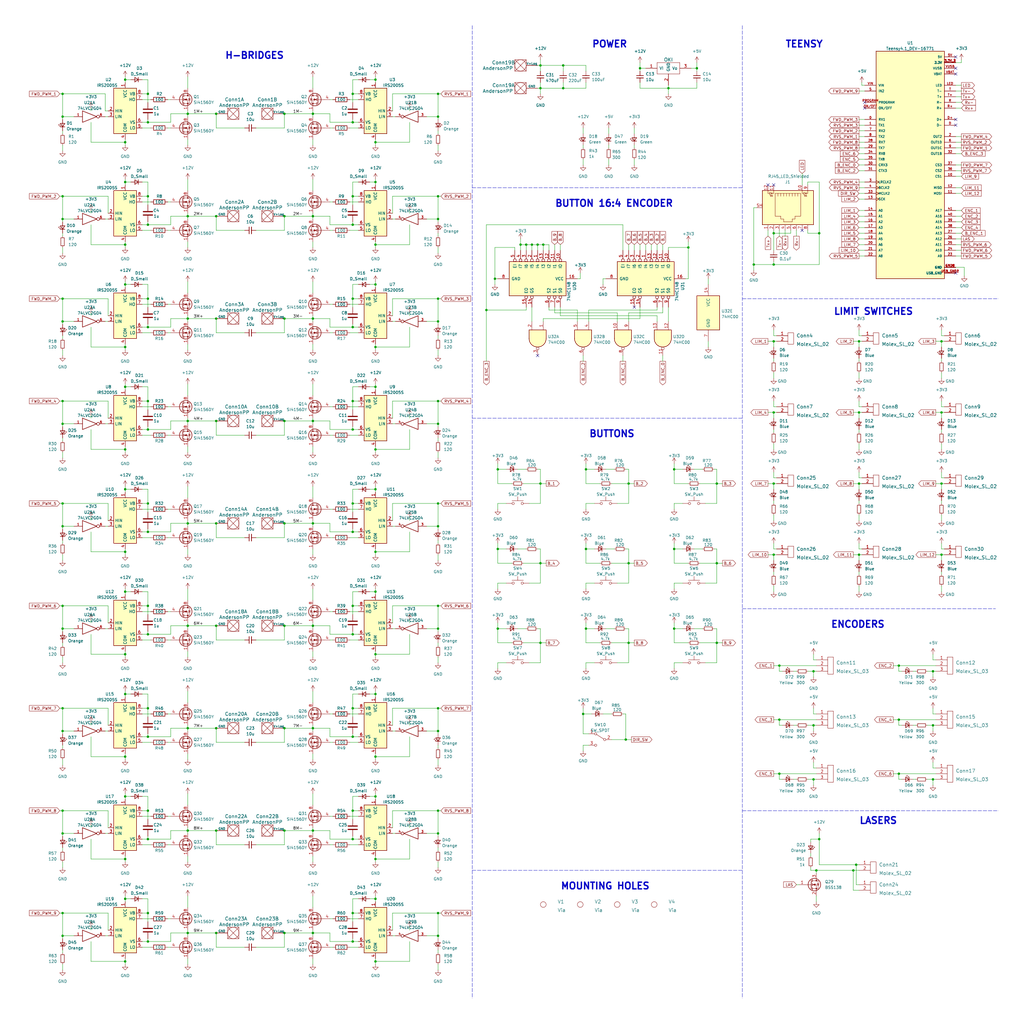
<source format=kicad_sch>
(kicad_sch (version 20211123) (generator eeschema)
  (paper "User" 457.2 457.2)
  (junction (at 195.58 316.23))
  (junction (at 27.94 143.51))
  (junction (at 157.48 179.07))
  (junction (at 195.58 361.95))
  (junction (at 195.58 417.83))
  (junction (at 365.76 104.14))
  (junction (at 66.04 179.07))
  (junction (at 167.64 218.44))
  (junction (at 139.7 233.68))
  (junction (at 83.82 370.84))
  (junction (at 420.37 184.15))
  (junction (at 66.04 316.23))
  (junction (at 157.48 420.37))
  (junction (at 383.54 247.65))
  (junction (at 127 96.52))
  (junction (at 167.64 109.22))
  (junction (at 66.04 283.21))
  (junction (at 55.88 401.32))
  (junction (at 363.22 347.98))
  (junction (at 55.88 35.56))
  (junction (at 157.48 407.67))
  (junction (at 27.94 41.91))
  (junction (at 195.58 87.63))
  (junction (at 139.7 50.8))
  (junction (at 320.04 287.02))
  (junction (at 363.22 323.85))
  (junction (at 96.52 142.24))
  (junction (at 345.44 247.65))
  (junction (at 127 416.56))
  (junction (at 66.04 361.95))
  (junction (at 27.94 234.95))
  (junction (at 241.3 29.21))
  (junction (at 27.94 407.67))
  (junction (at 157.48 133.35))
  (junction (at 195.58 143.51))
  (junction (at 195.58 326.39))
  (junction (at 157.48 237.49))
  (junction (at 347.98 321.31))
  (junction (at 27.94 270.51))
  (junction (at 167.64 337.82))
  (junction (at 55.88 429.26))
  (junction (at 157.48 87.63))
  (junction (at 401.32 297.18))
  (junction (at 83.82 142.24))
  (junction (at 345.44 152.4))
  (junction (at 66.04 407.67))
  (junction (at 127 50.8))
  (junction (at 27.94 52.07))
  (junction (at 96.52 325.12))
  (junction (at 55.88 127))
  (junction (at 345.44 104.14))
  (junction (at 241.3 39.37))
  (junction (at 416.56 299.72))
  (junction (at 237.49 109.22))
  (junction (at 96.52 370.84))
  (junction (at 195.58 179.07))
  (junction (at 217.17 138.43))
  (junction (at 66.04 100.33))
  (junction (at 96.52 279.4))
  (junction (at 66.04 133.35))
  (junction (at 66.04 270.51))
  (junction (at 96.52 50.8))
  (junction (at 381 388.62))
  (junction (at 195.58 41.91))
  (junction (at 55.88 81.28))
  (junction (at 83.82 325.12))
  (junction (at 157.48 270.51))
  (junction (at 96.52 233.68))
  (junction (at 157.48 100.33))
  (junction (at 222.25 245.11))
  (junction (at 251.46 39.37))
  (junction (at 157.48 374.65))
  (junction (at 139.7 187.96))
  (junction (at 27.94 316.23))
  (junction (at 167.64 264.16))
  (junction (at 96.52 96.52))
  (junction (at 139.7 370.84))
  (junction (at 363.22 299.72))
  (junction (at 55.88 172.72))
  (junction (at 167.64 81.28))
  (junction (at 96.52 187.96))
  (junction (at 416.56 323.85))
  (junction (at 66.04 54.61))
  (junction (at 241.3 215.9))
  (junction (at 83.82 416.56))
  (junction (at 195.58 280.67))
  (junction (at 232.41 109.22))
  (junction (at 167.64 200.66))
  (junction (at 55.88 200.66))
  (junction (at 320.04 215.9))
  (junction (at 66.04 146.05))
  (junction (at 420.37 247.65))
  (junction (at 66.04 420.37))
  (junction (at 27.94 280.67))
  (junction (at 167.64 355.6))
  (junction (at 127 142.24))
  (junction (at 139.7 279.4))
  (junction (at 83.82 96.52))
  (junction (at 66.04 374.65))
  (junction (at 298.45 39.37))
  (junction (at 139.7 142.24))
  (junction (at 27.94 179.07))
  (junction (at 66.04 224.79))
  (junction (at 127 187.96))
  (junction (at 416.56 347.98))
  (junction (at 195.58 372.11))
  (junction (at 157.48 191.77))
  (junction (at 420.37 152.4))
  (junction (at 27.94 372.11))
  (junction (at 55.88 154.94))
  (junction (at 383.54 184.15))
  (junction (at 345.44 215.9))
  (junction (at 27.94 361.95))
  (junction (at 364.49 388.62))
  (junction (at 157.48 361.95))
  (junction (at 311.15 30.48))
  (junction (at 300.99 209.55))
  (junction (at 83.82 279.4))
  (junction (at 157.48 328.93))
  (junction (at 280.67 287.02))
  (junction (at 66.04 191.77))
  (junction (at 220.98 124.46))
  (junction (at 251.46 29.21))
  (junction (at 280.67 215.9))
  (junction (at 195.58 189.23))
  (junction (at 241.3 251.46))
  (junction (at 260.35 318.77))
  (junction (at 420.37 215.9))
  (junction (at 167.64 35.56))
  (junction (at 242.57 109.22))
  (junction (at 83.82 187.96))
  (junction (at 66.04 41.91))
  (junction (at 139.7 96.52))
  (junction (at 66.04 328.93))
  (junction (at 27.94 133.35))
  (junction (at 167.64 172.72))
  (junction (at 55.88 246.38))
  (junction (at 83.82 233.68))
  (junction (at 401.32 321.31))
  (junction (at 167.64 383.54))
  (junction (at 336.55 118.11))
  (junction (at 127 370.84))
  (junction (at 365.76 374.65))
  (junction (at 167.64 63.5))
  (junction (at 27.94 417.83))
  (junction (at 167.64 429.26))
  (junction (at 27.94 97.79))
  (junction (at 55.88 292.1))
  (junction (at 261.62 280.67))
  (junction (at 96.52 416.56))
  (junction (at 241.3 287.02))
  (junction (at 167.64 127))
  (junction (at 55.88 264.16))
  (junction (at 157.48 283.21))
  (junction (at 383.54 215.9))
  (junction (at 157.48 316.23))
  (junction (at 55.88 109.22))
  (junction (at 55.88 383.54))
  (junction (at 261.62 245.11))
  (junction (at 55.88 218.44))
  (junction (at 27.94 326.39))
  (junction (at 66.04 237.49))
  (junction (at 157.48 224.79))
  (junction (at 167.64 154.94))
  (junction (at 300.99 245.11))
  (junction (at 345.44 118.11))
  (junction (at 66.04 87.63))
  (junction (at 195.58 407.67))
  (junction (at 157.48 146.05))
  (junction (at 55.88 63.5))
  (junction (at 307.34 110.49))
  (junction (at 157.48 41.91))
  (junction (at 240.03 109.22))
  (junction (at 27.94 189.23))
  (junction (at 345.44 184.15))
  (junction (at 261.62 209.55))
  (junction (at 127 325.12))
  (junction (at 139.7 325.12))
  (junction (at 279.4 330.2))
  (junction (at 83.82 50.8))
  (junction (at 347.98 297.18))
  (junction (at 167.64 309.88))
  (junction (at 300.99 280.67))
  (junction (at 167.64 246.38))
  (junction (at 347.98 345.44))
  (junction (at 127 233.68))
  (junction (at 222.25 209.55))
  (junction (at 285.75 30.48))
  (junction (at 195.58 52.07))
  (junction (at 27.94 87.63))
  (junction (at 157.48 54.61))
  (junction (at 127 279.4))
  (junction (at 195.58 133.35))
  (junction (at 55.88 355.6))
  (junction (at 195.58 234.95))
  (junction (at 27.94 224.79))
  (junction (at 234.95 109.22))
  (junction (at 55.88 309.88))
  (junction (at 222.25 280.67))
  (junction (at 195.58 224.79))
  (junction (at 320.04 251.46))
  (junction (at 383.54 152.4))
  (junction (at 401.32 345.44))
  (junction (at 139.7 416.56))
  (junction (at 195.58 97.79))
  (junction (at 195.58 270.51))
  (junction (at 167.64 401.32))
  (junction (at 382.27 386.08))
  (junction (at 167.64 292.1))
  (junction (at 55.88 337.82))
  (junction (at 280.67 251.46))
  (no_connect (at 283.21 137.16))
  (no_connect (at 240.03 158.75))
  (no_connect (at 386.08 45.72))
  (no_connect (at 342.9 82.55))
  (no_connect (at 358.14 102.87))
  (no_connect (at 386.08 48.26))
  (no_connect (at 426.72 30.48))
  (no_connect (at 426.72 55.88))
  (no_connect (at 426.72 121.92))
  (no_connect (at 426.72 53.34))
  (no_connect (at 426.72 25.4))
  (no_connect (at 426.72 33.02))
  (no_connect (at 345.44 82.55))
  (wire (pts (xy 195.58 293.37) (xy 195.58 295.91)))
  (wire (pts (xy 157.48 218.44) (xy 160.02 218.44)))
  (wire (pts (xy 234.95 109.22) (xy 234.95 111.76)))
  (wire (pts (xy 430.53 119.38) (xy 426.72 119.38)))
  (wire (pts (xy 420.37 255.27) (xy 420.37 256.54)))
  (wire (pts (xy 66.04 41.91) (xy 66.04 45.72)))
  (wire (pts (xy 300.99 224.79) (xy 304.8 224.79)))
  (wire (pts (xy 147.32 102.87) (xy 148.59 102.87)))
  (wire (pts (xy 347.98 345.44) (xy 347.98 347.98)))
  (wire (pts (xy 160.02 270.51) (xy 157.48 270.51)))
  (wire (pts (xy 416.56 294.64) (xy 416.56 292.1)))
  (wire (pts (xy 46.99 280.67) (xy 48.26 280.67)))
  (wire (pts (xy 157.48 144.78) (xy 157.48 146.05)))
  (wire (pts (xy 261.62 209.55) (xy 261.62 215.9)))
  (wire (pts (xy 426.72 93.98) (xy 429.26 93.98)))
  (wire (pts (xy 147.32 96.52) (xy 139.7 96.52)))
  (wire (pts (xy 26.67 41.91) (xy 27.94 41.91)))
  (wire (pts (xy 66.04 327.66) (xy 66.04 328.93)))
  (wire (pts (xy 63.5 227.33) (xy 67.31 227.33)))
  (wire (pts (xy 426.72 83.82) (xy 429.26 83.82)))
  (wire (pts (xy 139.7 400.05) (xy 139.7 405.13)))
  (wire (pts (xy 160.02 420.37) (xy 157.48 420.37)))
  (wire (pts (xy 26.67 224.79) (xy 27.94 224.79)))
  (wire (pts (xy 157.48 133.35) (xy 157.48 127)))
  (wire (pts (xy 157.48 236.22) (xy 157.48 237.49)))
  (wire (pts (xy 280.67 251.46) (xy 283.21 251.46)))
  (wire (pts (xy 420.37 247.65) (xy 421.64 247.65)))
  (wire (pts (xy 257.81 138.43) (xy 257.81 143.51)))
  (wire (pts (xy 195.58 97.79) (xy 195.58 99.06)))
  (wire (pts (xy 182.88 283.21) (xy 182.88 292.1)))
  (wire (pts (xy 195.58 384.81) (xy 195.58 387.35)))
  (wire (pts (xy 55.88 336.55) (xy 55.88 337.82)))
  (wire (pts (xy 139.7 96.52) (xy 127 96.52)))
  (wire (pts (xy 190.5 326.39) (xy 195.58 326.39)))
  (wire (pts (xy 66.04 361.95) (xy 66.04 365.76)))
  (polyline (pts (xy 210.82 186.69) (xy 331.47 186.69)))
  (wire (pts (xy 298.45 39.37) (xy 311.15 39.37)))
  (wire (pts (xy 345.44 104.14) (xy 345.44 111.76)))
  (wire (pts (xy 26.67 87.63) (xy 27.94 87.63)))
  (wire (pts (xy 195.58 372.11) (xy 195.58 361.95)))
  (wire (pts (xy 66.04 401.32) (xy 63.5 401.32)))
  (wire (pts (xy 383.54 215.9) (xy 383.54 218.44)))
  (wire (pts (xy 157.48 191.77) (xy 147.32 191.77)))
  (wire (pts (xy 167.64 35.56) (xy 167.64 36.83)))
  (wire (pts (xy 74.93 422.91) (xy 76.2 422.91)))
  (wire (pts (xy 76.2 279.4) (xy 83.82 279.4)))
  (wire (pts (xy 363.22 299.72) (xy 363.22 302.26)))
  (wire (pts (xy 416.56 318.77) (xy 416.56 316.23)))
  (wire (pts (xy 40.64 368.3) (xy 40.64 369.57)))
  (wire (pts (xy 195.58 179.07) (xy 196.85 179.07)))
  (wire (pts (xy 139.7 186.69) (xy 139.7 187.96)))
  (wire (pts (xy 261.62 209.55) (xy 265.43 209.55)))
  (wire (pts (xy 195.58 133.35) (xy 196.85 133.35)))
  (wire (pts (xy 402.59 347.98) (xy 401.32 347.98)))
  (wire (pts (xy 345.44 184.15) (xy 345.44 186.69)))
  (wire (pts (xy 58.42 172.72) (xy 55.88 172.72)))
  (wire (pts (xy 48.26 87.63) (xy 48.26 95.25)))
  (wire (pts (xy 55.88 401.32) (xy 55.88 402.59)))
  (wire (pts (xy 195.58 143.51) (xy 195.58 133.35)))
  (wire (pts (xy 247.65 139.7) (xy 247.65 137.16)))
  (wire (pts (xy 40.64 414.02) (xy 40.64 415.29)))
  (wire (pts (xy 241.3 251.46) (xy 241.3 260.35)))
  (wire (pts (xy 83.82 279.4) (xy 96.52 279.4)))
  (wire (pts (xy 157.48 179.07) (xy 157.48 182.88)))
  (wire (pts (xy 363.22 323.85) (xy 363.22 326.39)))
  (wire (pts (xy 83.82 186.69) (xy 83.82 187.96)))
  (wire (pts (xy 298.45 39.37) (xy 298.45 41.91)))
  (wire (pts (xy 55.88 355.6) (xy 55.88 356.87)))
  (wire (pts (xy 139.7 107.95) (xy 139.7 110.49)))
  (wire (pts (xy 383.54 101.6) (xy 386.08 101.6)))
  (wire (pts (xy 261.62 260.35) (xy 261.62 262.89)))
  (wire (pts (xy 167.64 264.16) (xy 167.64 265.43)))
  (polyline (pts (xy 331.47 11.43) (xy 331.47 445.77)))
  (wire (pts (xy 421.64 245.11) (xy 420.37 245.11)))
  (wire (pts (xy 40.64 191.77) (xy 40.64 200.66)))
  (wire (pts (xy 167.64 81.28) (xy 167.64 82.55)))
  (wire (pts (xy 383.54 104.14) (xy 386.08 104.14)))
  (wire (pts (xy 420.37 191.77) (xy 420.37 193.04)))
  (wire (pts (xy 278.13 158.75) (xy 278.13 161.29)))
  (wire (pts (xy 251.46 39.37) (xy 241.3 39.37)))
  (wire (pts (xy 96.52 240.03) (xy 96.52 233.68)))
  (wire (pts (xy 414.02 323.85) (xy 416.56 323.85)))
  (wire (pts (xy 426.72 66.04) (xy 429.26 66.04)))
  (wire (pts (xy 345.44 229.87) (xy 345.44 232.41)))
  (wire (pts (xy 40.64 383.54) (xy 55.88 383.54)))
  (wire (pts (xy 182.88 93.98) (xy 182.88 95.25)))
  (wire (pts (xy 27.94 241.3) (xy 27.94 242.57)))
  (wire (pts (xy 426.72 40.64) (xy 429.26 40.64)))
  (wire (pts (xy 157.48 355.6) (xy 160.02 355.6)))
  (wire (pts (xy 383.54 215.9) (xy 384.81 215.9)))
  (wire (pts (xy 383.54 191.77) (xy 383.54 193.04)))
  (wire (pts (xy 401.32 321.31) (xy 417.83 321.31)))
  (wire (pts (xy 66.04 179.07) (xy 66.04 172.72)))
  (wire (pts (xy 157.48 190.5) (xy 157.48 191.77)))
  (wire (pts (xy 76.2 146.05) (xy 76.2 142.24)))
  (wire (pts (xy 40.64 276.86) (xy 40.64 278.13)))
  (wire (pts (xy 345.44 215.9) (xy 346.71 215.9)))
  (wire (pts (xy 241.3 36.83) (xy 241.3 39.37)))
  (wire (pts (xy 384.81 149.86) (xy 383.54 149.86)))
  (wire (pts (xy 40.64 100.33) (xy 40.64 109.22)))
  (wire (pts (xy 350.52 102.87) (xy 350.52 105.41)))
  (wire (pts (xy 27.94 339.09) (xy 27.94 341.63)))
  (wire (pts (xy 147.32 374.65) (xy 147.32 370.84)))
  (wire (pts (xy 320.04 215.9) (xy 322.58 215.9)))
  (wire (pts (xy 76.2 420.37) (xy 76.2 416.56)))
  (wire (pts (xy 167.64 290.83) (xy 167.64 292.1)))
  (wire (pts (xy 416.56 347.98) (xy 416.56 350.52)))
  (wire (pts (xy 27.94 372.11) (xy 27.94 361.95)))
  (wire (pts (xy 190.5 97.79) (xy 195.58 97.79)))
  (wire (pts (xy 222.25 280.67) (xy 222.25 287.02)))
  (wire (pts (xy 175.26 270.51) (xy 175.26 278.13)))
  (wire (pts (xy 139.7 370.84) (xy 127 370.84)))
  (wire (pts (xy 76.2 416.56) (xy 83.82 416.56)))
  (wire (pts (xy 156.21 273.05) (xy 160.02 273.05)))
  (wire (pts (xy 58.42 81.28) (xy 55.88 81.28)))
  (wire (pts (xy 83.82 153.67) (xy 83.82 156.21)))
  (wire (pts (xy 336.55 118.11) (xy 345.44 118.11)))
  (wire (pts (xy 364.49 294.64) (xy 363.22 294.64)))
  (wire (pts (xy 234.95 109.22) (xy 237.49 109.22)))
  (wire (pts (xy 314.96 295.91) (xy 320.04 295.91)))
  (wire (pts (xy 241.3 280.67) (xy 240.03 280.67)))
  (wire (pts (xy 195.58 270.51) (xy 196.85 270.51)))
  (wire (pts (xy 273.05 287.02) (xy 280.67 287.02)))
  (wire (pts (xy 381 184.15) (xy 383.54 184.15)))
  (wire (pts (xy 139.7 187.96) (xy 139.7 189.23)))
  (wire (pts (xy 280.67 139.7) (xy 280.67 143.51)))
  (wire (pts (xy 55.88 383.54) (xy 55.88 384.81)))
  (wire (pts (xy 74.93 102.87) (xy 76.2 102.87)))
  (wire (pts (xy 241.3 287.02) (xy 241.3 295.91)))
  (wire (pts (xy 76.2 54.61) (xy 76.2 50.8)))
  (wire (pts (xy 345.44 261.62) (xy 345.44 264.16)))
  (wire (pts (xy 66.04 146.05) (xy 76.2 146.05)))
  (wire (pts (xy 48.26 133.35) (xy 48.26 140.97)))
  (wire (pts (xy 175.26 133.35) (xy 175.26 140.97)))
  (wire (pts (xy 63.5 283.21) (xy 66.04 283.21)))
  (wire (pts (xy 160.02 191.77) (xy 157.48 191.77)))
  (wire (pts (xy 139.7 187.96) (xy 127 187.96)))
  (wire (pts (xy 195.58 87.63) (xy 196.85 87.63)))
  (wire (pts (xy 139.7 336.55) (xy 139.7 339.09)))
  (wire (pts (xy 217.17 138.43) (xy 217.17 161.29)))
  (wire (pts (xy 167.64 336.55) (xy 167.64 337.82)))
  (wire (pts (xy 175.26 179.07) (xy 175.26 186.69)))
  (wire (pts (xy 222.25 209.55) (xy 226.06 209.55)))
  (wire (pts (xy 345.44 215.9) (xy 345.44 218.44)))
  (wire (pts (xy 381 397.51) (xy 381 388.62)))
  (wire (pts (xy 66.04 407.67) (xy 66.04 411.48)))
  (wire (pts (xy 165.1 127) (xy 167.64 127)))
  (wire (pts (xy 157.48 81.28) (xy 160.02 81.28)))
  (wire (pts (xy 83.82 323.85) (xy 83.82 325.12)))
  (wire (pts (xy 139.7 171.45) (xy 139.7 176.53)))
  (wire (pts (xy 96.52 102.87) (xy 109.22 102.87)))
  (wire (pts (xy 222.25 245.11) (xy 222.25 251.46)))
  (wire (pts (xy 417.83 318.77) (xy 416.56 318.77)))
  (wire (pts (xy 55.88 354.33) (xy 55.88 355.6)))
  (wire (pts (xy 167.64 107.95) (xy 167.64 109.22)))
  (wire (pts (xy 426.72 99.06) (xy 429.26 99.06)))
  (wire (pts (xy 383.54 68.58) (xy 386.08 68.58)))
  (wire (pts (xy 46.99 417.83) (xy 48.26 417.83)))
  (wire (pts (xy 275.59 260.35) (xy 280.67 260.35)))
  (wire (pts (xy 295.91 158.75) (xy 295.91 161.29)))
  (wire (pts (xy 139.7 233.68) (xy 139.7 234.95)))
  (wire (pts (xy 96.52 377.19) (xy 109.22 377.19)))
  (wire (pts (xy 66.04 281.94) (xy 66.04 283.21)))
  (wire (pts (xy 384.81 245.11) (xy 383.54 245.11)))
  (wire (pts (xy 275.59 224.79) (xy 280.67 224.79)))
  (wire (pts (xy 139.7 62.23) (xy 139.7 64.77)))
  (wire (pts (xy 147.32 90.17) (xy 148.59 90.17)))
  (wire (pts (xy 175.26 361.95) (xy 175.26 369.57)))
  (wire (pts (xy 309.88 209.55) (xy 313.69 209.55)))
  (wire (pts (xy 160.02 237.49) (xy 157.48 237.49)))
  (wire (pts (xy 285.75 109.22) (xy 285.75 111.76)))
  (wire (pts (xy 33.02 234.95) (xy 27.94 234.95)))
  (wire (pts (xy 195.58 280.67) (xy 195.58 270.51)))
  (wire (pts (xy 27.94 133.35) (xy 48.26 133.35)))
  (wire (pts (xy 383.54 40.64) (xy 386.08 40.64)))
  (wire (pts (xy 46.99 52.07) (xy 48.26 52.07)))
  (wire (pts (xy 63.5 100.33) (xy 66.04 100.33)))
  (wire (pts (xy 182.88 146.05) (xy 182.88 154.94)))
  (wire (pts (xy 261.62 245.11) (xy 265.43 245.11)))
  (wire (pts (xy 247.65 109.22) (xy 247.65 111.76)))
  (wire (pts (xy 27.94 41.91) (xy 46.99 41.91)))
  (wire (pts (xy 383.54 247.65) (xy 383.54 250.19)))
  (wire (pts (xy 280.67 287.02) (xy 283.21 287.02)))
  (wire (pts (xy 420.37 261.62) (xy 420.37 264.16)))
  (wire (pts (xy 195.58 326.39) (xy 195.58 327.66)))
  (wire (pts (xy 167.64 245.11) (xy 167.64 246.38)))
  (wire (pts (xy 426.72 104.14) (xy 429.26 104.14)))
  (wire (pts (xy 182.88 374.65) (xy 182.88 383.54)))
  (wire (pts (xy 275.59 143.51) (xy 275.59 139.7)))
  (wire (pts (xy 27.94 287.02) (xy 27.94 288.29)))
  (wire (pts (xy 33.02 326.39) (xy 27.94 326.39)))
  (wire (pts (xy 195.58 247.65) (xy 195.58 250.19)))
  (wire (pts (xy 195.58 424.18) (xy 195.58 425.45)))
  (wire (pts (xy 360.68 347.98) (xy 363.22 347.98)))
  (wire (pts (xy 139.7 125.73) (xy 139.7 130.81)))
  (wire (pts (xy 195.58 241.3) (xy 195.58 242.57)))
  (wire (pts (xy 167.64 429.26) (xy 167.64 430.53)))
  (wire (pts (xy 383.54 58.42) (xy 386.08 58.42)))
  (wire (pts (xy 182.88 414.02) (xy 182.88 415.29)))
  (wire (pts (xy 139.7 34.29) (xy 139.7 39.37)))
  (wire (pts (xy 383.54 184.15) (xy 384.81 184.15)))
  (wire (pts (xy 83.82 262.89) (xy 83.82 267.97)))
  (wire (pts (xy 160.02 133.35) (xy 157.48 133.35)))
  (wire (pts (xy 280.67 209.55) (xy 280.67 215.9)))
  (wire (pts (xy 307.34 107.95) (xy 307.34 110.49)))
  (wire (pts (xy 195.58 58.42) (xy 195.58 59.69)))
  (wire (pts (xy 312.42 287.02) (xy 320.04 287.02)))
  (wire (pts (xy 283.21 64.77) (xy 283.21 66.04)))
  (wire (pts (xy 96.52 148.59) (xy 96.52 142.24)))
  (wire (pts (xy 40.64 185.42) (xy 40.64 186.69)))
  (wire (pts (xy 27.94 384.81) (xy 27.94 387.35)))
  (wire (pts (xy 240.03 109.22) (xy 242.57 109.22)))
  (wire (pts (xy 27.94 201.93) (xy 27.94 204.47)))
  (wire (pts (xy 311.15 27.94) (xy 311.15 30.48)))
  (wire (pts (xy 250.19 109.22) (xy 250.19 111.76)))
  (wire (pts (xy 160.02 283.21) (xy 157.48 283.21)))
  (wire (pts (xy 63.5 328.93) (xy 66.04 328.93)))
  (wire (pts (xy 83.82 187.96) (xy 83.82 189.23)))
  (wire (pts (xy 345.44 160.02) (xy 345.44 161.29)))
  (wire (pts (xy 63.5 377.19) (xy 67.31 377.19)))
  (wire (pts (xy 167.64 217.17) (xy 167.64 218.44)))
  (wire (pts (xy 66.04 407.67) (xy 66.04 401.32)))
  (wire (pts (xy 347.98 297.18) (xy 347.98 299.72)))
  (wire (pts (xy 241.3 39.37) (xy 241.3 41.91)))
  (wire (pts (xy 407.67 323.85) (xy 408.94 323.85)))
  (wire (pts (xy 55.88 246.38) (xy 55.88 247.65)))
  (wire (pts (xy 250.19 140.97) (xy 293.37 140.97)))
  (wire (pts (xy 285.75 36.83) (xy 285.75 39.37)))
  (wire (pts (xy 364.49 388.62) (xy 364.49 389.89)))
  (wire (pts (xy 429.26 26.67) (xy 429.26 27.94)))
  (wire (pts (xy 83.82 325.12) (xy 96.52 325.12)))
  (wire (pts (xy 345.44 152.4) (xy 345.44 154.94)))
  (wire (pts (xy 420.37 152.4) (xy 421.64 152.4)))
  (wire (pts (xy 236.22 224.79) (xy 241.3 224.79)))
  (wire (pts (xy 167.64 382.27) (xy 167.64 383.54)))
  (wire (pts (xy 383.54 66.04) (xy 386.08 66.04)))
  (wire (pts (xy 312.42 215.9) (xy 320.04 215.9)))
  (wire (pts (xy 139.7 232.41) (xy 139.7 233.68)))
  (wire (pts (xy 273.05 251.46) (xy 280.67 251.46)))
  (wire (pts (xy 96.52 377.19) (xy 96.52 370.84)))
  (wire (pts (xy 182.88 48.26) (xy 182.88 49.53)))
  (wire (pts (xy 190.5 52.07) (xy 195.58 52.07)))
  (wire (pts (xy 251.46 36.83) (xy 251.46 39.37)))
  (wire (pts (xy 260.35 57.15) (xy 260.35 59.69)))
  (wire (pts (xy 420.37 215.9) (xy 420.37 218.44)))
  (wire (pts (xy 58.42 35.56) (xy 55.88 35.56)))
  (wire (pts (xy 55.88 217.17) (xy 55.88 218.44)))
  (wire (pts (xy 195.58 287.02) (xy 195.58 288.29)))
  (wire (pts (xy 345.44 102.87) (xy 345.44 104.14)))
  (wire (pts (xy 182.88 328.93) (xy 182.88 337.82)))
  (wire (pts (xy 420.37 229.87) (xy 420.37 232.41)))
  (wire (pts (xy 165.1 355.6) (xy 167.64 355.6)))
  (wire (pts (xy 139.7 140.97) (xy 139.7 142.24)))
  (wire (pts (xy 383.54 213.36) (xy 383.54 210.82)))
  (wire (pts (xy 430.53 119.38) (xy 430.53 123.19)))
  (wire (pts (xy 355.6 105.41) (xy 355.6 102.87)))
  (wire (pts (xy 157.48 419.1) (xy 157.48 420.37)))
  (wire (pts (xy 261.62 36.83) (xy 261.62 39.37)))
  (wire (pts (xy 280.67 245.11) (xy 279.4 245.11)))
  (wire (pts (xy 63.5 148.59) (xy 67.31 148.59)))
  (wire (pts (xy 349.25 299.72) (xy 347.98 299.72)))
  (wire (pts (xy 74.93 90.17) (xy 76.2 90.17)))
  (wire (pts (xy 48.26 316.23) (xy 48.26 323.85)))
  (wire (pts (xy 139.7 153.67) (xy 139.7 156.21)))
  (wire (pts (xy 40.64 283.21) (xy 40.64 292.1)))
  (wire (pts (xy 83.82 416.56) (xy 96.52 416.56)))
  (wire (pts (xy 195.58 149.86) (xy 195.58 151.13)))
  (wire (pts (xy 63.5 273.05) (xy 67.31 273.05)))
  (wire (pts (xy 345.44 198.12) (xy 345.44 200.66)))
  (wire (pts (xy 167.64 127) (xy 167.64 128.27)))
  (wire (pts (xy 40.64 146.05) (xy 40.64 154.94)))
  (wire (pts (xy 114.3 377.19) (xy 127 377.19)))
  (wire (pts (xy 175.26 326.39) (xy 176.53 326.39)))
  (wire (pts (xy 83.82 96.52) (xy 96.52 96.52)))
  (wire (pts (xy 147.32 285.75) (xy 148.59 285.75)))
  (wire (pts (xy 407.67 299.72) (xy 408.94 299.72)))
  (wire (pts (xy 300.99 295.91) (xy 300.99 298.45)))
  (wire (pts (xy 383.54 397.51) (xy 381 397.51)))
  (wire (pts (xy 311.15 36.83) (xy 311.15 39.37)))
  (wire (pts (xy 273.05 330.2) (xy 279.4 330.2)))
  (wire (pts (xy 55.88 429.26) (xy 55.88 430.53)))
  (wire (pts (xy 245.11 137.16) (xy 245.11 138.43)))
  (wire (pts (xy 83.82 187.96) (xy 96.52 187.96)))
  (wire (pts (xy 167.64 125.73) (xy 167.64 127)))
  (wire (pts (xy 336.55 118.11) (xy 336.55 120.65)))
  (wire (pts (xy 231.14 280.67) (xy 234.95 280.67)))
  (wire (pts (xy 74.93 135.89) (xy 76.2 135.89)))
  (wire (pts (xy 383.54 81.28) (xy 386.08 81.28)))
  (wire (pts (xy 55.88 382.27) (xy 55.88 383.54)))
  (wire (pts (xy 279.4 318.77) (xy 279.4 330.2)))
  (wire (pts (xy 417.83 299.72) (xy 416.56 299.72)))
  (wire (pts (xy 347.98 297.18) (xy 364.49 297.18)))
  (wire (pts (xy 55.88 153.67) (xy 55.88 154.94)))
  (wire (pts (xy 347.98 345.44) (xy 364.49 345.44)))
  (wire (pts (xy 157.48 35.56) (xy 160.02 35.56)))
  (wire (pts (xy 342.9 247.65) (xy 345.44 247.65)))
  (wire (pts (xy 66.04 316.23) (xy 66.04 309.88)))
  (wire (pts (xy 40.64 48.26) (xy 40.64 49.53)))
  (wire (pts (xy 127 377.19) (xy 127 370.84)))
  (wire (pts (xy 195.58 52.07) (xy 195.58 41.91)))
  (wire (pts (xy 383.54 99.06) (xy 386.08 99.06)))
  (wire (pts (xy 233.68 215.9) (xy 241.3 215.9)))
  (wire (pts (xy 420.37 215.9) (xy 421.64 215.9)))
  (wire (pts (xy 320.04 287.02) (xy 322.58 287.02)))
  (wire (pts (xy 345.44 116.84) (xy 345.44 118.11)))
  (wire (pts (xy 55.88 34.29) (xy 55.88 35.56)))
  (wire (pts (xy 361.95 387.35) (xy 361.95 388.62)))
  (wire (pts (xy 195.58 339.09) (xy 195.58 341.63)))
  (wire (pts (xy 229.87 111.76) (xy 229.87 110.49)))
  (wire (pts (xy 220.98 124.46) (xy 220.98 127)))
  (wire (pts (xy 66.04 53.34) (xy 66.04 54.61)))
  (wire (pts (xy 320.04 251.46) (xy 320.04 260.35)))
  (wire (pts (xy 309.88 280.67) (xy 313.69 280.67)))
  (wire (pts (xy 147.32 100.33) (xy 147.32 96.52)))
  (wire (pts (xy 261.62 224.79) (xy 265.43 224.79)))
  (wire (pts (xy 40.64 237.49) (xy 40.64 246.38)))
  (wire (pts (xy 96.52 240.03) (xy 109.22 240.03)))
  (wire (pts (xy 381 388.62) (xy 383.54 388.62)))
  (wire (pts (xy 267.97 251.46) (xy 261.62 251.46)))
  (wire (pts (xy 27.94 293.37) (xy 27.94 295.91)))
  (wire (pts (xy 83.82 279.4) (xy 83.82 280.67)))
  (wire (pts (xy 66.04 264.16) (xy 63.5 264.16)))
  (wire (pts (xy 195.58 41.91) (xy 196.85 41.91)))
  (wire (pts (xy 365.76 81.28) (xy 365.76 104.14)))
  (wire (pts (xy 139.7 354.33) (xy 139.7 359.41)))
  (wire (pts (xy 96.52 102.87) (xy 96.52 96.52)))
  (wire (pts (xy 195.58 378.46) (xy 195.58 379.73)))
  (wire (pts (xy 260.35 158.75) (xy 260.35 161.29)))
  (wire (pts (xy 114.3 331.47) (xy 127 331.47)))
  (wire (pts (xy 83.82 233.68) (xy 83.82 234.95)))
  (wire (pts (xy 261.62 245.11) (xy 261.62 251.46)))
  (wire (pts (xy 83.82 336.55) (xy 83.82 339.09)))
  (wire (pts (xy 66.04 179.07) (xy 66.04 182.88)))
  (wire (pts (xy 66.04 355.6) (xy 63.5 355.6)))
  (wire (pts (xy 280.67 251.46) (xy 280.67 260.35)))
  (wire (pts (xy 63.5 54.61) (xy 66.04 54.61)))
  (wire (pts (xy 261.62 29.21) (xy 251.46 29.21)))
  (wire (pts (xy 26.67 133.35) (xy 27.94 133.35)))
  (wire (pts (xy 236.22 260.35) (xy 241.3 260.35)))
  (wire (pts (xy 426.72 114.3) (xy 429.26 114.3)))
  (polyline (pts (xy 210.82 11.43) (xy 210.82 445.77)))
  (wire (pts (xy 139.7 96.52) (xy 139.7 97.79)))
  (wire (pts (xy 361.95 374.65) (xy 361.95 375.92)))
  (wire (pts (xy 26.67 179.07) (xy 27.94 179.07)))
  (wire (pts (xy 381 247.65) (xy 383.54 247.65)))
  (wire (pts (xy 157.48 146.05) (xy 147.32 146.05)))
  (wire (pts (xy 63.5 87.63) (xy 66.04 87.63)))
  (wire (pts (xy 139.7 142.24) (xy 127 142.24)))
  (wire (pts (xy 55.88 109.22) (xy 55.88 110.49)))
  (wire (pts (xy 175.26 280.67) (xy 176.53 280.67)))
  (wire (pts (xy 236.22 295.91) (xy 241.3 295.91)))
  (wire (pts (xy 217.17 138.43) (xy 234.95 138.43)))
  (wire (pts (xy 157.48 270.51) (xy 157.48 264.16)))
  (wire (pts (xy 261.62 280.67) (xy 261.62 287.02)))
  (wire (pts (xy 40.64 93.98) (xy 40.64 95.25)))
  (wire (pts (xy 416.56 342.9) (xy 416.56 340.36)))
  (wire (pts (xy 55.88 154.94) (xy 55.88 156.21)))
  (wire (pts (xy 342.9 102.87) (xy 342.9 105.41)))
  (wire (pts (xy 222.25 242.57) (xy 222.25 245.11)))
  (wire (pts (xy 157.48 224.79) (xy 157.48 228.6)))
  (wire (pts (xy 190.5 143.51) (xy 195.58 143.51)))
  (wire (pts (xy 147.32 416.56) (xy 139.7 416.56)))
  (wire (pts (xy 275.59 295.91) (xy 280.67 295.91)))
  (wire (pts (xy 345.44 245.11) (xy 345.44 242.57)))
  (wire (pts (xy 160.02 316.23) (xy 157.48 316.23)))
  (wire (pts (xy 147.32 325.12) (xy 139.7 325.12)))
  (wire (pts (xy 63.5 364.49) (xy 67.31 364.49)))
  (wire (pts (xy 217.17 100.33) (xy 217.17 138.43)))
  (wire (pts (xy 40.64 139.7) (xy 40.64 140.97)))
  (wire (pts (xy 182.88 420.37) (xy 182.88 429.26)))
  (wire (pts (xy 66.04 309.88) (xy 63.5 309.88)))
  (wire (pts (xy 147.32 135.89) (xy 148.59 135.89)))
  (wire (pts (xy 27.94 97.79) (xy 27.94 87.63)))
  (wire (pts (xy 298.45 39.37) (xy 298.45 38.1)))
  (wire (pts (xy 167.64 383.54) (xy 167.64 384.81)))
  (wire (pts (xy 345.44 213.36) (xy 345.44 210.82)))
  (polyline (pts (xy 210.82 388.62) (xy 331.47 388.62)))
  (wire (pts (xy 220.98 124.46) (xy 222.25 124.46)))
  (wire (pts (xy 383.54 86.36) (xy 386.08 86.36)))
  (wire (pts (xy 402.59 299.72) (xy 401.32 299.72)))
  (wire (pts (xy 160.02 377.19) (xy 156.21 377.19)))
  (wire (pts (xy 426.72 38.1) (xy 429.26 38.1)))
  (wire (pts (xy 383.54 76.2) (xy 386.08 76.2)))
  (wire (pts (xy 222.25 260.35) (xy 222.25 262.89)))
  (wire (pts (xy 83.82 107.95) (xy 83.82 110.49)))
  (wire (pts (xy 416.56 299.72) (xy 416.56 302.26)))
  (wire (pts (xy 40.64 374.65) (xy 40.64 383.54)))
  (wire (pts (xy 63.5 420.37) (xy 66.04 420.37)))
  (wire (pts (xy 160.02 148.59) (xy 156.21 148.59)))
  (wire (pts (xy 364.49 347.98) (xy 363.22 347.98)))
  (wire (pts (xy 257.81 124.46) (xy 259.08 124.46)))
  (wire (pts (xy 182.88 368.3) (xy 182.88 369.57)))
  (wire (pts (xy 417.83 215.9) (xy 420.37 215.9)))
  (wire (pts (xy 157.48 328.93) (xy 147.32 328.93)))
  (wire (pts (xy 426.72 76.2) (xy 429.26 76.2)))
  (wire (pts (xy 300.99 224.79) (xy 300.99 227.33)))
  (wire (pts (xy 346.71 213.36) (xy 345.44 213.36)))
  (wire (pts (xy 262.89 143.51) (xy 262.89 138.43)))
  (wire (pts (xy 27.94 280.67) (xy 27.94 281.94)))
  (wire (pts (xy 279.4 330.2) (xy 281.94 330.2)))
  (wire (pts (xy 414.02 299.72) (xy 416.56 299.72)))
  (wire (pts (xy 241.3 287.02) (xy 243.84 287.02)))
  (wire (pts (xy 27.94 316.23) (xy 48.26 316.23)))
  (wire (pts (xy 312.42 251.46) (xy 320.04 251.46)))
  (wire (pts (xy 66.04 87.63) (xy 66.04 81.28)))
  (wire (pts (xy 63.5 90.17) (xy 67.31 90.17)))
  (wire (pts (xy 190.5 234.95) (xy 195.58 234.95)))
  (wire (pts (xy 384.81 181.61) (xy 383.54 181.61)))
  (wire (pts (xy 55.88 172.72) (xy 55.88 173.99)))
  (wire (pts (xy 360.68 104.14) (xy 365.76 104.14)))
  (wire (pts (xy 46.99 143.51) (xy 48.26 143.51)))
  (wire (pts (xy 358.14 77.47) (xy 358.14 82.55)))
  (wire (pts (xy 306.07 124.46) (xy 307.34 124.46)))
  (wire (pts (xy 83.82 199.39) (xy 83.82 201.93)))
  (wire (pts (xy 222.25 224.79) (xy 226.06 224.79)))
  (wire (pts (xy 167.64 218.44) (xy 167.64 219.71)))
  (wire (pts (xy 195.58 97.79) (xy 195.58 87.63)))
  (wire (pts (xy 300.99 245.11) (xy 304.8 245.11)))
  (wire (pts (xy 55.88 107.95) (xy 55.88 109.22)))
  (wire (pts (xy 241.3 245.11) (xy 240.03 245.11)))
  (wire (pts (xy 58.42 401.32) (xy 55.88 401.32)))
  (wire (pts (xy 27.94 417.83) (xy 27.94 419.1)))
  (wire (pts (xy 345.44 247.65) (xy 345.44 250.19)))
  (wire (pts (xy 96.52 57.15) (xy 96.52 50.8)))
  (wire (pts (xy 76.2 100.33) (xy 76.2 96.52)))
  (wire (pts (xy 66.04 316.23) (xy 66.04 320.04)))
  (wire (pts (xy 383.54 106.68) (xy 386.08 106.68)))
  (wire (pts (xy 76.2 96.52) (xy 83.82 96.52)))
  (wire (pts (xy 195.58 417.83) (xy 195.58 419.1)))
  (wire (pts (xy 237.49 137.16) (xy 237.49 143.51)))
  (wire (pts (xy 147.32 146.05) (xy 147.32 142.24)))
  (wire (pts (xy 55.88 200.66) (xy 55.88 201.93)))
  (wire (pts (xy 382.27 386.08) (xy 365.76 386.08)))
  (wire (pts (xy 157.48 100.33) (xy 147.32 100.33)))
  (wire (pts (xy 63.5 191.77) (xy 66.04 191.77)))
  (wire (pts (xy 300.99 280.67) (xy 300.99 287.02)))
  (wire (pts (xy 293.37 140.97) (xy 293.37 143.51)))
  (wire (pts (xy 195.58 224.79) (xy 196.85 224.79)))
  (wire (pts (xy 320.04 215.9) (xy 320.04 224.79)))
  (wire (pts (xy 160.02 194.31) (xy 156.21 194.31)))
  (wire (pts (xy 285.75 27.94) (xy 285.75 30.48)))
  (wire (pts (xy 364.49 400.05) (xy 364.49 402.59)))
  (wire (pts (xy 383.54 111.76) (xy 386.08 111.76)))
  (wire (pts (xy 66.04 172.72) (xy 63.5 172.72)))
  (wire (pts (xy 167.64 355.6) (xy 167.64 356.87)))
  (wire (pts (xy 426.72 48.26) (xy 429.26 48.26)))
  (wire (pts (xy 426.72 43.18) (xy 429.26 43.18)))
  (wire (pts (xy 241.3 26.67) (xy 241.3 29.21)))
  (wire (pts (xy 426.72 86.36) (xy 429.26 86.36)))
  (wire (pts (xy 157.48 327.66) (xy 157.48 328.93)))
  (wire (pts (xy 83.82 416.56) (xy 83.82 417.83)))
  (wire (pts (xy 147.32 410.21) (xy 148.59 410.21)))
  (wire (pts (xy 222.25 207.01) (xy 222.25 209.55)))
  (wire (pts (xy 27.94 361.95) (xy 48.26 361.95)))
  (wire (pts (xy 66.04 361.95) (xy 66.04 355.6)))
  (wire (pts (xy 55.88 125.73) (xy 55.88 127)))
  (wire (pts (xy 290.83 109.22) (xy 290.83 111.76)))
  (wire (pts (xy 420.37 152.4) (xy 420.37 154.94)))
  (wire (pts (xy 401.32 297.18) (xy 401.32 299.72)))
  (wire (pts (xy 271.78 57.15) (xy 271.78 59.69)))
  (wire (pts (xy 83.82 427.99) (xy 83.82 430.53)))
  (wire (pts (xy 234.95 137.16) (xy 234.95 138.43)))
  (wire (pts (xy 195.58 372.11) (xy 195.58 373.38)))
  (wire (pts (xy 417.83 342.9) (xy 416.56 342.9)))
  (wire (pts (xy 27.94 234.95) (xy 27.94 236.22)))
  (wire (pts (xy 231.14 245.11) (xy 234.95 245.11)))
  (wire (pts (xy 63.5 407.67) (xy 66.04 407.67)))
  (wire (pts (xy 383.54 223.52) (xy 383.54 224.79)))
  (wire (pts (xy 316.23 152.4) (xy 316.23 154.94)))
  (wire (pts (xy 83.82 217.17) (xy 83.82 222.25)))
  (wire (pts (xy 240.03 109.22) (xy 240.03 111.76)))
  (wire (pts (xy 190.5 372.11) (xy 195.58 372.11)))
  (wire (pts (xy 27.94 234.95) (xy 27.94 224.79)))
  (wire (pts (xy 147.32 148.59) (xy 148.59 148.59)))
  (wire (pts (xy 349.25 323.85) (xy 347.98 323.85)))
  (wire (pts (xy 240.03 29.21) (xy 241.3 29.21)))
  (wire (pts (xy 46.99 234.95) (xy 48.26 234.95)))
  (wire (pts (xy 416.56 323.85) (xy 416.56 326.39)))
  (wire (pts (xy 261.62 39.37) (xy 251.46 39.37)))
  (wire (pts (xy 96.52 285.75) (xy 96.52 279.4)))
  (wire (pts (xy 156.21 410.21) (xy 160.02 410.21)))
  (wire (pts (xy 175.26 97.79) (xy 176.53 97.79)))
  (wire (pts (xy 26.67 270.51) (xy 27.94 270.51)))
  (wire (pts (xy 314.96 260.35) (xy 320.04 260.35)))
  (wire (pts (xy 283.21 109.22) (xy 283.21 111.76)))
  (wire (pts (xy 420.37 184.15) (xy 420.37 186.69)))
  (wire (pts (xy 182.88 246.38) (xy 167.64 246.38)))
  (wire (pts (xy 195.58 201.93) (xy 195.58 204.47)))
  (wire (pts (xy 345.44 247.65) (xy 346.71 247.65)))
  (polyline (pts (xy 331.47 361.95) (xy 445.77 361.95)))
  (wire (pts (xy 232.41 109.22) (xy 232.41 111.76)))
  (wire (pts (xy 63.5 331.47) (xy 67.31 331.47)))
  (wire (pts (xy 147.32 377.19) (xy 148.59 377.19)))
  (wire (pts (xy 383.54 114.3) (xy 386.08 114.3)))
  (wire (pts (xy 63.5 240.03) (xy 67.31 240.03)))
  (wire (pts (xy 63.5 361.95) (xy 66.04 361.95)))
  (wire (pts (xy 156.21 318.77) (xy 160.02 318.77)))
  (wire (pts (xy 156.21 364.49) (xy 160.02 364.49)))
  (wire (pts (xy 160.02 285.75) (xy 156.21 285.75)))
  (wire (pts (xy 165.1 172.72) (xy 167.64 172.72)))
  (wire (pts (xy 283.21 71.12) (xy 283.21 73.66)))
  (wire (pts (xy 76.2 50.8) (xy 83.82 50.8)))
  (wire (pts (xy 261.62 278.13) (xy 261.62 280.67)))
  (wire (pts (xy 127 102.87) (xy 127 96.52)))
  (wire (pts (xy 345.44 166.37) (xy 345.44 168.91)))
  (wire (pts (xy 270.51 245.11) (xy 274.32 245.11)))
  (wire (pts (xy 46.99 49.53) (xy 48.26 49.53)))
  (wire (pts (xy 421.64 213.36) (xy 420.37 213.36)))
  (wire (pts (xy 261.62 280.67) (xy 265.43 280.67)))
  (wire (pts (xy 293.37 138.43) (xy 293.37 137.16)))
  (wire (pts (xy 175.26 234.95) (xy 176.53 234.95)))
  (wire (pts (xy 83.82 142.24) (xy 96.52 142.24)))
  (wire (pts (xy 417.83 347.98) (xy 416.56 347.98)))
  (wire (pts (xy 157.48 264.16) (xy 160.02 264.16)))
  (wire (pts (xy 139.7 262.89) (xy 139.7 267.97)))
  (wire (pts (xy 76.2 374.65) (xy 76.2 370.84)))
  (wire (pts (xy 232.41 109.22) (xy 234.95 109.22)))
  (wire (pts (xy 66.04 374.65) (xy 76.2 374.65)))
  (wire (pts (xy 157.48 407.67) (xy 157.48 401.32)))
  (wire (pts (xy 175.26 224.79) (xy 195.58 224.79)))
  (wire (pts (xy 46.99 326.39) (xy 48.26 326.39)))
  (wire (pts (xy 182.88 63.5) (xy 167.64 63.5)))
  (wire (pts (xy 147.32 142.24) (xy 139.7 142.24)))
  (wire (pts (xy 83.82 382.27) (xy 83.82 384.81)))
  (wire (pts (xy 167.64 292.1) (xy 167.64 293.37)))
  (wire (pts (xy 420.37 198.12) (xy 420.37 200.66)))
  (wire (pts (xy 175.26 179.07) (xy 195.58 179.07)))
  (wire (pts (xy 139.7 369.57) (xy 139.7 370.84)))
  (wire (pts (xy 233.68 287.02) (xy 241.3 287.02)))
  (wire (pts (xy 63.5 179.07) (xy 66.04 179.07)))
  (wire (pts (xy 27.94 97.79) (xy 27.94 99.06)))
  (wire (pts (xy 241.3 251.46) (xy 243.84 251.46)))
  (wire (pts (xy 347.98 105.41) (xy 347.98 102.87)))
  (wire (pts (xy 364.49 342.9) (xy 363.22 342.9)))
  (wire (pts (xy 96.52 285.75) (xy 109.22 285.75)))
  (wire (pts (xy 182.88 109.22) (xy 167.64 109.22)))
  (wire (pts (xy 175.26 316.23) (xy 175.26 323.85)))
  (wire (pts (xy 195.58 64.77) (xy 195.58 67.31)))
  (wire (pts (xy 222.25 224.79) (xy 222.25 227.33)))
  (wire (pts (xy 40.64 63.5) (xy 55.88 63.5)))
  (wire (pts (xy 127 194.31) (xy 127 187.96)))
  (wire (pts (xy 147.32 194.31) (xy 148.59 194.31)))
  (wire (pts (xy 167.64 427.99) (xy 167.64 429.26)))
  (wire (pts (xy 298.45 110.49) (xy 298.45 111.76)))
  (wire (pts (xy 147.32 237.49) (xy 147.32 233.68)))
  (wire (pts (xy 426.72 63.5) (xy 429.26 63.5)))
  (wire (pts (xy 55.88 309.88) (xy 55.88 311.15)))
  (wire (pts (xy 320.04 245.11) (xy 318.77 245.11)))
  (wire (pts (xy 363.22 347.98) (xy 363.22 350.52)))
  (wire (pts (xy 417.83 152.4) (xy 420.37 152.4)))
  (wire (pts (xy 182.88 191.77) (xy 182.88 200.66)))
  (wire (pts (xy 262.89 138.43) (xy 293.37 138.43)))
  (wire (pts (xy 345.44 149.86) (xy 345.44 147.32)))
  (wire (pts (xy 83.82 142.24) (xy 83.82 143.51)))
  (wire (pts (xy 66.04 190.5) (xy 66.04 191.77)))
  (wire (pts (xy 160.02 328.93) (xy 157.48 328.93)))
  (wire (pts (xy 360.68 104.14) (xy 360.68 102.87)))
  (wire (pts (xy 307.34 110.49) (xy 298.45 110.49)))
  (wire (pts (xy 398.78 345.44) (xy 401.32 345.44)))
  (wire (pts (xy 360.68 82.55) (xy 360.68 81.28)))
  (wire (pts (xy 147.32 422.91) (xy 148.59 422.91)))
  (wire (pts (xy 55.88 35.56) (xy 55.88 36.83)))
  (wire (pts (xy 261.62 295.91) (xy 261.62 298.45)))
  (wire (pts (xy 261.62 31.75) (xy 261.62 29.21)))
  (wire (pts (xy 96.52 331.47) (xy 109.22 331.47)))
  (wire (pts (xy 279.4 318.77) (xy 278.13 318.77)))
  (wire (pts (xy 147.32 50.8) (xy 139.7 50.8)))
  (wire (pts (xy 160.02 331.47) (xy 156.21 331.47)))
  (wire (pts (xy 251.46 29.21) (xy 241.3 29.21)))
  (wire (pts (xy 156.21 181.61) (xy 160.02 181.61)))
  (wire (pts (xy 241.3 29.21) (xy 241.3 31.75)))
  (wire (pts (xy 63.5 422.91) (xy 67.31 422.91)))
  (wire (pts (xy 66.04 373.38) (xy 66.04 374.65)))
  (wire (pts (xy 241.3 209.55) (xy 241.3 215.9)))
  (wire (pts (xy 320.04 209.55) (xy 318.77 209.55)))
  (wire (pts (xy 167.64 262.89) (xy 167.64 264.16)))
  (wire (pts (xy 300.99 207.01) (xy 300.99 209.55)))
  (wire (pts (xy 157.48 361.95) (xy 157.48 355.6)))
  (wire (pts (xy 66.04 133.35) (xy 66.04 127)))
  (wire (pts (xy 175.26 224.79) (xy 175.26 232.41)))
  (wire (pts (xy 311.15 31.75) (xy 311.15 30.48)))
  (wire (pts (xy 345.44 255.27) (xy 345.44 256.54)))
  (wire (pts (xy 261.62 224.79) (xy 261.62 227.33)))
  (wire (pts (xy 58.42 355.6) (xy 55.88 355.6)))
  (wire (pts (xy 426.72 45.72) (xy 429.26 45.72)))
  (wire (pts (xy 298.45 137.16) (xy 298.45 143.51)))
  (wire (pts (xy 175.26 407.67) (xy 195.58 407.67)))
  (wire (pts (xy 139.7 278.13) (xy 139.7 279.4)))
  (wire (pts (xy 383.54 149.86) (xy 383.54 147.32)))
  (wire (pts (xy 83.82 34.29) (xy 83.82 39.37)))
  (wire (pts (xy 76.2 328.93) (xy 76.2 325.12)))
  (wire (pts (xy 55.88 400.05) (xy 55.88 401.32)))
  (wire (pts (xy 175.26 417.83) (xy 176.53 417.83)))
  (wire (pts (xy 66.04 270.51) (xy 66.04 264.16)))
  (wire (pts (xy 27.94 58.42) (xy 27.94 59.69)))
  (wire (pts (xy 66.04 100.33) (xy 76.2 100.33)))
  (wire (pts (xy 58.42 309.88) (xy 55.88 309.88)))
  (wire (pts (xy 300.99 209.55) (xy 300.99 215.9)))
  (wire (pts (xy 316.23 124.46) (xy 316.23 127)))
  (wire (pts (xy 27.94 430.53) (xy 27.94 433.07)))
  (wire (pts (xy 40.64 54.61) (xy 40.64 63.5)))
  (wire (pts (xy 182.88 154.94) (xy 167.64 154.94)))
  (wire (pts (xy 55.88 262.89) (xy 55.88 264.16)))
  (wire (pts (xy 74.93 377.19) (xy 76.2 377.19)))
  (wire (pts (xy 147.32 370.84) (xy 139.7 370.84)))
  (wire (pts (xy 320.04 251.46) (xy 322.58 251.46)))
  (wire (pts (xy 280.67 287.02) (xy 280.67 295.91)))
  (wire (pts (xy 167.64 354.33) (xy 167.64 355.6)))
  (wire (pts (xy 364.49 318.77) (xy 363.22 318.77)))
  (wire (pts (xy 55.88 264.16) (xy 55.88 265.43)))
  (wire (pts (xy 347.98 321.31) (xy 347.98 323.85)))
  (wire (pts (xy 48.26 224.79) (xy 48.26 232.41)))
  (wire (pts (xy 48.26 361.95) (xy 48.26 369.57)))
  (wire (pts (xy 262.89 327.66) (xy 260.35 327.66)))
  (wire (pts (xy 342.9 215.9) (xy 345.44 215.9)))
  (wire (pts (xy 300.99 295.91) (xy 304.8 295.91)))
  (wire (pts (xy 288.29 30.48) (xy 285.75 30.48)))
  (wire (pts (xy 420.37 245.11) (xy 420.37 242.57)))
  (wire (pts (xy 157.48 127) (xy 160.02 127)))
  (wire (pts (xy 63.5 374.65) (xy 66.04 374.65)))
  (wire (pts (xy 139.7 290.83) (xy 139.7 293.37)))
  (wire (pts (xy 175.26 87.63) (xy 175.26 95.25)))
  (wire (pts (xy 33.02 52.07) (xy 27.94 52.07)))
  (wire (pts (xy 55.88 308.61) (xy 55.88 309.88)))
  (wire (pts (xy 127 285.75) (xy 127 279.4)))
  (wire (pts (xy 27.94 280.67) (xy 27.94 270.51)))
  (wire (pts (xy 217.17 100.33) (xy 278.13 100.33)))
  (wire (pts (xy 285.75 137.16) (xy 285.75 142.24)))
  (wire (pts (xy 160.02 102.87) (xy 156.21 102.87)))
  (wire (pts (xy 280.67 280.67) (xy 280.67 287.02)))
  (wire (pts (xy 381 215.9) (xy 383.54 215.9)))
  (wire (pts (xy 365.76 374.65) (xy 361.95 374.65)))
  (wire (pts (xy 426.72 78.74) (xy 429.26 78.74)))
  (wire (pts (xy 285.75 39.37) (xy 298.45 39.37)))
  (wire (pts (xy 347.98 321.31) (xy 364.49 321.31)))
  (wire (pts (xy 195.58 316.23) (xy 196.85 316.23)))
  (wire (pts (xy 175.26 372.11) (xy 176.53 372.11)))
  (wire (pts (xy 195.58 234.95) (xy 195.58 224.79)))
  (wire (pts (xy 139.7 415.29) (xy 139.7 416.56)))
  (wire (pts (xy 182.88 185.42) (xy 182.88 186.69)))
  (wire (pts (xy 165.1 401.32) (xy 167.64 401.32)))
  (wire (pts (xy 364.49 388.62) (xy 381 388.62)))
  (wire (pts (xy 55.88 62.23) (xy 55.88 63.5)))
  (wire (pts (xy 74.93 44.45) (xy 76.2 44.45)))
  (wire (pts (xy 83.82 140.97) (xy 83.82 142.24)))
  (wire (pts (xy 27.94 378.46) (xy 27.94 379.73)))
  (wire (pts (xy 27.94 110.49) (xy 27.94 113.03)))
  (wire (pts (xy 383.54 181.61) (xy 383.54 179.07)))
  (wire (pts (xy 157.48 420.37) (xy 147.32 420.37)))
  (wire (pts (xy 27.94 372.11) (xy 27.94 373.38)))
  (wire (pts (xy 26.67 407.67) (xy 27.94 407.67)))
  (wire (pts (xy 182.88 292.1) (xy 167.64 292.1)))
  (wire (pts (xy 40.64 200.66) (xy 55.88 200.66)))
  (wire (pts (xy 33.02 143.51) (xy 27.94 143.51)))
  (wire (pts (xy 55.88 199.39) (xy 55.88 200.66)))
  (wire (pts (xy 383.54 255.27) (xy 383.54 256.54)))
  (wire (pts (xy 48.26 270.51) (xy 48.26 278.13)))
  (wire (pts (xy 147.32 57.15) (xy 148.59 57.15)))
  (wire (pts (xy 55.88 337.82) (xy 55.88 339.09)))
  (wire (pts (xy 83.82 80.01) (xy 83.82 85.09)))
  (wire (pts (xy 160.02 407.67) (xy 157.48 407.67)))
  (wire (pts (xy 195.58 195.58) (xy 195.58 196.85)))
  (wire (pts (xy 63.5 146.05) (xy 66.04 146.05)))
  (wire (pts (xy 27.94 104.14) (xy 27.94 105.41)))
  (wire (pts (xy 320.04 280.67) (xy 318.77 280.67)))
  (wire (pts (xy 66.04 237.49) (xy 76.2 237.49)))
  (wire (pts (xy 160.02 146.05) (xy 157.48 146.05)))
  (wire (pts (xy 83.82 50.8) (xy 83.82 52.07)))
  (wire (pts (xy 420.37 181.61) (xy 420.37 179.07)))
  (wire (pts (xy 96.52 331.47) (xy 96.52 325.12)))
  (wire (pts (xy 195.58 189.23) (xy 195.58 190.5)))
  (wire (pts (xy 345.44 181.61) (xy 345.44 179.07)))
  (wire (pts (xy 361.95 388.62) (xy 364.49 388.62)))
  (wire (pts (xy 271.78 71.12) (xy 271.78 73.66)))
  (wire (pts (xy 300.99 260.35) (xy 304.8 260.35)))
  (wire (pts (xy 383.54 166.37) (xy 383.54 168.91)))
  (wire (pts (xy 195.58 407.67) (xy 196.85 407.67)))
  (wire (pts (xy 360.68 81.28) (xy 365.76 81.28)))
  (wire (pts (xy 300.99 245.11) (xy 300.99 251.46)))
  (wire (pts (xy 175.26 361.95) (xy 195.58 361.95)))
  (wire (pts (xy 167.64 63.5) (xy 167.64 64.77)))
  (wire (pts (xy 285.75 142.24) (xy 242.57 142.24)))
  (wire (pts (xy 261.62 260.35) (xy 265.43 260.35)))
  (wire (pts (xy 242.57 109.22) (xy 242.57 111.76)))
  (wire (pts (xy 401.32 297.18) (xy 417.83 297.18)))
  (wire (pts (xy 401.32 345.44) (xy 401.32 347.98)))
  (wire (pts (xy 27.94 270.51) (xy 48.26 270.51)))
  (wire (pts (xy 160.02 57.15) (xy 156.21 57.15)))
  (wire (pts (xy 55.88 427.99) (xy 55.88 429.26)))
  (wire (pts (xy 336.55 92.71) (xy 336.55 118.11)))
  (wire (pts (xy 139.7 325.12) (xy 139.7 326.39)))
  (wire (pts (xy 241.3 280.67) (xy 241.3 287.02)))
  (wire (pts (xy 190.5 417.83) (xy 195.58 417.83)))
  (wire (pts (xy 83.82 325.12) (xy 83.82 326.39)))
  (wire (pts (xy 27.94 179.07) (xy 48.26 179.07)))
  (wire (pts (xy 383.54 73.66) (xy 386.08 73.66)))
  (wire (pts (xy 382.27 386.08) (xy 382.27 394.97)))
  (wire (pts (xy 182.88 139.7) (xy 182.88 140.97)))
  (wire (pts (xy 167.64 34.29) (xy 167.64 35.56)))
  (wire (pts (xy 114.3 194.31) (xy 127 194.31)))
  (wire (pts (xy 139.7 80.01) (xy 139.7 85.09)))
  (wire (pts (xy 228.6 287.02) (xy 222.25 287.02)))
  (wire (pts (xy 139.7 323.85) (xy 139.7 325.12)))
  (wire (pts (xy 66.04 270.51) (xy 66.04 274.32)))
  (wire (pts (xy 231.14 209.55) (xy 234.95 209.55)))
  (wire (pts (xy 384.81 213.36) (xy 383.54 213.36)))
  (wire (pts (xy 83.82 96.52) (xy 83.82 97.79)))
  (wire (pts (xy 280.67 280.67) (xy 279.4 280.67)))
  (wire (pts (xy 175.26 143.51) (xy 176.53 143.51)))
  (wire (pts (xy 275.59 139.7) (xy 247.65 139.7)))
  (wire (pts (xy 383.54 83.82) (xy 386.08 83.82)))
  (wire (pts (xy 383.54 386.08) (xy 382.27 386.08)))
  (wire (pts (xy 342.9 184.15) (xy 345.44 184.15)))
  (wire (pts (xy 66.04 191.77) (xy 76.2 191.77)))
  (wire (pts (xy 167.64 154.94) (xy 167.64 156.21)))
  (wire (pts (xy 63.5 44.45) (xy 67.31 44.45)))
  (wire (pts (xy 55.88 127) (xy 55.88 128.27)))
  (wire (pts (xy 417.83 323.85) (xy 416.56 323.85)))
  (wire (pts (xy 157.48 283.21) (xy 147.32 283.21)))
  (wire (pts (xy 55.88 218.44) (xy 55.88 219.71)))
  (wire (pts (xy 147.32 328.93) (xy 147.32 325.12)))
  (wire (pts (xy 157.48 133.35) (xy 157.48 137.16)))
  (wire (pts (xy 167.64 337.82) (xy 167.64 339.09)))
  (wire (pts (xy 58.42 218.44) (xy 55.88 218.44)))
  (wire (pts (xy 383.54 261.62) (xy 383.54 264.16)))
  (wire (pts (xy 167.64 309.88) (xy 167.64 311.15)))
  (wire (pts (xy 96.52 422.91) (xy 109.22 422.91)))
  (wire (pts (xy 307.34 124.46) (xy 307.34 110.49)))
  (wire (pts (xy 46.99 189.23) (xy 48.26 189.23)))
  (wire (pts (xy 237.49 109.22) (xy 237.49 111.76)))
  (wire (pts (xy 280.67 215.9) (xy 283.21 215.9)))
  (wire (pts (xy 182.88 322.58) (xy 182.88 323.85)))
  (wire (pts (xy 364.49 323.85) (xy 363.22 323.85)))
  (wire (pts (xy 182.88 54.61) (xy 182.88 63.5)))
  (wire (pts (xy 345.44 104.14) (xy 353.06 104.14)))
  (wire (pts (xy 83.82 370.84) (xy 96.52 370.84)))
  (wire (pts (xy 114.3 148.59) (xy 127 148.59)))
  (wire (pts (xy 40.64 429.26) (xy 55.88 429.26)))
  (wire (pts (xy 346.71 149.86) (xy 345.44 149.86)))
  (wire (pts (xy 33.02 372.11) (xy 27.94 372.11)))
  (wire (pts (xy 127 331.47) (xy 127 325.12)))
  (wire (pts (xy 175.26 270.51) (xy 195.58 270.51)))
  (wire (pts (xy 147.32 187.96) (xy 139.7 187.96)))
  (wire (pts (xy 157.48 237.49) (xy 147.32 237.49)))
  (wire (pts (xy 345.44 321.31) (xy 347.98 321.31)))
  (wire (pts (xy 74.93 273.05) (xy 76.2 273.05)))
  (wire (pts (xy 66.04 224.79) (xy 66.04 228.6)))
  (wire (pts (xy 76.2 283.21) (xy 76.2 279.4)))
  (wire (pts (xy 167.64 246.38) (xy 167.64 247.65)))
  (wire (pts (xy 167.64 172.72) (xy 167.64 173.99)))
  (wire (pts (xy 63.5 57.15) (xy 67.31 57.15)))
  (wire (pts (xy 365.76 386.08) (xy 365.76 374.65)))
  (wire (pts (xy 383.54 152.4) (xy 384.81 152.4)))
  (wire (pts (xy 63.5 41.91) (xy 66.04 41.91)))
  (wire (pts (xy 46.99 97.79) (xy 48.26 97.79)))
  (wire (pts (xy 160.02 54.61) (xy 157.48 54.61)))
  (wire (pts (xy 175.26 189.23) (xy 176.53 189.23)))
  (wire (pts (xy 195.58 332.74) (xy 195.58 334.01)))
  (wire (pts (xy 407.67 347.98) (xy 408.94 347.98)))
  (wire (pts (xy 147.32 181.61) (xy 148.59 181.61)))
  (wire (pts (xy 114.3 285.75) (xy 127 285.75)))
  (wire (pts (xy 27.94 189.23) (xy 27.94 179.07)))
  (wire (pts (xy 63.5 181.61) (xy 67.31 181.61)))
  (wire (pts (xy 182.88 237.49) (xy 182.88 246.38)))
  (wire (pts (xy 74.93 57.15) (xy 76.2 57.15)))
  (wire (pts (xy 27.94 247.65) (xy 27.94 250.19)))
  (wire (pts (xy 139.7 279.4) (xy 139.7 280.67)))
  (wire (pts (xy 139.7 217.17) (xy 139.7 222.25)))
  (wire (pts (xy 63.5 133.35) (xy 66.04 133.35)))
  (wire (pts (xy 182.88 429.26) (xy 167.64 429.26)))
  (wire (pts (xy 269.24 124.46) (xy 270.51 124.46)))
  (wire (pts (xy 300.99 260.35) (xy 300.99 262.89)))
  (wire (pts (xy 175.26 41.91) (xy 195.58 41.91)))
  (wire (pts (xy 26.67 361.95) (xy 27.94 361.95)))
  (wire (pts (xy 345.44 152.4) (xy 346.71 152.4)))
  (wire (pts (xy 157.48 270.51) (xy 157.48 274.32)))
  (wire (pts (xy 27.94 52.07) (xy 27.94 41.91)))
  (wire (pts (xy 320.04 287.02) (xy 320.04 295.91)))
  (wire (pts (xy 421.64 149.86) (xy 420.37 149.86)))
  (wire (pts (xy 76.2 233.68) (xy 83.82 233.68)))
  (wire (pts (xy 363.22 294.64) (xy 363.22 292.1)))
  (wire (pts (xy 285.75 30.48) (xy 285.75 31.75)))
  (wire (pts (xy 157.48 401.32) (xy 160.02 401.32)))
  (wire (pts (xy 261.62 295.91) (xy 265.43 295.91)))
  (wire (pts (xy 270.51 209.55) (xy 274.32 209.55)))
  (wire (pts (xy 157.48 87.63) (xy 157.48 81.28)))
  (wire (pts (xy 27.94 407.67) (xy 48.26 407.67)))
  (wire (pts (xy 383.54 93.98) (xy 386.08 93.98)))
  (wire (pts (xy 383.54 152.4) (xy 383.54 154.94)))
  (wire (pts (xy 383.54 229.87) (xy 383.54 232.41)))
  (wire (pts (xy 307.34 251.46) (xy 300.99 251.46)))
  (wire (pts (xy 307.34 215.9) (xy 300.99 215.9)))
  (wire (pts (xy 195.58 326.39) (xy 195.58 316.23)))
  (wire (pts (xy 157.48 179.07) (xy 157.48 172.72)))
  (wire (pts (xy 83.82 62.23) (xy 83.82 64.77)))
  (wire (pts (xy 147.32 44.45) (xy 148.59 44.45)))
  (wire (pts (xy 237.49 109.22) (xy 240.03 109.22)))
  (wire (pts (xy 147.32 279.4) (xy 139.7 279.4)))
  (wire (pts (xy 420.37 223.52) (xy 420.37 224.79)))
  (wire (pts (xy 245.11 109.22) (xy 245.11 111.76)))
  (wire (pts (xy 426.72 106.68) (xy 429.26 106.68)))
  (wire (pts (xy 241.3 209.55) (xy 240.03 209.55)))
  (wire (pts (xy 147.32 283.21) (xy 147.32 279.4)))
  (wire (pts (xy 280.67 209.55) (xy 279.4 209.55)))
  (wire (pts (xy 139.7 245.11) (xy 139.7 247.65)))
  (wire (pts (xy 40.64 292.1) (xy 55.88 292.1)))
  (wire (pts (xy 314.96 224.79) (xy 320.04 224.79)))
  (wire (pts (xy 345.44 184.15) (xy 346.71 184.15)))
  (wire (pts (xy 157.48 41.91) (xy 157.48 45.72)))
  (wire (pts (xy 278.13 100.33) (xy 278.13 111.76)))
  (wire (pts (xy 74.93 227.33) (xy 76.2 227.33)))
  (wire (pts (xy 83.82 233.68) (xy 96.52 233.68)))
  (wire (pts (xy 40.64 420.37) (xy 40.64 429.26)))
  (wire (pts (xy 83.82 400.05) (xy 83.82 405.13)))
  (wire (pts (xy 365.76 372.11) (xy 365.76 374.65)))
  (wire (pts (xy 156.21 90.17) (xy 160.02 90.17)))
  (wire (pts (xy 27.94 417.83) (xy 27.94 407.67)))
  (wire (pts (xy 320.04 209.55) (xy 320.04 215.9)))
  (wire (pts (xy 76.2 325.12) (xy 83.82 325.12)))
  (wire (pts (xy 175.26 407.67) (xy 175.26 415.29)))
  (wire (pts (xy 139.7 427.99) (xy 139.7 430.53)))
  (wire (pts (xy 83.82 354.33) (xy 83.82 359.41)))
  (wire (pts (xy 66.04 54.61) (xy 76.2 54.61)))
  (wire (pts (xy 83.82 50.8) (xy 96.52 50.8)))
  (wire (pts (xy 147.32 273.05) (xy 148.59 273.05)))
  (polyline (pts (xy 331.47 271.78) (xy 444.5 271.78)))
  (wire (pts (xy 74.93 181.61) (xy 76.2 181.61)))
  (wire (pts (xy 55.88 290.83) (xy 55.88 292.1)))
  (wire (pts (xy 195.58 104.14) (xy 195.58 105.41)))
  (wire (pts (xy 165.1 81.28) (xy 167.64 81.28)))
  (wire (pts (xy 241.3 215.9) (xy 243.84 215.9)))
  (wire (pts (xy 139.7 199.39) (xy 139.7 201.93)))
  (wire (pts (xy 40.64 154.94) (xy 55.88 154.94)))
  (wire (pts (xy 40.64 328.93) (xy 40.64 337.82)))
  (wire (pts (xy 157.48 172.72) (xy 160.02 172.72)))
  (wire (pts (xy 96.52 194.31) (xy 109.22 194.31)))
  (wire (pts (xy 157.48 316.23) (xy 157.48 320.04)))
  (wire (pts (xy 260.35 318.77) (xy 264.16 318.77)))
  (wire (pts (xy 63.5 318.77) (xy 67.31 318.77)))
  (wire (pts (xy 76.2 237.49) (xy 76.2 233.68)))
  (wire (pts (xy 414.02 347.98) (xy 416.56 347.98)))
  (wire (pts (xy 271.78 64.77) (xy 271.78 66.04)))
  (wire (pts (xy 293.37 109.22) (xy 293.37 111.76)))
  (wire (pts (xy 139.7 95.25) (xy 139.7 96.52)))
  (wire (pts (xy 240.03 39.37) (xy 241.3 39.37)))
  (wire (pts (xy 420.37 184.15) (xy 421.64 184.15)))
  (wire (pts (xy 160.02 240.03) (xy 156.21 240.03)))
  (wire (pts (xy 426.72 60.96) (xy 429.26 60.96)))
  (wire (pts (xy 157.48 309.88) (xy 160.02 309.88)))
  (wire (pts (xy 381 152.4) (xy 383.54 152.4)))
  (wire (pts (xy 83.82 308.61) (xy 83.82 313.69)))
  (wire (pts (xy 139.7 416.56) (xy 127 416.56)))
  (wire (pts (xy 345.44 191.77) (xy 345.44 193.04)))
  (wire (pts (xy 269.24 127) (xy 269.24 124.46)))
  (wire (pts (xy 260.35 316.23) (xy 260.35 318.77)))
  (wire (pts (xy 195.58 52.07) (xy 195.58 53.34)))
  (wire (pts (xy 83.82 290.83) (xy 83.82 293.37)))
  (wire (pts (xy 229.87 110.49) (xy 220.98 110.49)))
  (wire (pts (xy 260.35 71.12) (xy 260.35 73.66)))
  (wire (pts (xy 363.22 342.9) (xy 363.22 340.36)))
  (wire (pts (xy 63.5 237.49) (xy 66.04 237.49)))
  (wire (pts (xy 195.58 143.51) (xy 195.58 144.78)))
  (wire (pts (xy 190.5 280.67) (xy 195.58 280.67)))
  (wire (pts (xy 345.44 223.52) (xy 345.44 224.79)))
  (wire (pts (xy 232.41 106.68) (xy 232.41 109.22)))
  (wire (pts (xy 74.93 285.75) (xy 76.2 285.75)))
  (wire (pts (xy 228.6 251.46) (xy 222.25 251.46)))
  (wire (pts (xy 167.64 200.66) (xy 167.64 201.93)))
  (wire (pts (xy 167.64 171.45) (xy 167.64 172.72)))
  (wire (pts (xy 307.34 287.02) (xy 300.99 287.02)))
  (wire (pts (xy 27.94 64.77) (xy 27.94 67.31)))
  (wire (pts (xy 167.64 109.22) (xy 167.64 110.49)))
  (wire (pts (xy 320.04 245.11) (xy 320.04 251.46)))
  (wire (pts (xy 401.32 345.44) (xy 417.83 345.44)))
  (wire (pts (xy 160.02 374.65) (xy 157.48 374.65)))
  (wire (pts (xy 63.5 270.51) (xy 66.04 270.51)))
  (wire (pts (xy 33.02 280.67) (xy 27.94 280.67)))
  (wire (pts (xy 27.94 189.23) (xy 27.94 190.5)))
  (wire (pts (xy 156.21 44.45) (xy 160.02 44.45)))
  (wire (pts (xy 260.35 332.74) (xy 260.35 335.28)))
  (wire (pts (xy 40.64 246.38) (xy 55.88 246.38)))
  (wire (pts (xy 383.54 55.88) (xy 386.08 55.88)))
  (wire (pts (xy 259.08 124.46) (xy 259.08 121.92)))
  (wire (pts (xy 295.91 137.16) (xy 295.91 139.7)))
  (wire (pts (xy 139.7 50.8) (xy 139.7 52.07)))
  (wire (pts (xy 33.02 417.83) (xy 27.94 417.83)))
  (wire (pts (xy 182.88 100.33) (xy 182.88 109.22)))
  (wire (pts (xy 295.91 139.7) (xy 280.67 139.7)))
  (wire (pts (xy 66.04 35.56) (xy 63.5 35.56)))
  (wire (pts (xy 157.48 41.91) (xy 157.48 35.56)))
  (wire (pts (xy 76.2 370.84) (xy 83.82 370.84)))
  (wire (pts (xy 300.99 278.13) (xy 300.99 280.67)))
  (wire (pts (xy 157.48 281.94) (xy 157.48 283.21)))
  (wire (pts (xy 55.88 292.1) (xy 55.88 293.37)))
  (wire (pts (xy 147.32 227.33) (xy 148.59 227.33)))
  (wire (pts (xy 242.57 143.51) (xy 242.57 142.24)))
  (wire (pts (xy 96.52 148.59) (xy 109.22 148.59)))
  (wire (pts (xy 127 422.91) (xy 127 416.56)))
  (wire (pts (xy 402.59 323.85) (xy 401.32 323.85)))
  (wire (pts (xy 74.93 364.49) (xy 76.2 364.49)))
  (wire (pts (xy 83.82 49.53) (xy 83.82 50.8)))
  (wire (pts (xy 139.7 279.4) (xy 127 279.4)))
  (wire (pts (xy 280.67 215.9) (xy 280.67 224.79)))
  (wire (pts (xy 420.37 149.86) (xy 420.37 147.32)))
  (wire (pts (xy 349.25 347.98) (xy 347.98 347.98)))
  (wire (pts (xy 175.26 133.35) (xy 195.58 133.35)))
  (wire (pts (xy 40.64 109.22) (xy 55.88 109.22)))
  (wire (pts (xy 66.04 224.79) (xy 66.04 218.44)))
  (wire (pts (xy 55.88 81.28) (xy 55.88 82.55)))
  (wire (pts (xy 26.67 316.23) (xy 27.94 316.23)))
  (wire (pts (xy 167.64 199.39) (xy 167.64 200.66)))
  (wire (pts (xy 139.7 416.56) (xy 139.7 417.83)))
  (wire (pts (xy 66.04 328.93) (xy 76.2 328.93)))
  (wire (pts (xy 175.26 52.07) (xy 176.53 52.07)))
  (wire (pts (xy 300.99 209.55) (xy 304.8 209.55)))
  (wire (pts (xy 182.88 200.66) (xy 167.64 200.66)))
  (wire (pts (xy 114.3 422.91) (xy 127 422.91)))
  (wire (pts (xy 421.64 181.61) (xy 420.37 181.61)))
  (wire (pts (xy 260.35 318.77) (xy 260.35 327.66)))
  (wire (pts (xy 384.81 38.1) (xy 386.08 38.1)))
  (wire (pts (xy 346.71 245.11) (xy 345.44 245.11)))
  (wire (pts (xy 262.89 332.74) (xy 260.35 332.74)))
  (wire (pts (xy 66.04 127) (xy 63.5 127)))
  (wire (pts (xy 220.98 110.49) (xy 220.98 124.46)))
  (wire (pts (xy 251.46 31.75) (xy 251.46 29.21)))
  (wire (pts (xy 363.22 318.77) (xy 363.22 316.23)))
  (wire (pts (xy 420.37 160.02) (xy 420.37 161.29)))
  (wire (pts (xy 157.48 374.65) (xy 147.32 374.65)))
  (wire (pts (xy 160.02 224.79) (xy 157.48 224.79)))
  (wire (pts (xy 165.1 309.88) (xy 167.64 309.88)))
  (wire (pts (xy 96.52 194.31) (xy 96.52 187.96)))
  (wire (pts (xy 165.1 218.44) (xy 167.64 218.44)))
  (wire (pts (xy 195.58 110.49) (xy 195.58 113.03)))
  (wire (pts (xy 195.58 430.53) (xy 195.58 433.07)))
  (wire (pts (xy 270.51 280.67) (xy 274.32 280.67)))
  (wire (pts (xy 76.2 187.96) (xy 83.82 187.96)))
  (wire (pts (xy 147.32 420.37) (xy 147.32 416.56)))
  (wire (pts (xy 83.82 171.45) (xy 83.82 176.53)))
  (wire (pts (xy 66.04 236.22) (xy 66.04 237.49)))
  (polyline (pts (xy 331.47 133.35) (xy 445.77 133.35)))
  (wire (pts (xy 195.58 234.95) (xy 195.58 236.22)))
  (wire (pts (xy 160.02 87.63) (xy 157.48 87.63)))
  (wire (pts (xy 157.48 373.38) (xy 157.48 374.65)))
  (wire (pts (xy 147.32 54.61) (xy 147.32 50.8)))
  (wire (pts (xy 426.72 109.22) (xy 429.26 109.22)))
  (wire (pts (xy 66.04 419.1) (xy 66.04 420.37)))
  (wire (pts (xy 346.71 181.61) (xy 345.44 181.61)))
  (wire (pts (xy 83.82 369.57) (xy 83.82 370.84)))
  (wire (pts (xy 27.94 326.39) (xy 27.94 316.23)))
  (wire (pts (xy 27.94 326.39) (xy 27.94 327.66)))
  (wire (pts (xy 228.6 215.9) (xy 222.25 215.9)))
  (wire (pts (xy 383.54 63.5) (xy 386.08 63.5)))
  (wire (pts (xy 147.32 233.68) (xy 139.7 233.68)))
  (wire (pts (xy 398.78 321.31) (xy 401.32 321.31)))
  (polyline (pts (xy 210.82 83.82) (xy 331.47 83.82)))
  (wire (pts (xy 48.26 179.07) (xy 48.26 186.69)))
  (wire (pts (xy 300.99 242.57) (xy 300.99 245.11)))
  (wire (pts (xy 233.68 251.46) (xy 241.3 251.46)))
  (wire (pts (xy 360.68 299.72) (xy 363.22 299.72)))
  (wire (pts (xy 417.83 184.15) (xy 420.37 184.15)))
  (wire (pts (xy 426.72 111.76) (xy 429.26 111.76)))
  (wire (pts (xy 261.62 207.01) (xy 261.62 209.55)))
  (wire (pts (xy 58.42 264.16) (xy 55.88 264.16)))
  (wire (pts (xy 48.26 407.67) (xy 48.26 415.29)))
  (wire (pts (xy 383.54 109.22) (xy 386.08 109.22)))
  (wire (pts (xy 160.02 361.95) (xy 157.48 361.95)))
  (wire (pts (xy 383.54 184.15) (xy 383.54 186.69)))
  (wire (pts (xy 195.58 361.95) (xy 196.85 361.95)))
  (wire (pts (xy 139.7 308.61) (xy 139.7 313.69)))
  (wire (pts (xy 175.26 316.23) (xy 195.58 316.23)))
  (wire (pts (xy 261.62 242.57) (xy 261.62 245.11)))
  (wire (pts (xy 63.5 224.79) (xy 66.04 224.79)))
  (wire (pts (xy 354.33 347.98) (xy 355.6 347.98)))
  (wire (pts (xy 401.32 321.31) (xy 401.32 323.85)))
  (wire (pts (xy 364.49 299.72) (xy 363.22 299.72)))
  (wire (pts (xy 383.54 71.12) (xy 386.08 71.12)))
  (wire (pts (xy 383.54 245.11) (xy 383.54 242.57)))
  (wire (pts (xy 63.5 285.75) (xy 67.31 285.75)))
  (wire (pts (xy 354.33 299.72) (xy 355.6 299.72)))
  (wire (pts (xy 165.1 35.56) (xy 167.64 35.56)))
  (wire (pts (xy 58.42 127) (xy 55.88 127)))
  (wire (pts (xy 74.93 410.21) (xy 76.2 410.21)))
  (wire (pts (xy 222.25 295.91) (xy 226.06 295.91)))
  (wire (pts (xy 27.94 195.58) (xy 27.94 196.85)))
  (wire (pts (xy 182.88 276.86) (xy 182.88 278.13)))
  (wire (pts (xy 417.83 247.65) (xy 420.37 247.65)))
  (wire (pts (xy 182.88 337.82) (xy 167.64 337.82)))
  (wire (pts (xy 190.5 189.23) (xy 195.58 189.23)))
  (wire (pts (xy 222.25 245.11) (xy 226.06 245.11)))
  (wire (pts (xy 114.3 57.15) (xy 127 57.15)))
  (wire (pts (xy 383.54 53.34) (xy 386.08 53.34)))
  (wire (pts (xy 156.21 227.33) (xy 160.02 227.33)))
  (wire (pts (xy 55.88 80.01) (xy 55.88 81.28)))
  (wire (pts (xy 273.05 215.9) (xy 280.67 215.9)))
  (wire (pts (xy 283.21 57.15) (xy 283.21 59.69)))
  (wire (pts (xy 27.94 224.79) (xy 48.26 224.79)))
  (wire (pts (xy 182.88 231.14) (xy 182.88 232.41)))
  (wire (pts (xy 55.88 245.11) (xy 55.88 246.38)))
  (wire (pts (xy 241.3 215.9) (xy 241.3 224.79)))
  (wire (pts (xy 365.76 104.14) (xy 365.76 118.11)))
  (wire (pts (xy 245.11 138.43) (xy 257.81 138.43)))
  (wire (pts (xy 167.64 80.01) (xy 167.64 81.28)))
  (wire (pts (xy 63.5 410.21) (xy 67.31 410.21)))
  (wire (pts (xy 40.64 322.58) (xy 40.64 323.85)))
  (wire (pts (xy 66.04 133.35) (xy 66.04 137.16)))
  (wire (pts (xy 260.35 64.77) (xy 260.35 66.04)))
  (wire (pts (xy 66.04 99.06) (xy 66.04 100.33)))
  (wire (pts (xy 127 240.03) (xy 127 233.68)))
  (wire (pts (xy 269.24 318.77) (xy 273.05 318.77)))
  (wire (pts (xy 139.7 50.8) (xy 127 50.8)))
  (wire (pts (xy 320.04 280.67) (xy 320.04 287.02)))
  (wire (pts (xy 139.7 370.84) (xy 139.7 372.11)))
  (wire (pts (xy 420.37 213.36) (xy 420.37 210.82)))
  (wire (pts (xy 222.25 260.35) (xy 226.06 260.35)))
  (wire (pts (xy 420.37 166.37) (xy 420.37 168.91)))
  (wire (pts (xy 222.25 295.91) (xy 222.25 298.45)))
  (wire (pts (xy 27.94 143.51) (xy 27.94 144.78)))
  (wire (pts (xy 40.64 231.14) (xy 40.64 232.41)))
  (wire (pts (xy 383.54 60.96) (xy 386.08 60.96)))
  (wire (pts (xy 241.3 245.11) (xy 241.3 251.46)))
  (wire (pts (xy 139.7 233.68) (xy 127 233.68)))
  (wire (pts (xy 195.58 280.67) (xy 195.58 281.94)))
  (wire (pts (xy 76.2 142.24) (xy 83.82 142.24)))
  (wire (pts (xy 300.99 280.67) (xy 304.8 280.67)))
  (wire (pts (xy 157.48 316.23) (xy 157.48 309.88)))
  (wire (pts (xy 63.5 194.31) (xy 67.31 194.31)))
  (wire (pts (xy 383.54 160.02) (xy 383.54 161.29)))
  (wire (pts (xy 147.32 331.47) (xy 148.59 331.47)))
  (wire (pts (xy 33.02 97.79) (xy 27.94 97.79)))
  (wire (pts (xy 55.88 171.45) (xy 55.88 172.72)))
  (wire (pts (xy 383.54 88.9) (xy 386.08 88.9)))
  (wire (pts (xy 83.82 370.84) (xy 83.82 372.11)))
  (wire (pts (xy 157.48 54.61) (xy 147.32 54.61)))
  (wire (pts (xy 114.3 102.87) (xy 127 102.87)))
  (wire (pts (xy 250.19 137.16) (xy 250.19 140.97)))
  (wire (pts (xy 360.68 323.85) (xy 363.22 323.85)))
  (wire (pts (xy 55.88 63.5) (xy 55.88 64.77)))
  (wire (pts (xy 147.32 318.77) (xy 148.59 318.77)))
  (wire (pts (xy 426.72 73.66) (xy 429.26 73.66)))
  (wire (pts (xy 139.7 142.24) (xy 139.7 143.51)))
  (wire (pts (xy 74.93 194.31) (xy 76.2 194.31)))
  (wire (pts (xy 66.04 218.44) (xy 63.5 218.44)))
  (wire (pts (xy 66.04 41.91) (xy 66.04 35.56)))
  (wire (pts (xy 157.48 87.63) (xy 157.48 91.44)))
  (wire (pts (xy 27.94 143.51) (xy 27.94 133.35)))
  (wire (pts (xy 63.5 316.23) (xy 66.04 316.23)))
  (wire (pts (xy 157.48 53.34) (xy 157.48 54.61)))
  (wire (pts (xy 167.64 308.61) (xy 167.64 309.88)))
  (wire (pts (xy 27.94 149.86) (xy 27.94 151.13)))
  (wire (pts (xy 383.54 394.97) (xy 382.27 394.97)))
  (wire (pts (xy 40.64 337.82) (xy 55.88 337.82)))
  (wire (pts (xy 66.04 420.37) (xy 76.2 420.37)))
  (wire (pts (xy 160.02 179.07) (xy 157.48 179.07)))
  (wire (pts (xy 222.25 280.67) (xy 226.06 280.67)))
  (wire (pts (xy 96.52 422.91) (xy 96.52 416.56)))
  (wire (pts (xy 426.72 68.58) (xy 429.26 68.58)))
  (wire (pts (xy 74.93 331.47) (xy 76.2 331.47)))
  (wire (pts (xy 27.94 424.18) (xy 27.94 425.45)))
  (wire (pts (xy 337.82 92.71) (xy 336.55 92.71)))
  (wire (pts (xy 27.94 156.21) (xy 27.94 158.75)))
  (wire (pts (xy 76.2 191.77) (xy 76.2 187.96)))
  (wire (pts (xy 195.58 156.21) (xy 195.58 158.75)))
  (wire (pts (xy 147.32 240.03) (xy 148.59 240.03)))
  (wire (pts (xy 345.44 345.44) (xy 347.98 345.44)))
  (wire (pts (xy 361.95 381) (xy 361.95 382.27)))
  (wire (pts (xy 74.93 240.03) (xy 76.2 240.03)))
  (wire (pts (xy 426.72 27.94) (xy 429.26 27.94)))
  (wire (pts (xy 147.32 364.49) (xy 148.59 364.49)))
  (wire (pts (xy 63.5 102.87) (xy 67.31 102.87)))
  (wire (pts (xy 383.54 96.52) (xy 386.08 96.52)))
  (wire (pts (xy 309.88 245.11) (xy 313.69 245.11)))
  (wire (pts (xy 156.21 135.89) (xy 160.02 135.89)))
  (wire (pts (xy 157.48 224.79) (xy 157.48 218.44)))
  (wire (pts (xy 74.93 318.77) (xy 76.2 318.77)))
  (wire (pts (xy 383.54 247.65) (xy 384.81 247.65)))
  (wire (pts (xy 280.67 109.22) (xy 280.67 111.76)))
  (wire (pts (xy 267.97 215.9) (xy 261.62 215.9)))
  (wire (pts (xy 182.88 383.54) (xy 167.64 383.54)))
  (wire (pts (xy 139.7 382.27) (xy 139.7 384.81)))
  (wire (pts (xy 83.82 278.13) (xy 83.82 279.4)))
  (wire (pts (xy 27.94 87.63) (xy 48.26 87.63)))
  (wire (pts (xy 66.04 87.63) (xy 66.04 91.44)))
  (wire (pts (xy 353.06 104.14) (xy 353.06 102.87)))
  (wire (pts (xy 308.61 30.48) (xy 311.15 30.48)))
  (wire (pts (xy 167.64 400.05) (xy 167.64 401.32)))
  (wire (pts (xy 426.72 101.6) (xy 429.26 101.6)))
  (wire (pts (xy 398.78 297.18) (xy 401.32 297.18)))
  (wire (pts (xy 160.02 422.91) (xy 156.21 422.91)))
  (wire (pts (xy 342.9 152.4) (xy 345.44 152.4)))
  (wire (pts (xy 417.83 294.64) (xy 416.56 294.64)))
  (wire (pts (xy 147.32 191.77) (xy 147.32 187.96)))
  (wire (pts (xy 383.54 198.12) (xy 383.54 200.66)))
  (wire (pts (xy 365.76 118.11) (xy 345.44 118.11)))
  (wire (pts (xy 83.82 232.41) (xy 83.82 233.68)))
  (wire (pts (xy 165.1 264.16) (xy 167.64 264.16)))
  (wire (pts (xy 33.02 189.23) (xy 27.94 189.23)))
  (wire (pts (xy 46.99 41.91) (xy 46.99 49.53)))
  (wire (pts (xy 420.37 247.65) (xy 420.37 250.19)))
  (wire (pts (xy 157.48 361.95) (xy 157.48 365.76)))
  (wire (pts (xy 157.48 99.06) (xy 157.48 100.33)))
  (wire (pts (xy 114.3 240.03) (xy 127 240.03)))
  (wire (pts (xy 222.25 278.13) (xy 222.25 280.67)))
  (wire (pts (xy 288.29 109.22) (xy 288.29 111.76)))
  (wire (pts (xy 195.58 189.23) (xy 195.58 179.07)))
  (wire (pts (xy 66.04 81.28) (xy 63.5 81.28)))
  (wire (pts (xy 46.99 372.11) (xy 48.26 372.11)))
  (wire (pts (xy 157.48 407.67) (xy 157.48 411.48)))
  (wire (pts (xy 66.04 283.21) (xy 76.2 283.21)))
  (wire (pts (xy 160.02 41.91) (xy 157.48 41.91)))
  (wire (pts (xy 167.64 153.67) (xy 167.64 154.94)))
  (wire (pts (xy 354.33 323.85) (xy 355.6 323.85)))
  (wire (pts (xy 295.91 109.22) (xy 295.91 111.76)))
  (wire (pts (xy 139.7 325.12) (xy 127 325.12)))
  (wire (pts (xy 195.58 417.83) (xy 195.58 407.67)))
  (wire (pts (xy 127 148.59) (xy 127 142.24)))
  (wire (pts (xy 66.04 144.78) (xy 66.04 146.05)))
  (wire (pts (xy 96.52 57.15) (xy 109.22 57.15)))
  (wire (pts (xy 222.25 209.55) (xy 222.25 215.9)))
  (wire (pts (xy 242.57 109.22) (xy 245.11 109.22)))
  (wire (pts (xy 175.26 41.91) (xy 175.26 49.53)))
  (wire (pts (xy 160.02 100.33) (xy 157.48 100.33)))
  (wire (pts (xy 175.26 87.63) (xy 195.58 87.63)))
  (wire (pts (xy 83.82 125.73) (xy 83.82 130.81)))
  (wire (pts (xy 83.82 95.25) (xy 83.82 96.52)))
  (wire (pts (xy 83.82 415.29) (xy 83.82 416.56)))
  (wire (pts (xy 355.6 394.97) (xy 356.87 394.97)))
  (wire (pts (xy 384.81 36.83) (xy 384.81 38.1)))
  (wire (pts (xy 27.94 52.07) (xy 27.94 53.34)))
  (wire (pts (xy 74.93 148.59) (xy 76.2 148.59)))
  (wire (pts (xy 167.64 401.32) (xy 167.64 402.59)))
  (wire (pts (xy 83.82 245.11) (xy 83.82 247.65)))
  (wire (pts (xy 167.64 62.23) (xy 167.64 63.5)))
  (wire (pts (xy 127 57.15) (xy 127 50.8)))
  (wire (pts (xy 345.44 297.18) (xy 347.98 297.18)))
  (wire (pts (xy 27.94 332.74) (xy 27.94 334.01)))
  (wire (pts (xy 267.97 287.02) (xy 261.62 287.02)))
  (wire (pts (xy 63.5 135.89) (xy 67.31 135.89)))
  (wire (pts (xy 280.67 245.11) (xy 280.67 251.46)))
  (wire (pts (xy 426.72 96.52) (xy 429.26 96.52)))
  (wire (pts (xy 139.7 49.53) (xy 139.7 50.8)))
  (text "LIMIT SWITCHES" (at 372.11 140.97 0) (effects (font (size 3 3) bold) (justify left bottom)))
  (text "ENCODERS" (at 370.84 280.67 0) (effects (font (size 3 3) bold) (justify left bottom)))
  (text "POWER" (at 264.16 21.59 0) (effects (font (size 3 3) bold) (justify left bottom)))
  (text "BUTTONS" (at 262.89 195.58 0) (effects (font (size 3 3) bold) (justify left bottom)))
  (text "MOUNTING HOLES" (at 250.19 397.51 0) (effects (font (size 3 3) bold) (justify left bottom)))
  (text "BUTTON 16:4 ENCODER" (at 247.65 92.71 0) (effects (font (size 3 3) bold) (justify left bottom)))
  (text "LASERS\n" (at 383.54 368.3 0) (effects (font (size 3 3) bold) (justify left bottom)))
  (text "H-BRIDGES" (at 100.33 26.67 0) (effects (font (size 3 3) (thickness 0.6) bold) (justify left bottom)))
  (text "TEENSY" (at 350.52 21.59 0) (effects (font (size 3 3) (thickness 0.6) bold) (justify left bottom)))
  (label "8M-" (at 130.81 370.84 0))
  (label "9M-" (at 130.81 416.56 0))
  (label "6M-" (at 130.81 279.4 0))
  (label "9M+" (at 86.36 416.56 0))
  (label "3M+" (at 86.36 142.24 0))
  (label "1M+" (at 86.36 50.8 0))
  (label "8M+" (at 86.36 370.84 0))
  (label "3M-" (at 130.81 142.24 0))
  (label "7M+" (at 86.36 325.12 0))
  (label "6M+" (at 86.36 279.4 0))
  (label "5M+" (at 86.36 233.68 0))
  (label "4M-" (at 130.81 187.96 0))
  (label "4M+" (at 86.36 187.96 0))
  (label "5M-" (at 130.81 233.68 0))
  (label "1M-" (at 130.81 50.8 0))
  (label "7M-" (at 130.81 325.12 0))
  (label "2M+" (at 86.36 96.52 0))
  (label "2M-" (at 130.81 96.52 0))
  (global_label "LIM_9" (shape input) (at 429.26 78.74 0) (property "Intersheet References" "${INTERSHEET_REFS}" (effects hide)))
  (global_label "FWD_PWM_3" (shape output) (at 383.54 53.34 180) (property "Intersheet References" "${INTERSHEET_REFS}" (effects hide)))
  (global_label "RVS_PWM_6" (shape input) (at 196.85 270.51 0) (property "Intersheet References" "${INTERSHEET_REFS}" (effects hide)))
  (global_label "LIM_4" (shape output) (at 342.9 184.15 180) (property "Intersheet References" "${INTERSHEET_REFS}" (effects hide)))
  (global_label "RVS_PWM_2" (shape input) (at 196.85 87.63 0) (property "Intersheet References" "${INTERSHEET_REFS}" (effects hide)))
  (global_label "B_9" (shape input) (at 247.65 109.22 90) (property "Intersheet References" "${INTERSHEET_REFS}" (effects hide)))
  (global_label "RVS_PWM_5" (shape input) (at 196.85 224.79 0) (property "Intersheet References" "${INTERSHEET_REFS}" (effects hide)))
  (global_label "FWD_PWM_9" (shape output) (at 383.54 40.64 180) (property "Intersheet References" "${INTERSHEET_REFS}" (effects hide)))
  (global_label "FWD_PWM_4" (shape input) (at 26.67 179.07 180) (property "Intersheet References" "${INTERSHEET_REFS}" (effects hide)))
  (global_label "LED" (shape output) (at 429.26 38.1 0) (property "Intersheet References" "${INTERSHEET_REFS}" (effects hide)))
  (global_label "B_2" (shape output) (at 283.21 215.9 0) (property "Intersheet References" "${INTERSHEET_REFS}" (effects hide)))
  (global_label "LIM_1" (shape output) (at 342.9 152.4 180) (property "Intersheet References" "${INTERSHEET_REFS}" (effects hide)))
  (global_label "Tx-" (shape input) (at 347.98 105.41 270) (property "Intersheet References" "${INTERSHEET_REFS}" (effects hide)))
  (global_label "LIM_6" (shape output) (at 417.83 184.15 180) (property "Intersheet References" "${INTERSHEET_REFS}" (effects hide)))
  (global_label "LIM_1" (shape input) (at 383.54 93.98 180) (property "Intersheet References" "${INTERSHEET_REFS}" (effects hide)))
  (global_label "FWD_PWM_4" (shape output) (at 429.26 60.96 0) (property "Intersheet References" "${INTERSHEET_REFS}" (effects hide)))
  (global_label "B_4" (shape output) (at 243.84 251.46 0) (property "Intersheet References" "${INTERSHEET_REFS}" (effects hide)))
  (global_label "FWD_PWM_2" (shape input) (at 26.67 87.63 180) (property "Intersheet References" "${INTERSHEET_REFS}" (effects hide)))
  (global_label "LIM_9" (shape output) (at 417.83 215.9 180) (property "Intersheet References" "${INTERSHEET_REFS}" (effects hide)))
  (global_label "Rx-" (shape input) (at 429.26 45.72 0) (property "Intersheet References" "${INTERSHEET_REFS}" (effects hide)))
  (global_label "FWD_PWM_3" (shape input) (at 26.67 133.35 180) (property "Intersheet References" "${INTERSHEET_REFS}" (effects hide)))
  (global_label "LIM_10" (shape output) (at 342.9 247.65 180) (property "Intersheet References" "${INTERSHEET_REFS}" (effects hide)))
  (global_label "ENC_2" (shape output) (at 398.78 297.18 180) (property "Intersheet References" "${INTERSHEET_REFS}" (effects hide)))
  (global_label "DIR_SW" (shape input) (at 383.54 86.36 180) (property "Intersheet References" "${INTERSHEET_REFS}" (effects hide)))
  (global_label "Tx+" (shape input) (at 342.9 105.41 270) (property "Intersheet References" "${INTERSHEET_REFS}" (effects hide)))
  (global_label "ENC_1" (shape output) (at 345.44 297.18 180) (property "Intersheet References" "${INTERSHEET_REFS}" (effects hide)))
  (global_label "LED" (shape input) (at 358.14 77.47 90) (property "Intersheet References" "${INTERSHEET_REFS}" (effects hide)))
  (global_label "FWD_PWM_6" (shape input) (at 26.67 270.51 180) (property "Intersheet References" "${INTERSHEET_REFS}" (effects hide)))
  (global_label "B_ENC_2" (shape output) (at 260.35 161.29 270) (property "Intersheet References" "${INTERSHEET_REFS}" (effects hide)))
  (global_label "LIM_11" (shape input) (at 429.26 83.82 0) (property "Intersheet References" "${INTERSHEET_REFS}" (effects hide)))
  (global_label "B_6" (shape output) (at 322.58 251.46 0) (property "Intersheet References" "${INTERSHEET_REFS}" (effects hide)))
  (global_label "LIM_12" (shape output) (at 417.83 247.65 180) (property "Intersheet References" "${INTERSHEET_REFS}" (effects hide)))
  (global_label "LIM_8" (shape input) (at 383.54 106.68 180) (property "Intersheet References" "${INTERSHEET_REFS}" (effects hide)))
  (global_label "ENC_4" (shape input) (at 429.26 101.6 0) (property "Intersheet References" "${INTERSHEET_REFS}" (effects hide)))
  (global_label "FWD_PWM_1" (shape output) (at 429.26 66.04 0) (property "Intersheet References" "${INTERSHEET_REFS}" (effects hide)))
  (global_label "RVS_PWM_7" (shape output) (at 429.26 76.2 0) (property "Intersheet References" "${INTERSHEET_REFS}" (effects hide)))
  (global_label "B_1" (shape input) (at 295.91 109.22 90) (property "Intersheet References" "${INTERSHEET_REFS}" (effects hide)))
  (global_label "B_7" (shape output) (at 243.84 287.02 0) (property "Intersheet References" "${INTERSHEET_REFS}" (effects hide)))
  (global_label "Rx-" (shape output) (at 355.6 105.41 270) (property "Intersheet References" "${INTERSHEET_REFS}" (effects hide)))
  (global_label "RVS_PWM_4" (shape output) (at 383.54 81.28 180) (property "Intersheet References" "${INTERSHEET_REFS}" (effects hide)))
  (global_label "B_4" (shape input) (at 288.29 109.22 90) (property "Intersheet References" "${INTERSHEET_REFS}" (effects hide)))
  (global_label "LIM_2" (shape input) (at 383.54 88.9 180) (property "Intersheet References" "${INTERSHEET_REFS}" (effects hide)))
  (global_label "B_ENC_3" (shape output) (at 217.17 161.29 270) (property "Intersheet References" "${INTERSHEET_REFS}" (effects hide)))
  (global_label "LIM_2" (shape output) (at 381 152.4 180) (property "Intersheet References" "${INTERSHEET_REFS}" (effects hide)))
  (global_label "LIM_8" (shape output) (at 381 215.9 180) (property "Intersheet References" "${INTERSHEET_REFS}" (effects hide)))
  (global_label "ENC_5" (shape output) (at 345.44 345.44 180) (property "Intersheet References" "${INTERSHEET_REFS}" (effects hide)))
  (global_label "B_ENC_1" (shape input) (at 429.26 104.14 0) (property "Intersheet References" "${INTERSHEET_REFS}" (effects hide)))
  (global_label "RVS_PWM_8" (shape input) (at 196.85 361.95 0) (property "Intersheet References" "${INTERSHEET_REFS}" (effects hide)))
  (global_label "ENC_6" (shape output) (at 398.78 345.44 180) (property "Intersheet References" "${INTERSHEET_REFS}" (effects hide)))
  (global_label "RVS_PWM_4" (shape input) (at 196.85 179.07 0) (property "Intersheet References" "${INTERSHEET_REFS}" (effects hide)))
  (global_label "DIR_SW" (shape output) (at 281.94 330.2 0) (property "Intersheet References" "${INTERSHEET_REFS}" (effects hide)))
  (global_label "RVS_PWM_3" (shape input) (at 196.85 133.35 0) (property "Intersheet References" "${INTERSHEET_REFS}" (effects hide)))
  (global_label "FWD_PWM_5" (shape input) (at 26.67 224.79 180) (property "Intersheet References" "${INTERSHEET_REFS}" (effects hide)))
  (global_label "LIM_7" (shape input) (at 383.54 109.22 180) (property "Intersheet References" "${INTERSHEET_REFS}" (effects hide)))
  (global_label "B_ENC_0" (shape output) (at 295.91 161.29 270) (property "Intersheet References" "${INTERSHEET_REFS}" (effects hide)))
  (global_label "LIM_12" (shape input) (at 429.26 86.36 0) (property "Intersheet References" "${INTERSHEET_REFS}" (effects hide)))
  (global_label "Tx+" (shape output) (at 429.26 43.18 0) (property "Intersheet References" "${INTERSHEET_REFS}" (effects hide)))
  (global_label "B_9" (shape output) (at 322.58 287.02 0) (property "Intersheet References" "${INTERSHEET_REFS}" (effects hide)))
  (global_label "FWD_PWM_5" (shape output) (at 429.26 114.3 0) (property "Intersheet References" "${INTERSHEET_REFS}" (effects hide)))
  (global_label "LIM_7" (shape output) (at 342.9 215.9 180) (property "Intersheet References" "${INTERSHEET_REFS}" (effects hide)))
  (global_label "B_6" (shape input) (at 283.21 109.22 90) (property "Intersheet References" "${INTERSHEET_REFS}" (effects hide)))
  (global_label "B_ENC_3" (shape input) (at 429.26 68.58 0) (property "Intersheet References" "${INTERSHEET_REFS}" (effects hide)))
  (global_label "ENC_6" (shape input) (at 383.54 68.58 180) (property "Intersheet References" "${INTERSHEET_REFS}" (effects hide)))
  (global_label "LIM_6" (shape input) (at 383.54 101.6 180) (property "Intersheet References" "${INTERSHEET_REFS}" (effects hide)))
  (global_label "FWD_PWM_2" (shape output) (at 383.54 58.42 180) (property "Intersheet References" "${INTERSHEET_REFS}" (effects hide)))
  (global_label "LIM_10" (shape input) (at 383.54 111.76 180) (property "Intersheet References" "${INTERSHEET_REFS}" (effects hide)))
  (global_label "LIM_4" (shape input) (at 383.54 96.52 180) (property "Intersheet References" "${INTERSHEET_REFS}" (effects hide)))
  (global_label "FWD_PWM_7" (shape output) (at 429.26 73.66 0) (property "Intersheet References" "${INTERSHEET_REFS}" (effects hide)))
  (global_label "ENC_4" (shape output) (at 398.78 321.31 180) (property "Intersheet References" "${INTERSHEET_REFS}" (effects hide)))
  (global_label "B_5" (shape input) (at 285.75 109.22 90) (property "Intersheet References" "${INTERSHEET_REFS}" (effects hide)))
  (global_label "B_7" (shape input) (at 280.67 109.22 90) (property "Intersheet References" "${INTERSHEET_REFS}" (effects hide)))
  (global_label "Tx-" (shape output) (at 429.26 40.64 0) (property "Intersheet References" "${INTERSHEET_REFS}" (effects hide)))
  (global_label "ENC_5" (shape input) (at 383.54 71.12 180) (property "Intersheet References" "${INTERSHEET_REFS}" (effects hide)))
  (global_label "FWD_PWM_7" (shape input) (at 26.67 316.23 180) (property "Intersheet References" "${INTERSHEET_REFS}" (effects hide)))
  (global_label "LIM_3" (shape input) (at 383.54 99.06 180) (property "Intersheet References" "${INTERSHEET_REFS}" (effects hide)))
  (global_label "LIM_3" (shape output) (at 417.83 152.4 180) (property "Intersheet References" "${INTERSHEET_REFS}" (effects hide)))
  (global_label "B_ENC_0" (shape input) (at 383.54 73.66 180) (property "Intersheet References" "${INTERSHEET_REFS}" (effects hide)))
  (global_label "B_8" (shape input) (at 250.19 109.22 90) (property "Intersheet References" "${INTERSHEET_REFS}" (effects hide)))
  (global_label "LIM_11" (shape output) (at 381 247.65 180) (property "Intersheet References" "${INTERSHEET_REFS}" (effects hide)))
  (global_label "RVS_PWM_9" (shape input) (at 196.85 407.67 0) (property "Intersheet References" "${INTERSHEET_REFS}" (effects hide)))
  (global_label "FWD_PWM_6" (shape output) (at 429.26 111.76 0) (property "Intersheet References" "${INTERSHEET_REFS}" (effects hide)))
  (global_label "LAS" (shape output) (at 429.26 106.68 0) (property "Intersheet References" "${INTERSHEET_REFS}" (effects hide)))
  (global_label "ENC_3" (shape output) (at 345.44 321.31 180) (property "Intersheet References" "${INTERSHEET_REFS}" (effects hide)))
  (global_label "RVS_PWM_6" (shape output) (at 429.26 109.22 0) (property "Intersheet References" "${INTERSHEET_REFS}" (effects hide)))
  (global_label "LIM_5" (shape output) (at 381 184.15 180) (property "Intersheet References" "${INTERSHEET_REFS}" (effects hide)))
  (global_label "Rx+" (shape output) (at 350.52 105.41 270) (property "Intersheet References" "${INTERSHEET_REFS}" (effects hide)))
  (global_label "RVS_PWM_9" (shape output) (at 383.54 83.82 180) (property "Intersheet References" "${INTERSHEET_REFS}" (effects hide)))
  (global_label "FWD_PWM_1" (shape input) (at 26.67 41.91 180) (property "Intersheet References" "${INTERSHEET_REFS}" (effects hide)))
  (global_label "FWD_PWM_8" (shape output) (at 383.54 63.5 180) (property "Intersheet References" "${INTERSHEET_REFS}" (effects hide)))
  (global_label "RVS_PWM_1" (shape input) (at 196.85 41.91 0) (property "Intersheet References" "${INTERSHEET_REFS}" (effects hide)))
  (global_label "B_5" (shape output) (at 283.21 251.46 0) (property "Intersheet References" "${INTERSHEET_REFS}" (effects hide)))
  (global_label "RVS_PWM_7" (shape input) (at 196.85 316.23 0) (property "Intersheet References" "${INTERSHEET_REFS}" (effects hide)))
  (global_label "FWD_PWM_8" (shape input) (at 26.67 361.95 180) (property "Intersheet References" "${INTERSHEET_REFS}" (effects hide)))
  (global_label "LAS" (shape input) (at 355.6 394.97 180) (property "Intersheet References" "${INTERSHEET_REFS}" (effects hide)))
  (global_label "B_ENC_1" (shape output) (at 278.13 161.29 270) (property "Intersheet References" "${INTERSHEET_REFS}" (effects hide)))
  (global_label "FWD_PWM_9" (shape input) (at 26.67 407.67 180) (property "Intersheet References" "${INTERSHEET_REFS}" (effects hide)))
  (global_label "B_3" (shape output) (at 322.58 215.9 0) (property "Intersheet References" "${INTERSHEET_REFS}" (effects hide)))
  (global_label "RVS_PWM_3" (shape output) (at 383.54 55.88 180) (property "Intersheet References" "${INTERSHEET_REFS}" (effects hide)))
  (global_label "B_1" (shape output) (at 243.84 215.9 0) (property "Intersheet References" "${INTERSHEET_REFS}" (effects hide)))
  (global_label "Rx+" (shape input) (at 429.26 48.26 0) (property "Intersheet References" "${INTERSHEET_REFS}" (effects hide)))
  (global_label "RVS_PWM_2" (shape output) (at 429.26 63.5 0) (property "Intersheet References" "${INTERSHEET_REFS}" (effects hide)))
  (global_label "RVS_PWM_5" (shape output) (at 383.54 114.3 180) (property "Intersheet References" "${INTERSHEET_REFS}" (effects hide)))
  (global_label "B_ENC_2" (shape input) (at 383.54 76.2 180) (property "Intersheet References" "${INTERSHEET_REFS}" (effects hide)))
  (global_label "RVS_PWM_8" (shape output) (at 383.54 66.04 180) (property "Intersheet References" "${INTERSHEET_REFS}" (effects hide)))
  (global_label "ENC_2" (shape input) (at 429.26 96.52 0) (property "Intersheet References" "${INTERSHEET_REFS}" (effects hide)))
  (global_label "B_2" (shape input) (at 293.37 109.22 90) (property "Intersheet References" "${INTERSHEET_REFS}" (effects hide)))
  (global_label "LIM_5" (shape input) (at 383.54 104.14 180) (property "Intersheet References" "${INTERSHEET_REFS}" (effects hide)))
  (global_label "B_3" (shape input) (at 290.83 109.22 90) (property "Intersheet References" "${INTERSHEET_REFS}" (effects hide)))
  (global_label "ENC_1" (shape input) (at 429.26 93.98 0) (property "Intersheet References" "${INTERSHEET_REFS}" (effects hide)))
  (global_label "ENC_3" (shape input) (at 429.26 99.06 0) (property "Intersheet References" "${INTERSHEET_REFS}" (effects hide)))
  (global_label "RVS_PWM_1" (shape output) (at 383.54 60.96 180) (property "Intersheet References" "${INTERSHEET_REFS}" (effects hide)))
  (global_label "B_8" (shape output) (at 283.21 287.02 0) (property "Intersheet References" "${INTERSHEET_REFS}" (effects hide)))
  (symbol (lib_id "Device:R") (at 71.12 318.77 90) (unit 1)
    (property "Reference" "R46" (at 71.12 316.23 90))
    (property "Value" "100" (at 71.12 318.77 90))
    (property "Footprint" "Resistor_SMD:R_0603_1608Metric_Pad0.98x0.95mm_HandSolder" (effects hide))
  )
  (symbol (lib_id "74xGxx:74LVC2G04") (at 182.88 97.79 0) (mirror y) (unit 2)
    (property "Reference" "U22" (at 183.515 91.5502 0))
    (property "Value" "74LVC2G04" (at 183.515 94.0871 0))
    (property "Footprint" "Package_TO_SOT_SMD:SOT-23-6_Handsoldering" (effects hide))
    (property "Datasheet" "http://www.ti.com/lit/sg/scyt129e/scyt129e.pdf" (effects hide))
  )
  (symbol (lib_id "Device:R_Small") (at 237.49 280.67 90) (unit 1)
    (property "Reference" "R88" (at 238.76 276.86 90) (effects (justify left)))
    (property "Value" "120" (at 239.395 278.7649 90) (effects (justify left)))
    (property "Footprint" "Resistor_SMD:R_0603_1608Metric_Pad0.98x0.95mm_HandSolder" (effects hide))
  )
  (symbol (lib_id "power:+12V") (at 167.64 400.05 0) (unit 1)
    (property "Reference" "#PWR0124" (effects hide))
    (property "Value" "+12V" (at 167.64 394.97 0))
  )
  (symbol (lib_id "Switch:SW_Push") (at 231.14 260.35 0) (unit 1)
    (property "Reference" "SW4" (at 231.14 253.7292 0))
    (property "Value" "SW_Push" (at 231.14 256.2661 0))
    (property "Footprint" "Button_Switch_SMD:SW_SPST_TL3305A" (effects hide))
  )
  (symbol (lib_id "Device:R_Small") (at 271.78 68.58 0) (unit 1)
    (property "Reference" "R65" (at 273.2786 67.7453 0) (effects (justify left)))
    (property "Value" "300" (at 273.2786 70.2822 0) (effects (justify left)))
    (property "Footprint" "Resistor_SMD:R_0603_1608Metric_Pad0.98x0.95mm_HandSolder" (effects hide))
  )
  (symbol (lib_id "Device:R_Small") (at 270.51 287.02 90) (unit 1)
    (property "Reference" "R92" (at 271.78 283.21 90) (effects (justify left)))
    (property "Value" "4.7k" (at 272.415 285.1149 90) (effects (justify left)))
    (property "Footprint" "Resistor_SMD:R_0603_1608Metric_Pad0.98x0.95mm_HandSolder" (effects hide))
  )
  (symbol (lib_id "Device:R_Small") (at 27.94 199.39 0) (mirror x) (unit 1)
    (property "Reference" "R30" (at 25.4 198.1199 0) (effects (justify right)))
    (property "Value" "120" (at 25.4 200.6599 0) (effects (justify right)))
    (property "Footprint" "Resistor_SMD:R_0603_1608Metric_Pad0.98x0.95mm_HandSolder" (effects hide))
  )
  (symbol (lib_id "power:+3V3") (at 182.88 93.98 0) (unit 1)
    (property "Reference" "#PWR0152" (effects hide))
    (property "Value" "+3V3" (at 182.88 88.9 0))
  )
  (symbol (lib_id "Driver_FET:IRS2005S") (at 55.88 232.41 0) (unit 1)
    (property "Reference" "U10" (at 46.99 218.44 0) (effects (justify left)))
    (property "Value" "IRS2005S" (at 43.18 220.98 0) (effects (justify left)))
    (property "Footprint" "Package_SO:SOIC-8_3.9x4.9mm_P1.27mm" (effects hide))
    (property "Datasheet" "https://www.infineon.com/dgdl/Infineon-IRS2005S-DS-v02_00-EN.pdf?fileId=5546d462533600a4015364c4246229e1" (effects hide))
  )
  (symbol (lib_id "Device:C") (at 66.04 186.69 0) (mirror y) (unit 1)
    (property "Reference" "C10" (at 72.39 185.42 0) (effects (justify left)))
    (property "Value" "1u" (at 71.12 187.96 0) (effects (justify left)))
    (property "Footprint" "Capacitor_SMD:C_0603_1608Metric" (effects hide))
  )
  (symbol (lib_id "Device:LED_Small") (at 383.54 252.73 90) (unit 1)
    (property "Reference" "D51" (at 386.08 251.3964 90) (effects (justify right)))
    (property "Value" "Blue" (at 386.08 253.9364 90) (effects (justify right)))
    (property "Footprint" "LED_SMD:LED_0603_1608Metric_Pad1.05x0.95mm_HandSolder" (effects hide))
  )
  (symbol (lib_id "power:+3V3") (at 300.99 278.13 0) (unit 1)
    (property "Reference" "#PWR0186" (effects hide))
    (property "Value" "+3V3" (at 300.99 274.5542 0))
  )
  (symbol (lib_id "74xGxx:74LVC2G04") (at 40.64 97.79 0) (unit 1)
    (property "Reference" "U22" (at 40.005 91.5502 0))
    (property "Value" "74LVC2G04" (at 40.005 94.0871 0))
    (property "Footprint" "Package_TO_SOT_SMD:SOT-23-6_Handsoldering" (effects hide))
    (property "Datasheet" "http://www.ti.com/lit/sg/scyt129e/scyt129e.pdf" (effects hide))
  )
  (symbol (lib_id "Device:R_Small") (at 27.94 62.23 0) (unit 1)
    (property "Reference" "R1" (at 30.48 60.9599 0) (effects (justify left)))
    (property "Value" "120" (at 30.48 63.4999 0) (effects (justify left)))
    (property "Footprint" "Resistor_SMD:R_0603_1608Metric_Pad0.98x0.95mm_HandSolder" (effects hide))
  )
  (symbol (lib_id "Device:LED_Small") (at 27.94 101.6 90) (unit 1)
    (property "Reference" "D10" (at 29.718 100.7018 90) (effects (justify right)))
    (property "Value" "Orange" (at 29.718 103.2387 90) (effects (justify right)))
    (property "Footprint" "LED_SMD:LED_0603_1608Metric_Pad1.05x0.95mm_HandSolder" (effects hide))
  )
  (symbol (lib_id "power:GND") (at 167.64 64.77 0) (unit 1)
    (property "Reference" "#PWR012" (effects hide))
    (property "Value" "GND" (at 167.64 69.85 0))
  )
  (symbol (lib_id "Device:R") (at 71.12 90.17 90) (unit 1)
    (property "Reference" "R8" (at 71.12 87.63 90))
    (property "Value" "100" (at 71.12 90.17 90))
    (property "Footprint" "Resistor_SMD:R_0603_1608Metric_Pad0.98x0.95mm_HandSolder" (effects hide))
  )
  (symbol (lib_id "Device:D_Small") (at 60.96 401.32 0) (mirror y) (unit 1)
    (property "Reference" "D42" (at 62.23 396.24 0))
    (property "Value" "D_Small" (at 62.23 398.78 0))
    (property "Footprint" "LED_SMD:LED_0603_1608Metric_Pad1.05x0.95mm_HandSolder" (effects hide))
  )
  (symbol (lib_id "Device:R_Small") (at 260.35 68.58 0) (unit 1)
    (property "Reference" "R43" (at 262.89 67.3099 0) (effects (justify left)))
    (property "Value" "1k" (at 262.89 69.8499 0) (effects (justify left)))
    (property "Footprint" "Resistor_SMD:R_0603_1608Metric_Pad0.98x0.95mm_HandSolder" (effects hide))
  )
  (symbol (lib_id "power:+3V3") (at 383.54 242.57 0) (unit 1)
    (property "Reference" "#PWR023" (effects hide))
    (property "Value" "+3V3" (at 383.54 237.49 0))
  )
  (symbol (lib_id "power:+3V3") (at 182.88 414.02 0) (unit 1)
    (property "Reference" "#PWR0157" (effects hide))
    (property "Value" "+3V3" (at 182.88 408.94 0))
  )
  (symbol (lib_id "Device:LED_Small") (at 195.58 55.88 270) (mirror x) (unit 1)
    (property "Reference" "D2" (at 197.993 54.9818 90) (effects (justify left)))
    (property "Value" "Orange" (at 197.993 57.5187 90) (effects (justify left)))
    (property "Footprint" "LED_SMD:LED_0603_1608Metric_Pad1.05x0.95mm_HandSolder" (effects hide))
  )
  (symbol (lib_id "power:GND") (at 430.53 123.19 0) (unit 1)
    (property "Reference" "#PWR0163" (effects hide))
    (property "Value" "GND" (at 430.53 127.6334 0))
  )
  (symbol (lib_id "MRDT_Connectors:Molex_SL_02") (at 389.89 153.67 0) (unit 1)
    (property "Reference" "Conn5" (at 393.7 149.86 0) (effects (font (size 1.524 1.524)) (justify left)))
    (property "Value" "Molex_SL_02" (at 393.7 153.67 0) (effects (font (size 1.524 1.524)) (justify left)))
    (property "Footprint" "Connector_Molex:Molex_SL_171971-0002_1x02_P2.54mm_Vertical" (effects hide))
  )
  (symbol (lib_id "Driver_FET:IRS2005S") (at 55.88 369.57 0) (unit 1)
    (property "Reference" "U17" (at 46.99 355.6 0) (effects (justify left)))
    (property "Value" "IRS2005S" (at 43.18 358.14 0) (effects (justify left)))
    (property "Footprint" "Package_SO:SOIC-8_3.9x4.9mm_P1.27mm" (effects hide))
    (property "Datasheet" "https://www.infineon.com/dgdl/Infineon-IRS2005S-DS-v02_00-EN.pdf?fileId=5546d462533600a4015364c4246229e1" (effects hide))
  )
  (symbol (lib_id "74xGxx:74LVC2G04") (at 182.88 189.23 0) (mirror y) (unit 2)
    (property "Reference" "U24" (at 183.515 182.9902 0))
    (property "Value" "74LVC2G04" (at 183.515 185.5271 0))
    (property "Footprint" "Package_TO_SOT_SMD:SOT-23-6_Handsoldering" (effects hide))
    (property "Datasheet" "http://www.ti.com/lit/sg/scyt129e/scyt129e.pdf" (effects hide))
  )
  (symbol (lib_id "74xGxx:74LVC2G04") (at 182.88 372.11 0) (mirror y) (unit 2)
    (property "Reference" "U28" (at 183.515 365.8702 0))
    (property "Value" "74LVC2G04" (at 183.515 368.4071 0))
    (property "Footprint" "Package_TO_SOT_SMD:SOT-23-6_Handsoldering" (effects hide))
    (property "Datasheet" "http://www.ti.com/lit/sg/scyt129e/scyt129e.pdf" (effects hide))
  )
  (symbol (lib_id "MRDT_Connectors:Molex_SL_02") (at 388.62 389.89 0) (unit 1)
    (property "Reference" "Conn21" (at 392.43 386.08 0) (effects (font (size 1.524 1.524)) (justify left)))
    (property "Value" "Molex_SL_02" (at 392.43 389.89 0) (effects (font (size 1.524 1.524)) (justify left)))
    (property "Footprint" "Connector_Molex:Molex_SL_171971-0002_1x02_P2.54mm_Vertical" (effects hide))
  )
  (symbol (lib_id "Device:LED_Small") (at 351.79 299.72 0) (mirror y) (unit 1)
    (property "Reference" "D72" (at 350.52 302.26 0) (effects (justify right)))
    (property "Value" "Yellow" (at 347.98 304.8 0) (effects (justify right)))
    (property "Footprint" "LED_SMD:LED_0603_1608Metric_Pad1.05x0.95mm_HandSolder" (effects hide))
  )
  (symbol (lib_id "Transistor_FET:FDS2734") (at 81.28 273.05 0) (unit 1)
    (property "Reference" "Q21" (at 86.36 271.78 0) (effects (justify left)))
    (property "Value" "SI4156DY" (at 86.36 274.32 0) (effects (justify left)))
    (property "Footprint" "Package_SO:SOIC-8_3.9x4.9mm_P1.27mm" (effects hide))
    (property "Datasheet" "https://www.onsemi.com/pdf/datasheet/fds8896-d.pdf" (effects hide))
  )
  (symbol (lib_id "power:GND") (at 83.82 293.37 0) (unit 1)
    (property "Reference" "#PWR092" (effects hide))
    (property "Value" "GND" (at 83.82 298.45 0))
  )
  (symbol (lib_id "Driver_FET:IRS2005S") (at 167.64 186.69 0) (mirror y) (unit 1)
    (property "Reference" "U9" (at 176.53 172.72 0) (effects (justify left)))
    (property "Value" "IRS2005S" (at 180.34 175.26 0) (effects (justify left)))
    (property "Footprint" "Package_SO:SOIC-8_3.9x4.9mm_P1.27mm" (effects hide))
    (property "Datasheet" "https://www.infineon.com/dgdl/Infineon-IRS2005S-DS-v02_00-EN.pdf?fileId=5546d462533600a4015364c4246229e1" (effects hide))
  )
  (symbol (lib_id "power:+12V") (at 139.7 125.73 0) (unit 1)
    (property "Reference" "#PWR028" (effects hide))
    (property "Value" "+12V" (at 139.7 120.65 0))
  )
  (symbol (lib_id "Device:LED_Small") (at 27.94 330.2 270) (mirror x) (unit 1)
    (property "Reference" "D37" (at 30.353 329.3018 90) (effects (justify left)))
    (property "Value" "Orange" (at 30.353 331.8387 90) (effects (justify left)))
    (property "Footprint" "LED_SMD:LED_0603_1608Metric_Pad1.05x0.95mm_HandSolder" (effects hide))
  )
  (symbol (lib_id "MRDT_Connectors:Molex_SL_03") (at 422.91 349.25 0) (unit 1)
    (property "Reference" "Conn17" (at 426.72 344.17 0) (effects (font (size 1.524 1.524)) (justify left)))
    (property "Value" "Molex_SL_03" (at 426.72 347.98 0) (effects (font (size 1.524 1.524)) (justify left)))
    (property "Footprint" "Connector_Molex:Molex_SL_171971-0003_1x03_P2.54mm_Vertical" (effects hide))
  )
  (symbol (lib_id "power:GND") (at 195.58 204.47 0) (unit 1)
    (property "Reference" "#PWR0138" (effects hide))
    (property "Value" "GND" (at 195.58 209.55 0))
  )
  (symbol (lib_id "power:+3V3") (at 40.64 414.02 0) (unit 1)
    (property "Reference" "#PWR0160" (effects hide))
    (property "Value" "+3V3" (at 40.64 408.94 0))
  )
  (symbol (lib_id "Device:LED_Small") (at 195.58 101.6 270) (mirror x) (unit 1)
    (property "Reference" "D14" (at 197.993 100.7018 90) (effects (justify left)))
    (property "Value" "Orange" (at 197.993 103.2387 90) (effects (justify left)))
    (property "Footprint" "LED_SMD:LED_0603_1608Metric_Pad1.05x0.95mm_HandSolder" (effects hide))
  )
  (symbol (lib_id "Device:R_Small") (at 276.86 280.67 90) (unit 1)
    (property "Reference" "R89" (at 278.13 276.86 90) (effects (justify left)))
    (property "Value" "120" (at 278.765 278.7649 90) (effects (justify left)))
    (property "Footprint" "Resistor_SMD:R_0603_1608Metric_Pad0.98x0.95mm_HandSolder" (effects hide))
  )
  (symbol (lib_id "power:+3V3") (at 420.37 210.82 0) (unit 1)
    (property "Reference" "#PWR036" (effects hide))
    (property "Value" "+3V3" (at 420.37 205.74 0))
  )
  (symbol (lib_id "Device:R_Small") (at 411.48 347.98 90) (unit 1)
    (property "Reference" "R94" (at 412.75 350.5231 90) (effects (justify left)))
    (property "Value" "300" (at 412.75 353.06 90) (effects (justify left)))
    (property "Footprint" "Resistor_SMD:R_0603_1608Metric_Pad0.98x0.95mm_HandSolder" (effects hide))
  )
  (symbol (lib_id "power:GND") (at 300.99 262.89 0) (unit 1)
    (property "Reference" "#PWR0183" (effects hide))
    (property "Value" "GND" (at 300.99 267.3334 0))
  )
  (symbol (lib_id "power:+3V3") (at 261.62 207.01 0) (unit 1)
    (property "Reference" "#PWR098" (effects hide))
    (property "Value" "+3V3" (at 261.62 203.4342 0))
  )
  (symbol (lib_id "Transistor_FET:FDS2734") (at 142.24 377.19 0) (mirror y) (unit 1)
    (property "Reference" "Q33" (at 137.16 375.92 0) (effects (justify left)))
    (property "Value" "SI4156DY" (at 137.16 378.46 0) (effects (justify left)))
    (property "Footprint" "Package_SO:SOIC-8_3.9x4.9mm_P1.27mm" (effects hide))
    (property "Datasheet" "https://www.onsemi.com/pdf/datasheet/fds8896-d.pdf" (effects hide))
  )
  (symbol (lib_id "74xx:74HC00") (at 278.13 151.13 270) (unit 3)
    (property "Reference" "U32" (at 282.702 150.2953 90) (effects (justify left)))
    (property "Value" "74HC00" (at 282.702 152.8322 90) (effects (justify left)))
    (property "Footprint" "Package_SO:SO-14_5.3x10.2mm_P1.27mm" (effects hide))
    (property "Datasheet" "http://www.ti.com/lit/gpn/sn74hc00" (effects hide))
  )
  (symbol (lib_id "Device:C_Small") (at 111.76 194.31 90) (unit 1)
    (property "Reference" "C12" (at 111.7663 187.96 90))
    (property "Value" "10u" (at 111.7663 190.5 90))
    (property "Footprint" "Capacitor_SMD:C_0603_1608Metric" (effects hide))
  )
  (symbol (lib_id "MRDT_Connectors:Molex_SL_02") (at 351.79 185.42 0) (unit 1)
    (property "Reference" "Conn7" (at 355.6 181.61 0) (effects (font (size 1.524 1.524)) (justify left)))
    (property "Value" "Molex_SL_02" (at 355.6 185.42 0) (effects (font (size 1.524 1.524)) (justify left)))
    (property "Footprint" "Connector_Molex:Molex_SL_171971-0002_1x02_P2.54mm_Vertical" (effects hide))
  )
  (symbol (lib_id "power:+3V3") (at 40.64 93.98 0) (unit 1)
    (property "Reference" "#PWR0159" (effects hide))
    (property "Value" "+3V3" (at 40.64 88.9 0))
  )
  (symbol (lib_id "Device:C") (at 157.48 49.53 0) (unit 1)
    (property "Reference" "C2" (at 152.4 48.26 0) (effects (justify left)))
    (property "Value" "1u" (at 152.4 50.8 0) (effects (justify left)))
    (property "Footprint" "Capacitor_SMD:C_0603_1608Metric" (effects hide))
  )
  (symbol (lib_id "MRDT_Shields:Teensy4.1_DEV-16771") (at 406.4 73.66 0) (unit 1)
    (property "Reference" "U1" (at 406.4 19.1602 0))
    (property "Value" "Teensy4.1_DEV-16771" (at 406.4 21.6971 0))
    (property "Footprint" "MRDT_Shields:Teensy_4_1_Ethernet" (effects hide))
    (property "STANDARD" "Manufacturer recommendations" (effects hide))
    (property "MAXIMUM_PACKAGE_HEIGHT" "4.07mm" (effects hide))
    (property "MANUFACTURER" "SparkFun Electronics" (effects hide))
    (property "PARTREV" "4.1" (effects hide))
  )
  (symbol (lib_id "Device:R_Small") (at 358.14 323.85 90) (unit 1)
    (property "Reference" "R97" (at 359.41 326.3931 90) (effects (justify left)))
    (property "Value" "300" (at 359.41 328.93 90) (effects (justify left)))
    (property "Footprint" "Resistor_SMD:R_0603_1608Metric_Pad0.98x0.95mm_HandSolder" (effects hide))
  )
  (symbol (lib_id "power:+12V") (at 139.7 400.05 0) (unit 1)
    (property "Reference" "#PWR0123" (effects hide))
    (property "Value" "+12V" (at 139.7 394.97 0))
  )
  (symbol (lib_id "Device:C") (at 157.48 140.97 0) (unit 1)
    (property "Reference" "C8" (at 152.4 139.7 0) (effects (justify left)))
    (property "Value" "1u" (at 152.4 142.24 0) (effects (justify left)))
    (property "Footprint" "Capacitor_SMD:C_0603_1608Metric" (effects hide))
  )
  (symbol (lib_id "MRDT_Connectors:Molex_SL_02") (at 388.62 398.78 0) (unit 1)
    (property "Reference" "Conn24" (at 392.43 394.97 0) (effects (font (size 1.524 1.524)) (justify left)))
    (property "Value" "Molex_SL_02" (at 392.43 398.78 0) (effects (font (size 1.524 1.524)) (justify left)))
    (property "Footprint" "Connector_Molex:Molex_SL_171971-0002_1x02_P2.54mm_Vertical" (effects hide))
  )
  (symbol (lib_id "Device:LED_Small") (at 361.95 378.46 270) (mirror x) (unit 1)
    (property "Reference" "D23" (at 355.6 377.19 90) (effects (justify left)))
    (property "Value" "Orange" (at 353.06 379.73 90) (effects (justify left)))
    (property "Footprint" "LED_SMD:LED_0603_1608Metric_Pad1.05x0.95mm_HandSolder" (effects hide))
  )
  (symbol (lib_id "Transistor_FET:FDS2734") (at 142.24 194.31 0) (mirror y) (unit 1)
    (property "Reference" "Q16" (at 137.16 193.04 0) (effects (justify left)))
    (property "Value" "SI4156DY" (at 137.16 195.58 0) (effects (justify left)))
    (property "Footprint" "Package_SO:SOIC-8_3.9x4.9mm_P1.27mm" (effects hide))
    (property "Datasheet" "https://www.onsemi.com/pdf/datasheet/fds8896-d.pdf" (effects hide))
  )
  (symbol (lib_id "MRDT_Connectors:AndersonPP") (at 106.68 368.3 180) (unit 1)
    (property "Reference" "Conn22" (at 100.33 364.49 0) (effects (font (size 1.524 1.524)) (justify right)))
    (property "Value" "AndersonPP" (at 97.79 367.03 0) (effects (font (size 1.524 1.524)) (justify right)))
    (property "Footprint" "MRDT_Connectors:Square_Anderson_2_H_Side_By_Side" (effects hide))
  )
  (symbol (lib_id "power:GND") (at 416.56 350.52 0) (unit 1)
    (property "Reference" "#PWR079" (effects hide))
    (property "Value" "GND" (at 416.56 355.6 0))
  )
  (symbol (lib_id "power:+12V") (at 167.64 171.45 0) (unit 1)
    (property "Reference" "#PWR048" (effects hide))
    (property "Value" "+12V" (at 167.64 166.37 0))
  )
  (symbol (lib_id "power:GND") (at 167.64 110.49 0) (unit 1)
    (property "Reference" "#PWR025" (effects hide))
    (property "Value" "GND" (at 167.64 115.57 0))
  )
  (symbol (lib_id "MRDT_Connectors:Molex_SL_03") (at 369.57 300.99 0) (unit 1)
    (property "Reference" "Conn11" (at 373.38 295.91 0) (effects (font (size 1.524 1.524)) (justify left)))
    (property "Value" "Molex_SL_03" (at 373.38 299.72 0) (effects (font (size 1.524 1.524)) (justify left)))
    (property "Footprint" "Connector_Molex:Molex_SL_171971-0003_1x03_P2.54mm_Vertical" (effects hide))
  )
  (symbol (lib_id "power:+5V") (at 384.81 36.83 0) (unit 1)
    (property "Reference" "#PWR0175" (effects hide))
    (property "Value" "+5V" (at 384.81 31.75 0))
  )
  (symbol (lib_id "power:GND") (at 83.82 339.09 0) (unit 1)
    (property "Reference" "#PWR0106" (effects hide))
    (property "Value" "GND" (at 83.82 344.17 0))
  )
  (symbol (lib_id "Transistor_FET:FDS2734") (at 142.24 364.49 0) (mirror y) (unit 1)
    (property "Reference" "Q31" (at 137.16 363.22 0) (effects (justify left)))
    (property "Value" "SI4156DY" (at 137.16 365.76 0) (effects (justify left)))
    (property "Footprint" "Package_SO:SOIC-8_3.9x4.9mm_P1.27mm" (effects hide))
    (property "Datasheet" "https://www.onsemi.com/pdf/datasheet/fds8896-d.pdf" (effects hide))
  )
  (symbol (lib_id "power:+12V") (at 139.7 171.45 0) (unit 1)
    (property "Reference" "#PWR047" (effects hide))
    (property "Value" "+12V" (at 139.7 166.37 0))
  )
  (symbol (lib_id "74xGxx:74LVC2G04") (at 40.64 234.95 0) (unit 1)
    (property "Reference" "U25" (at 40.005 228.7102 0))
    (property "Value" "74LVC2G04" (at 40.005 231.2471 0))
    (property "Footprint" "Package_TO_SOT_SMD:SOT-23-6_Handsoldering" (effects hide))
    (property "Datasheet" "http://www.ti.com/lit/sg/scyt129e/scyt129e.pdf" (effects hide))
  )
  (symbol (lib_id "Device:LED_Small") (at 27.94 193.04 270) (mirror x) (unit 1)
    (property "Reference" "D25" (at 30.353 192.1418 90) (effects (justify left)))
    (property "Value" "Orange" (at 30.353 194.6787 90) (effects (justify left)))
    (property "Footprint" "LED_SMD:LED_0603_1608Metric_Pad1.05x0.95mm_HandSolder" (effects hide))
  )
  (symbol (lib_id "power:GND") (at 139.7 110.49 0) (unit 1)
    (property "Reference" "#PWR024" (effects hide))
    (property "Value" "GND" (at 139.7 115.57 0))
  )
  (symbol (lib_id "Device:LED_Small") (at 267.97 245.11 0) (mirror y) (unit 1)
    (property "Reference" "D61" (at 266.7 240.03 0) (effects (justify right)))
    (property "Value" "Blue" (at 265.43 242.57 0) (effects (justify right)))
    (property "Footprint" "LED_SMD:LED_0603_1608Metric_Pad1.05x0.95mm_HandSolder" (effects hide))
  )
  (symbol (lib_id "74xGxx:74LVC2G04") (at 40.64 417.83 0) (unit 1)
    (property "Reference" "U29" (at 40.005 411.5902 0))
    (property "Value" "74LVC2G04" (at 40.005 414.1271 0))
    (property "Footprint" "Package_TO_SOT_SMD:SOT-23-6_Handsoldering" (effects hide))
    (property "Datasheet" "http://www.ti.com/lit/sg/scyt129e/scyt129e.pdf" (effects hide))
  )
  (symbol (lib_id "Device:D_Small") (at 162.56 264.16 0) (unit 1)
    (property "Reference" "D31" (at 161.29 259.08 0))
    (property "Value" "D_Small" (at 160.02 261.62 0))
    (property "Footprint" "LED_SMD:LED_0603_1608Metric_Pad1.05x0.95mm_HandSolder" (effects hide))
  )
  (symbol (lib_id "Transistor_FET:FDS2734") (at 81.28 135.89 0) (unit 1)
    (property "Reference" "Q9" (at 86.36 134.62 0) (effects (justify left)))
    (property "Value" "SI4156DY" (at 86.36 137.16 0) (effects (justify left)))
    (property "Footprint" "Package_SO:SOIC-8_3.9x4.9mm_P1.27mm" (effects hide))
    (property "Datasheet" "https://www.onsemi.com/pdf/datasheet/fds8896-d.pdf" (effects hide))
  )
  (symbol (lib_id "power:GND") (at 420.37 264.16 0) (unit 1)
    (property "Reference" "#PWR062" (effects hide))
    (property "Value" "GND" (at 424.18 265.43 0))
  )
  (symbol (lib_id "MRDT_Connectors:Molex_SL_03") (at 369.57 325.12 0) (unit 1)
    (property "Reference" "Conn13" (at 373.38 320.04 0) (effects (font (size 1.524 1.524)) (justify left)))
    (property "Value" "Molex_SL_03" (at 373.38 323.85 0) (effects (font (size 1.524 1.524)) (justify left)))
    (property "Footprint" "Connector_Molex:Molex_SL_171971-0003_1x03_P2.54mm_Vertical" (effects hide))
  )
  (symbol (lib_id "MRDT_Connectors:AndersonPP") (at 106.68 231.14 180) (unit 1)
    (property "Reference" "Conn14" (at 100.33 227.33 0) (effects (font (size 1.524 1.524)) (justify right)))
    (property "Value" "AndersonPP" (at 97.79 229.87 0) (effects (font (size 1.524 1.524)) (justify right)))
    (property "Footprint" "MRDT_Connectors:Square_Anderson_2_H_Side_By_Side" (effects hide))
  )
  (symbol (lib_id "power:GND") (at 261.62 262.89 0) (unit 1)
    (property "Reference" "#PWR0182" (effects hide))
    (property "Value" "GND" (at 261.62 267.3334 0))
  )
  (symbol (lib_id "power:GND") (at 55.88 339.09 0) (unit 1)
    (property "Reference" "#PWR0105" (effects hide))
    (property "Value" "GND" (at 55.88 344.17 0))
  )
  (symbol (lib_id "power:GND") (at 83.82 201.93 0) (unit 1)
    (property "Reference" "#PWR054" (effects hide))
    (property "Value" "GND" (at 83.82 207.01 0))
  )
  (symbol (lib_id "Device:R") (at 71.12 194.31 90) (unit 1)
    (property "Reference" "R28" (at 71.12 196.85 90))
    (property "Value" "100" (at 71.12 194.31 90))
    (property "Footprint" "Resistor_SMD:R_0603_1608Metric_Pad0.98x0.95mm_HandSolder" (effects hide))
  )
  (symbol (lib_id "Device:C_Small") (at 261.62 34.29 0) (unit 1)
    (property "Reference" "C33" (at 264.16 33.0262 0) (effects (justify left)))
    (property "Value" "100uF" (at 264.16 35.5662 0) (effects (justify left)))
    (property "Footprint" "Capacitor_THT:CP_Radial_D6.3mm_P2.50mm" (effects hide))
  )
  (symbol (lib_id "Transistor_FET:FDS2734") (at 142.24 135.89 0) (mirror y) (unit 1)
    (property "Reference" "Q10" (at 137.16 134.62 0) (effects (justify left)))
    (property "Value" "SI4156DY" (at 137.16 137.16 0) (effects (justify left)))
    (property "Footprint" "Package_SO:SOIC-8_3.9x4.9mm_P1.27mm" (effects hide))
    (property "Datasheet" "https://www.onsemi.com/pdf/datasheet/fds8896-d.pdf" (effects hide))
  )
  (symbol (lib_id "power:+12V") (at 55.88 400.05 0) (unit 1)
    (property "Reference" "#PWR0121" (effects hide))
    (property "Value" "+12V" (at 55.88 394.97 0))
  )
  (symbol (lib_id "Device:R_Small") (at 270.51 251.46 90) (unit 1)
    (property "Reference" "R86" (at 271.78 247.65 90) (effects (justify left)))
    (property "Value" "4.7k" (at 272.415 249.5549 90) (effects (justify left)))
    (property "Footprint" "Resistor_SMD:R_0603_1608Metric_Pad0.98x0.95mm_HandSolder" (effects hide))
  )
  (symbol (lib_id "Device:LED_Small") (at 266.7 318.77 0) (mirror y) (unit 1)
    (property "Reference" "D67" (at 265.43 313.69 0) (effects (justify right)))
    (property "Value" "Blue" (at 264.16 316.23 0) (effects (justify right)))
    (property "Footprint" "LED_SMD:LED_0603_1608Metric_Pad1.05x0.95mm_HandSolder" (effects hide))
  )
  (symbol (lib_id "power:GND") (at 83.82 430.53 0) (unit 1)
    (property "Reference" "#PWR0127" (effects hide))
    (property "Value" "GND" (at 83.82 435.61 0))
  )
  (symbol (lib_id "power:GND") (at 220.98 127 0) (unit 1)
    (property "Reference" "#PWR069" (effects hide))
    (property "Value" "GND" (at 220.98 131.4434 0))
  )
  (symbol (lib_id "power:+3V3") (at 40.64 231.14 0) (unit 1)
    (property "Reference" "#PWR0146" (effects hide))
    (property "Value" "+3V3" (at 40.64 226.06 0))
  )
  (symbol (lib_id "Device:LED_Small") (at 228.6 245.11 0) (mirror y) (unit 1)
    (property "Reference" "D60" (at 227.33 240.03 0) (effects (justify right)))
    (property "Value" "Blue" (at 226.06 242.57 0) (effects (justify right)))
    (property "Footprint" "LED_SMD:LED_0603_1608Metric_Pad1.05x0.95mm_HandSolder" (effects hide))
  )
  (symbol (lib_id "MRDT_Connectors:AndersonPP") (at 116.84 190.5 0) (unit 2)
    (property "Reference" "Conn10" (at 119.38 181.61 0) (effects (font (size 1.524 1.524))))
    (property "Value" "AndersonPP" (at 119.38 184.15 0) (effects (font (size 1.524 1.524))))
    (property "Footprint" "MRDT_Connectors:Square_Anderson_2_H_Side_By_Side" (effects hide))
  )
  (symbol (lib_id "Device:C_Small") (at 111.76 102.87 90) (unit 1)
    (property "Reference" "C6" (at 111.7663 96.52 90))
    (property "Value" "10u" (at 111.7663 99.06 90))
    (property "Footprint" "Capacitor_SMD:C_0603_1608Metric" (effects hide))
  )
  (symbol (lib_id "Device:R") (at 71.12 377.19 90) (unit 1)
    (property "Reference" "R55" (at 71.12 379.73 90))
    (property "Value" "100" (at 71.12 377.19 90))
    (property "Footprint" "Resistor_SMD:R_0603_1608Metric_Pad0.98x0.95mm_HandSolder" (effects hide))
  )
  (symbol (lib_id "Device:R_Small") (at 231.14 287.02 90) (unit 1)
    (property "Reference" "R91" (at 232.41 283.21 90) (effects (justify left)))
    (property "Value" "4.7k" (at 233.045 285.1149 90) (effects (justify left)))
    (property "Footprint" "Resistor_SMD:R_0603_1608Metric_Pad0.98x0.95mm_HandSolder" (effects hide))
  )
  (symbol (lib_id "power:GND") (at 55.88 201.93 0) (unit 1)
    (property "Reference" "#PWR053" (effects hide))
    (property "Value" "GND" (at 55.88 207.01 0))
  )
  (symbol (lib_id "Driver_FET:IRS2005S") (at 55.88 95.25 0) (unit 1)
    (property "Reference" "U4" (at 46.99 81.28 0) (effects (justify left)))
    (property "Value" "IRS2005S" (at 43.18 83.82 0) (effects (justify left)))
    (property "Footprint" "Package_SO:SOIC-8_3.9x4.9mm_P1.27mm" (effects hide))
    (property "Datasheet" "https://www.infineon.com/dgdl/Infineon-IRS2005S-DS-v02_00-EN.pdf?fileId=5546d462533600a4015364c4246229e1" (effects hide))
  )
  (symbol (lib_id "power:GND") (at 420.37 168.91 0) (unit 1)
    (property "Reference" "#PWR041" (effects hide))
    (property "Value" "GND" (at 424.18 170.18 0))
  )
  (symbol (lib_id "Device:R") (at 71.12 135.89 90) (unit 1)
    (property "Reference" "R14" (at 71.12 133.35 90))
    (property "Value" "100" (at 71.12 135.89 90))
    (property "Footprint" "Resistor_SMD:R_0603_1608Metric_Pad0.98x0.95mm_HandSolder" (effects hide))
  )
  (symbol (lib_id "Device:R_Small") (at 383.54 163.83 0) (unit 1)
    (property "Reference" "R20" (at 386.08 162.5599 0) (effects (justify left)))
    (property "Value" "120" (at 386.08 165.0999 0) (effects (justify left)))
    (property "Footprint" "Resistor_SMD:R_0603_1608Metric_Pad0.98x0.95mm_HandSolder" (effects hide))
  )
  (symbol (lib_id "Device:R_Small") (at 383.54 259.08 0) (unit 1)
    (property "Reference" "R69" (at 386.08 257.8099 0) (effects (justify left)))
    (property "Value" "120" (at 386.08 260.3499 0) (effects (justify left)))
    (property "Footprint" "Resistor_SMD:R_0603_1608Metric_Pad0.98x0.95mm_HandSolder" (effects hide))
  )
  (symbol (lib_id "power:GND") (at 139.7 247.65 0) (unit 1)
    (property "Reference" "#PWR075" (effects hide))
    (property "Value" "GND" (at 139.7 252.73 0))
  )
  (symbol (lib_id "Driver_FET:IRS2005S") (at 167.64 369.57 0) (mirror y) (unit 1)
    (property "Reference" "U18" (at 176.53 355.6 0) (effects (justify left)))
    (property "Value" "IRS2005S" (at 180.34 358.14 0) (effects (justify left)))
    (property "Footprint" "Package_SO:SOIC-8_3.9x4.9mm_P1.27mm" (effects hide))
    (property "Datasheet" "https://www.infineon.com/dgdl/Infineon-IRS2005S-DS-v02_00-EN.pdf?fileId=5546d462533600a4015364c4246229e1" (effects hide))
  )
  (symbol (lib_id "power:GND") (at 416.56 326.39 0) (unit 1)
    (property "Reference" "#PWR0169" (effects hide))
    (property "Value" "GND" (at 416.56 331.47 0))
  )
  (symbol (lib_id "74xGxx:74LVC2G04") (at 182.88 234.95 0) (mirror y) (unit 2)
    (property "Reference" "U25" (at 183.515 228.7102 0))
    (property "Value" "74LVC2G04" (at 183.515 231.2471 0))
    (property "Footprint" "Package_TO_SOT_SMD:SOT-23-6_Handsoldering" (effects hide))
    (property "Datasheet" "http://www.ti.com/lit/sg/scyt129e/scyt129e.pdf" (effects hide))
  )
  (symbol (lib_id "Driver_FET:IRS2005S") (at 55.88 49.53 0) (unit 1)
    (property "Reference" "U2" (at 46.99 35.56 0) (effects (justify left)))
    (property "Value" "IRS2005S" (at 43.18 38.1 0) (effects (justify left)))
    (property "Footprint" "Package_SO:SOIC-8_3.9x4.9mm_P1.27mm" (effects hide))
    (property "Datasheet" "https://www.infineon.com/dgdl/Infineon-IRS2005S-DS-v02_00-EN.pdf?fileId=5546d462533600a4015364c4246229e1" (effects hide))
  )
  (symbol (lib_id "Transistor_FET:FDS2734") (at 81.28 44.45 0) (unit 1)
    (property "Reference" "Q1" (at 86.36 43.18 0) (effects (justify left)))
    (property "Value" "SI4156DY" (at 86.36 45.72 0) (effects (justify left)))
    (property "Footprint" "Package_SO:SOIC-8_3.9x4.9mm_P1.27mm" (effects hide))
    (property "Datasheet" "https://www.onsemi.com/pdf/datasheet/fds8896-d.pdf" (effects hide))
  )
  (symbol (lib_id "Device:C_Small") (at 345.44 114.3 0) (unit 1)
    (property "Reference" "C30" (at 347.98 113.03 0) (effects (justify left)))
    (property "Value" "0.1uF" (at 347.98 115.57 0) (effects (justify left)))
    (property "Footprint" "Capacitor_SMD:C_0603_1608Metric" (effects hide))
  )
  (symbol (lib_id "MRDT_Connectors:Molex_SL_02") (at 389.89 217.17 0) (unit 1)
    (property "Reference" "Conn27" (at 393.7 213.36 0) (effects (font (size 1.524 1.524)) (justify left)))
    (property "Value" "Molex_SL_02" (at 393.7 217.17 0) (effects (font (size 1.524 1.524)) (justify left)))
    (property "Footprint" "Connector_Molex:Molex_SL_171971-0002_1x02_P2.54mm_Vertical" (effects hide))
  )
  (symbol (lib_id "Device:LED_Small") (at 345.44 252.73 90) (unit 1)
    (property "Reference" "D49" (at 347.98 251.3964 90) (effects (justify right)))
    (property "Value" "Blue" (at 347.98 253.9364 90) (effects (justify right)))
    (property "Footprint" "LED_SMD:LED_0603_1608Metric_Pad1.05x0.95mm_HandSolder" (effects hide))
  )
  (symbol (lib_id "power:+3V3") (at 182.88 185.42 0) (unit 1)
    (property "Reference" "#PWR0154" (effects hide))
    (property "Value" "+3V3" (at 182.88 180.34 0))
  )
  (symbol (lib_id "MRDT_Drill_Holes:Via") (at 275.59 403.86 0) (unit 1)
    (property "Reference" "V3" (at 281.94 402.59 0) (effects (font (size 1.524 1.524)) (justify left)))
    (property "Value" "Via" (at 281.94 406.4 0) (effects (font (size 1.524 1.524)) (justify left)))
    (property "Footprint" "MRDT_Drill_Holes:4_40_Hole_Corner" (effects hide))
  )
  (symbol (lib_id "power:+12V") (at 83.82 125.73 0) (unit 1)
    (property "Reference" "#PWR027" (effects hide))
    (property "Value" "+12V" (at 83.82 120.65 0))
  )
  (symbol (lib_id "MRDT_Connectors:AndersonPP") (at 106.68 93.98 180) (unit 1)
    (property "Reference" "Conn2" (at 100.33 90.17 0) (effects (font (size 1.524 1.524)) (justify right)))
    (property "Value" "AndersonPP" (at 97.79 92.71 0) (effects (font (size 1.524 1.524)) (justify right)))
    (property "Footprint" "MRDT_Connectors:Square_Anderson_2_H_Side_By_Side" (effects hide))
  )
  (symbol (lib_id "Device:R") (at 152.4 422.91 270) (mirror x) (unit 1)
    (property "Reference" "R62" (at 152.4 425.45 90))
    (property "Value" "100" (at 152.4 422.91 90))
    (property "Footprint" "Resistor_SMD:R_0603_1608Metric_Pad0.98x0.95mm_HandSolder" (effects hide))
  )
  (symbol (lib_id "Device:C") (at 157.48 186.69 0) (unit 1)
    (property "Reference" "C11" (at 151.13 185.42 0) (effects (justify left)))
    (property "Value" "1u" (at 152.4 187.96 0) (effects (justify left)))
    (property "Footprint" "Capacitor_SMD:C_0603_1608Metric" (effects hide))
  )
  (symbol (lib_id "power:+12V") (at 139.7 308.61 0) (unit 1)
    (property "Reference" "#PWR0101" (effects hide))
    (property "Value" "+12V" (at 139.7 303.53 0))
  )
  (symbol (lib_id "power:+5V") (at 311.15 27.94 0) (unit 1)
    (property "Reference" "#PWR0174" (effects hide))
    (property "Value" "+5V" (at 311.15 22.86 0))
  )
  (symbol (lib_id "power:GND") (at 195.58 341.63 0) (unit 1)
    (property "Reference" "#PWR0107" (effects hide))
    (property "Value" "GND" (at 195.58 346.71 0))
  )
  (symbol (lib_id "power:GND") (at 241.3 41.91 0) (unit 1)
    (property "Reference" "#PWR091" (effects hide))
    (property "Value" "GND" (at 241.3 46.99 0))
  )
  (symbol (lib_id "MRDT_Connectors:AndersonPP") (at 116.84 53.34 0) (unit 2)
    (property "Reference" "Conn1" (at 119.38 44.45 0) (effects (font (size 1.524 1.524))))
    (property "Value" "AndersonPP" (at 119.38 46.99 0) (effects (font (size 1.524 1.524))))
    (property "Footprint" "MRDT_Connectors:Square_Anderson_2_H_Side_By_Side" (effects hide))
  )
  (symbol (lib_id "power:GND") (at 27.94 67.31 0) (unit 1)
    (property "Reference" "#PWR0125" (effects hide))
    (property "Value" "GND" (at 27.94 72.39 0))
  )
  (symbol (lib_id "power:GND") (at 27.94 158.75 0) (mirror y) (unit 1)
    (property "Reference" "#PWR0137" (effects hide))
    (property "Value" "GND" (at 27.94 163.83 0))
  )
  (symbol (lib_id "power:+12V") (at 55.88 125.73 0) (unit 1)
    (property "Reference" "#PWR026" (effects hide))
    (property "Value" "+12V" (at 55.88 120.65 0))
  )
  (symbol (lib_id "power:+3V3") (at 345.44 179.07 0) (unit 1)
    (property "Reference" "#PWR044" (effects hide))
    (property "Value" "+3V3" (at 345.44 173.99 0))
  )
  (symbol (lib_id "Device:R") (at 152.4 181.61 270) (mirror x) (unit 1)
    (property "Reference" "R24" (at 152.4 179.07 90))
    (property "Value" "100" (at 152.4 181.61 90))
    (property "Footprint" "Resistor_SMD:R_0603_1608Metric_Pad0.98x0.95mm_HandSolder" (effects hide))
  )
  (symbol (lib_id "Device:R_Small") (at 195.58 153.67 0) (unit 1)
    (property "Reference" "R13" (at 198.12 152.3999 0) (effects (justify left)))
    (property "Value" "120" (at 198.12 154.9399 0) (effects (justify left)))
    (property "Footprint" "Resistor_SMD:R_0603_1608Metric_Pad0.98x0.95mm_HandSolder" (effects hide))
  )
  (symbol (lib_id "MRDT_Connectors:AndersonPP") (at 106.68 322.58 180) (unit 1)
    (property "Reference" "Conn20" (at 100.33 318.77 0) (effects (font (size 1.524 1.524)) (justify right)))
    (property "Value" "AndersonPP" (at 97.79 321.31 0) (effects (font (size 1.524 1.524)) (justify right)))
    (property "Footprint" "MRDT_Connectors:Square_Anderson_2_H_Side_By_Side" (effects hide))
  )
  (symbol (lib_id "Device:R") (at 71.12 331.47 90) (unit 1)
    (property "Reference" "R48" (at 71.12 334.01 90))
    (property "Value" "100" (at 71.12 331.47 90))
    (property "Footprint" "Resistor_SMD:R_0603_1608Metric_Pad0.98x0.95mm_HandSolder" (effects hide))
  )
  (symbol (lib_id "MRDT_Connectors:Molex_SL_03") (at 369.57 349.25 0) (unit 1)
    (property "Reference" "Conn16" (at 373.38 344.17 0) (effects (font (size 1.524 1.524)) (justify left)))
    (property "Value" "Molex_SL_03" (at 373.38 347.98 0) (effects (font (size 1.524 1.524)) (justify left)))
    (property "Footprint" "Connector_Molex:Molex_SL_171971-0003_1x03_P2.54mm_Vertical" (effects hide))
  )
  (symbol (lib_id "Device:R_Small") (at 420.37 259.08 0) (unit 1)
    (property "Reference" "R71" (at 422.91 257.8099 0) (effects (justify left)))
    (property "Value" "120" (at 422.91 260.3499 0) (effects (justify left)))
    (property "Footprint" "Resistor_SMD:R_0603_1608Metric_Pad0.98x0.95mm_HandSolder" (effects hide))
  )
  (symbol (lib_id "power:+3V3") (at 232.41 106.68 0) (unit 1)
    (property "Reference" "#PWR0192" (effects hide))
    (property "Value" "+3V3" (at 232.41 103.1042 0))
  )
  (symbol (lib_id "Device:R_Small") (at 195.58 336.55 0) (unit 1)
    (property "Reference" "R45" (at 198.12 335.2799 0) (effects (justify left)))
    (property "Value" "120" (at 198.12 337.8199 0) (effects (justify left)))
    (property "Footprint" "Resistor_SMD:R_0603_1608Metric_Pad0.98x0.95mm_HandSolder" (effects hide))
  )
  (symbol (lib_id "Device:R_Small") (at 345.44 163.83 0) (unit 1)
    (property "Reference" "R19" (at 347.98 162.5599 0) (effects (justify left)))
    (property "Value" "120" (at 347.98 165.0999 0) (effects (justify left)))
    (property "Footprint" "Resistor_SMD:R_0603_1608Metric_Pad0.98x0.95mm_HandSolder" (effects hide))
  )
  (symbol (lib_id "Device:LED_Small") (at 383.54 189.23 90) (unit 1)
    (property "Reference" "D12" (at 386.08 187.8964 90) (effects (justify right)))
    (property "Value" "Blue" (at 386.08 190.4364 90) (effects (justify right)))
    (property "Footprint" "LED_SMD:LED_0603_1608Metric_Pad1.05x0.95mm_HandSolder" (effects hide))
  )
  (symbol (lib_id "power:+3V3") (at 222.25 207.01 0) (unit 1)
    (property "Reference" "#PWR093" (effects hide))
    (property "Value" "+3V3" (at 222.25 203.4342 0))
  )
  (symbol (lib_id "Device:R_Small") (at 420.37 163.83 0) (unit 1)
    (property "Reference" "R21" (at 422.91 162.5599 0) (effects (justify left)))
    (property "Value" "120" (at 422.91 165.0999 0) (effects (justify left)))
    (property "Footprint" "Resistor_SMD:R_0603_1608Metric_Pad0.98x0.95mm_HandSolder" (effects hide))
  )
  (symbol (lib_id "power:GND") (at 27.94 295.91 0) (mirror y) (unit 1)
    (property "Reference" "#PWR0132" (effects hide))
    (property "Value" "GND" (at 27.94 300.99 0))
  )
  (symbol (lib_id "power:+3V3") (at 259.08 121.92 0) (unit 1)
    (property "Reference" "#PWR064" (effects hide))
    (property "Value" "+3V3" (at 259.08 118.3442 0))
  )
  (symbol (lib_id "Device:D_Small") (at 162.56 355.6 0) (unit 1)
    (property "Reference" "D39" (at 161.29 350.52 0))
    (property "Value" "D_Small" (at 160.02 353.06 0))
    (property "Footprint" "LED_SMD:LED_0603_1608Metric_Pad1.05x0.95mm_HandSolder" (effects hide))
  )
  (symbol (lib_id "Device:LED_Small") (at 27.94 55.88 90) (unit 1)
    (property "Reference" "D1" (at 29.718 54.9818 90) (effects (justify right)))
    (property "Value" "Orange" (at 29.718 57.5187 90) (effects (justify right)))
    (property "Footprint" "LED_SMD:LED_0603_1608Metric_Pad1.05x0.95mm_HandSolder" (effects hide))
  )
  (symbol (lib_id "Device:LED_Small") (at 351.79 347.98 0) (mirror y) (unit 1)
    (property "Reference" "D68" (at 350.52 350.52 0) (effects (justify right)))
    (property "Value" "Yellow" (at 347.98 353.06 0) (effects (justify right)))
    (property "Footprint" "LED_SMD:LED_0603_1608Metric_Pad1.05x0.95mm_HandSolder" (effects hide))
  )
  (symbol (lib_id "Device:R_Small") (at 237.49 209.55 90) (unit 1)
    (property "Reference" "R64" (at 238.76 205.74 90) (effects (justify left)))
    (property "Value" "120" (at 239.395 207.6449 90) (effects (justify left)))
    (property "Footprint" "Resistor_SMD:R_0603_1608Metric_Pad0.98x0.95mm_HandSolder" (effects hide))
  )
  (symbol (lib_id "Transistor_FET:FDS2734") (at 81.28 240.03 0) (unit 1)
    (property "Reference" "Q19" (at 86.36 238.76 0) (effects (justify left)))
    (property "Value" "SI4156DY" (at 86.36 241.3 0) (effects (justify left)))
    (property "Footprint" "Package_SO:SOIC-8_3.9x4.9mm_P1.27mm" (effects hide))
    (property "Datasheet" "https://www.onsemi.com/pdf/datasheet/fds8896-d.pdf" (effects hide))
  )
  (symbol (lib_id "74xGxx:74LVC2G04") (at 40.64 189.23 0) (unit 1)
    (property "Reference" "U24" (at 40.005 182.9902 0))
    (property "Value" "74LVC2G04" (at 40.005 185.5271 0))
    (property "Footprint" "Package_TO_SOT_SMD:SOT-23-6_Handsoldering" (effects hide))
    (property "Datasheet" "http://www.ti.com/lit/sg/scyt129e/scyt129e.pdf" (effects hide))
  )
  (symbol (lib_id "power:+3V3") (at 383.54 179.07 0) (unit 1)
    (property "Reference" "#PWR045" (effects hide))
    (property "Value" "+3V3" (at 383.54 173.99 0))
  )
  (symbol (lib_id "power:GND") (at 316.23 154.94 0) (unit 1)
    (property "Reference" "#PWR071" (effects hide))
    (property "Value" "GND" (at 316.23 159.3834 0))
  )
  (symbol (lib_id "power:GND") (at 269.24 127 0) (unit 1)
    (property "Reference" "#PWR070" (effects hide))
    (property "Value" "GND" (at 269.24 131.4434 0))
  )
  (symbol (lib_id "Device:R") (at 71.12 227.33 90) (unit 1)
    (property "Reference" "R32" (at 71.12 224.79 90))
    (property "Value" "100" (at 71.12 227.33 90))
    (property "Footprint" "Resistor_SMD:R_0603_1608Metric_Pad0.98x0.95mm_HandSolder" (effects hide))
  )
  (symbol (lib_id "Switch:SW_Push") (at 309.88 224.79 0) (unit 1)
    (property "Reference" "SW3" (at 309.88 218.1692 0))
    (property "Value" "SW_Push" (at 309.88 220.7061 0))
    (property "Footprint" "Button_Switch_SMD:SW_SPST_TL3305A" (effects hide))
  )
  (symbol (lib_id "Device:D_Small") (at 60.96 309.88 0) (mirror y) (unit 1)
    (property "Reference" "D34" (at 62.23 304.8 0))
    (property "Value" "D_Small" (at 62.23 307.34 0))
    (property "Footprint" "LED_SMD:LED_0603_1608Metric_Pad1.05x0.95mm_HandSolder" (effects hide))
  )
  (symbol (lib_id "Device:R_Small") (at 27.94 336.55 0) (mirror x) (unit 1)
    (property "Reference" "R50" (at 25.4 335.2799 0) (effects (justify right)))
    (property "Value" "120" (at 25.4 337.8199 0) (effects (justify right)))
    (property "Footprint" "Resistor_SMD:R_0603_1608Metric_Pad0.98x0.95mm_HandSolder" (effects hide))
  )
  (symbol (lib_id "power:+3V3") (at 182.88 48.26 0) (unit 1)
    (property "Reference" "#PWR0151" (effects hide))
    (property "Value" "+3V3" (at 182.88 43.18 0))
  )
  (symbol (lib_id "power:+12V") (at 167.64 217.17 0) (unit 1)
    (property "Reference" "#PWR061" (effects hide))
    (property "Value" "+12V" (at 167.64 212.09 0))
  )
  (symbol (lib_id "power:GND") (at 261.62 227.33 0) (unit 1)
    (property "Reference" "#PWR0144" (effects hide))
    (property "Value" "GND" (at 261.62 231.7734 0))
  )
  (symbol (lib_id "Device:LED_Small") (at 27.94 375.92 270) (mirror x) (unit 1)
    (property "Reference" "D41" (at 30.353 375.0218 90) (effects (justify left)))
    (property "Value" "Orange" (at 30.353 377.5587 90) (effects (justify left)))
    (property "Footprint" "LED_SMD:LED_0603_1608Metric_Pad1.05x0.95mm_HandSolder" (effects hide))
  )
  (symbol (lib_id "power:GND") (at 55.88 110.49 0) (unit 1)
    (property "Reference" "#PWR021" (effects hide))
    (property "Value" "GND" (at 55.88 115.57 0))
  )
  (symbol (lib_id "Device:C") (at 66.04 95.25 0) (mirror y) (unit 1)
    (property "Reference" "C4" (at 71.12 93.98 0) (effects (justify left)))
    (property "Value" "1u" (at 71.12 96.52 0) (effects (justify left)))
    (property "Footprint" "Capacitor_SMD:C_0603_1608Metric" (effects hide))
  )
  (symbol (lib_id "power:GND") (at 167.64 384.81 0) (unit 1)
    (property "Reference" "#PWR0120" (effects hide))
    (property "Value" "GND" (at 167.64 389.89 0))
  )
  (symbol (lib_id "MRDT_Connectors:AndersonPP") (at 116.84 419.1 0) (unit 2)
    (property "Reference" "Conn23" (at 119.38 410.21 0) (effects (font (size 1.524 1.524))))
    (property "Value" "AndersonPP" (at 119.38 412.75 0) (effects (font (size 1.524 1.524))))
    (property "Footprint" "MRDT_Connectors:Square_Anderson_2_H_Side_By_Side" (effects hide))
  )
  (symbol (lib_id "power:+12V") (at 83.82 171.45 0) (unit 1)
    (property "Reference" "#PWR043" (effects hide))
    (property "Value" "+12V" (at 83.82 166.37 0))
  )
  (symbol (lib_id "Device:LED_Small") (at 195.58 238.76 90) (unit 1)
    (property "Reference" "D28" (at 197.358 237.8618 90) (effects (justify right)))
    (property "Value" "Orange" (at 197.358 240.3987 90) (effects (justify right)))
    (property "Footprint" "LED_SMD:LED_0603_1608Metric_Pad1.05x0.95mm_HandSolder" (effects hide))
  )
  (symbol (lib_id "Driver_FET:IRS2005S") (at 55.88 140.97 0) (unit 1)
    (property "Reference" "U6" (at 46.99 127 0) (effects (justify left)))
    (property "Value" "IRS2005S" (at 43.18 129.54 0) (effects (justify left)))
    (property "Footprint" "Package_SO:SOIC-8_3.9x4.9mm_P1.27mm" (effects hide))
    (property "Datasheet" "https://www.infineon.com/dgdl/Infineon-IRS2005S-DS-v02_00-EN.pdf?fileId=5546d462533600a4015364c4246229e1" (effects hide))
  )
  (symbol (lib_id "Switch:SW_Push") (at 309.88 260.35 0) (unit 1)
    (property "Reference" "SW6" (at 309.88 253.7292 0))
    (property "Value" "SW_Push" (at 309.88 256.2661 0))
    (property "Footprint" "Button_Switch_SMD:SW_SPST_TL3305A" (effects hide))
  )
  (symbol (lib_id "MRDT_Connectors:Molex_SL_02") (at 389.89 248.92 0) (unit 1)
    (property "Reference" "Conn28" (at 393.7 245.11 0) (effects (font (size 1.524 1.524)) (justify left)))
    (property "Value" "Molex_SL_02" (at 393.7 248.92 0) (effects (font (size 1.524 1.524)) (justify left)))
    (property "Footprint" "Connector_Molex:Molex_SL_171971-0002_1x02_P2.54mm_Vertical" (effects hide))
  )
  (symbol (lib_id "power:+3V3") (at 283.21 57.15 0) (unit 1)
    (property "Reference" "#PWR0166" (effects hide))
    (property "Value" "+3V3" (at 283.21 52.07 0))
  )
  (symbol (lib_id "power:+3V3") (at 383.54 210.82 0) (unit 1)
    (property "Reference" "#PWR019" (effects hide))
    (property "Value" "+3V3" (at 383.54 205.74 0))
  )
  (symbol (lib_id "Device:LED_Small") (at 383.54 157.48 90) (unit 1)
    (property "Reference" "D7" (at 386.08 156.1464 90) (effects (justify right)))
    (property "Value" "Blue" (at 386.08 158.6864 90) (effects (justify right)))
    (property "Footprint" "LED_SMD:LED_0603_1608Metric_Pad1.05x0.95mm_HandSolder" (effects hide))
  )
  (symbol (lib_id "Device:LED_Small") (at 27.94 284.48 270) (mirror x) (unit 1)
    (property "Reference" "D33" (at 30.353 283.5818 90) (effects (justify left)))
    (property "Value" "Orange" (at 30.353 286.1187 90) (effects (justify left)))
    (property "Footprint" "LED_SMD:LED_0603_1608Metric_Pad1.05x0.95mm_HandSolder" (effects hide))
  )
  (symbol (lib_id "Driver_FET:IRS2005S") (at 167.64 49.53 0) (mirror y) (unit 1)
    (property "Reference" "U3" (at 176.53 35.56 0) (effects (justify left)))
    (property "Value" "IRS2005S" (at 180.34 38.1 0) (effects (justify left)))
    (property "Footprint" "Package_SO:SOIC-8_3.9x4.9mm_P1.27mm" (effects hide))
    (property "Datasheet" "https://www.infineon.com/dgdl/Infineon-IRS2005S-DS-v02_00-EN.pdf?fileId=5546d462533600a4015364c4246229e1" (effects hide))
  )
  (symbol (lib_id "74xGxx:74LVC2G04") (at 40.64 326.39 0) (unit 1)
    (property "Reference" "U27" (at 40.005 320.1502 0))
    (property "Value" "74LVC2G04" (at 40.005 322.6871 0))
    (property "Footprint" "Package_TO_SOT_SMD:SOT-23-6_Handsoldering" (effects hide))
    (property "Datasheet" "http://www.ti.com/lit/sg/scyt129e/scyt129e.pdf" (effects hide))
  )
  (symbol (lib_id "Device:R_Small") (at 383.54 195.58 0) (unit 1)
    (property "Reference" "R26" (at 386.08 194.3099 0) (effects (justify left)))
    (property "Value" "120" (at 386.08 196.8499 0) (effects (justify left)))
    (property "Footprint" "Resistor_SMD:R_0603_1608Metric_Pad0.98x0.95mm_HandSolder" (effects hide))
  )
  (symbol (lib_id "power:+12V") (at 167.64 34.29 0) (unit 1)
    (property "Reference" "#PWR02" (effects hide))
    (property "Value" "+12V" (at 167.64 29.21 0))
  )
  (symbol (lib_id "power:+3V3") (at 316.23 124.46 0) (unit 1)
    (property "Reference" "#PWR065" (effects hide))
    (property "Value" "+3V3" (at 316.23 120.8842 0))
  )
  (symbol (lib_id "Device:R_Small") (at 411.48 299.72 90) (unit 1)
    (property "Reference" "R98" (at 412.75 302.2631 90) (effects (justify left)))
    (property "Value" "300" (at 412.75 304.8 90) (effects (justify left)))
    (property "Footprint" "Resistor_SMD:R_0603_1608Metric_Pad0.98x0.95mm_HandSolder" (effects hide))
  )
  (symbol (lib_id "Device:LED_Small") (at 405.13 323.85 0) (mirror y) (unit 1)
    (property "Reference" "D69" (at 403.86 326.39 0) (effects (justify right)))
    (property "Value" "Yellow" (at 401.32 328.93 0) (effects (justify right)))
    (property "Footprint" "LED_SMD:LED_0603_1608Metric_Pad1.05x0.95mm_HandSolder" (effects hide))
  )
  (symbol (lib_id "Device:R") (at 71.12 285.75 90) (unit 1)
    (property "Reference" "R40" (at 71.12 288.29 90))
    (property "Value" "100" (at 71.12 285.75 90))
    (property "Footprint" "Resistor_SMD:R_0603_1608Metric_Pad0.98x0.95mm_HandSolder" (effects hide))
  )
  (symbol (lib_id "MRDT_Connectors:AndersonPP") (at 116.84 327.66 0) (unit 2)
    (property "Reference" "Conn20" (at 119.38 318.77 0) (effects (font (size 1.524 1.524))))
    (property "Value" "AndersonPP" (at 119.38 321.31 0) (effects (font (size 1.524 1.524))))
    (property "Footprint" "MRDT_Connectors:Square_Anderson_2_H_Side_By_Side" (effects hide))
  )
  (symbol (lib_id "power:+5V") (at 363.22 316.23 0) (unit 1)
    (property "Reference" "#PWR0190" (effects hide))
    (property "Value" "+5V" (at 363.22 311.15 0))
  )
  (symbol (lib_id "Device:D_Small") (at 60.96 264.16 0) (mirror y) (unit 1)
    (property "Reference" "D30" (at 62.23 259.08 0))
    (property "Value" "D_Small" (at 62.23 261.62 0))
    (property "Footprint" "LED_SMD:LED_0603_1608Metric_Pad1.05x0.95mm_HandSolder" (effects hide))
  )
  (symbol (lib_id "Device:R_Small") (at 27.94 290.83 0) (mirror x) (unit 1)
    (property "Reference" "R42" (at 25.4 289.5599 0) (effects (justify right)))
    (property "Value" "120" (at 25.4 292.0999 0) (effects (justify right)))
    (property "Footprint" "Resistor_SMD:R_0603_1608Metric_Pad0.98x0.95mm_HandSolder" (effects hide))
  )
  (symbol (lib_id "power:GND") (at 167.64 156.21 0) (unit 1)
    (property "Reference" "#PWR038" (effects hide))
    (property "Value" "GND" (at 167.64 161.29 0))
  )
  (symbol (lib_id "power:GND") (at 167.64 293.37 0) (unit 1)
    (property "Reference" "#PWR095" (effects hide))
    (property "Value" "GND" (at 167.64 298.45 0))
  )
  (symbol (lib_id "power:GND") (at 300.99 227.33 0) (unit 1)
    (property "Reference" "#PWR0176" (effects hide))
    (property "Value" "GND" (at 300.99 231.7734 0))
  )
  (symbol (lib_id "Transistor_FET:FDS2734") (at 142.24 57.15 0) (mirror y) (unit 1)
    (property "Reference" "Q4" (at 137.16 55.88 0) (effects (justify left)))
    (property "Value" "SI4156DY" (at 137.16 58.42 0) (effects (justify left)))
    (property "Footprint" "Package_SO:SOIC-8_3.9x4.9mm_P1.27mm" (effects hide))
    (property "Datasheet" "https://www.onsemi.com/pdf/datasheet/fds8896-d.pdf" (effects hide))
  )
  (symbol (lib_id "74xx:74HC00") (at 316.23 139.7 0) (unit 5)
    (property "Reference" "U32" (at 322.072 138.8653 0) (effects (justify left)))
    (property "Value" "74HC00" (at 322.072 141.4022 0) (effects (justify left)))
    (property "Footprint" "Package_SO:SO-14_5.3x10.2mm_P1.27mm" (effects hide))
    (property "Datasheet" "http://www.ti.com/lit/gpn/sn74hc00" (effects hide))
  )
  (symbol (lib_id "Device:R_Small") (at 27.94 245.11 0) (mirror x) (unit 1)
    (property "Reference" "R36" (at 25.4 243.8399 0) (effects (justify right)))
    (property "Value" "120" (at 25.4 246.3799 0) (effects (justify right)))
    (property "Footprint" "Resistor_SMD:R_0603_1608Metric_Pad0.98x0.95mm_HandSolder" (effects hide))
  )
  (symbol (lib_id "74xGxx:74LVC2G04") (at 40.64 52.07 0) (unit 1)
    (property "Reference" "U21" (at 40.005 45.8302 0))
    (property "Value" "74LVC2G04" (at 40.005 48.3671 0))
    (property "Footprint" "Package_TO_SOT_SMD:SOT-23-6_Handsoldering" (effects hide))
    (property "Datasheet" "http://www.ti.com/lit/sg/scyt129e/scyt129e.pdf" (effects hide))
  )
  (symbol (lib_id "74xGxx:74LVC2G04") (at 182.88 143.51 0) (mirror y) (unit 2)
    (property "Reference" "U23" (at 183.515 137.2702 0))
    (property "Value" "74LVC2G04" (at 183.515 139.8071 0))
    (property "Footprint" "Package_TO_SOT_SMD:SOT-23-6_Handsoldering" (effects hide))
    (property "Datasheet" "http://www.ti.com/lit/sg/scyt129e/scyt129e.pdf" (effects hide))
  )
  (symbol (lib_id "MRDT_Connectors:Molex_SL_03") (at 422.91 325.12 0) (unit 1)
    (property "Reference" "Conn15" (at 426.72 320.04 0) (effects (font (size 1.524 1.524)) (justify left)))
    (property "Value" "Molex_SL_03" (at 426.72 323.85 0) (effects (font (size 1.524 1.524)) (justify left)))
    (property "Footprint" "Connector_Molex:Molex_SL_171971-0003_1x03_P2.54mm_Vertical" (effects hide))
  )
  (symbol (lib_id "power:+12V") (at 167.64 125.73 0) (unit 1)
    (property "Reference" "#PWR029" (effects hide))
    (property "Value" "+12V" (at 167.64 120.65 0))
  )
  (symbol (lib_id "Driver_FET:IRS2005S") (at 55.88 323.85 0) (unit 1)
    (property "Reference" "U15" (at 46.99 309.88 0) (effects (justify left)))
    (property "Value" "IRS2005S" (at 43.18 312.42 0) (effects (justify left)))
    (property "Footprint" "Package_SO:SOIC-8_3.9x4.9mm_P1.27mm" (effects hide))
    (property "Datasheet" "https://www.infineon.com/dgdl/Infineon-IRS2005S-DS-v02_00-EN.pdf?fileId=5546d462533600a4015364c4246229e1" (effects hide))
  )
  (symbol (lib_id "power:+3V3") (at 345.44 210.82 0) (unit 1)
    (property "Reference" "#PWR07" (effects hide))
    (property "Value" "+3V3" (at 345.44 205.74 0))
  )
  (symbol (lib_id "Device:R") (at 152.4 148.59 270) (mirror x) (unit 1)
    (property "Reference" "R17" (at 152.4 151.13 90))
    (property "Value" "100" (at 152.4 148.59 90))
    (property "Footprint" "Resistor_SMD:R_0603_1608Metric_Pad0.98x0.95mm_HandSolder" (effects hide))
  )
  (symbol (lib_id "Device:R") (at 71.12 44.45 90) (unit 1)
    (property "Reference" "R2" (at 71.12 41.91 90))
    (property "Value" "100" (at 71.12 44.45 90))
    (property "Footprint" "Resistor_SMD:R_0603_1608Metric_Pad0.98x0.95mm_HandSolder" (effects hide))
  )
  (symbol (lib_id "power:+12V") (at 83.82 80.01 0) (unit 1)
    (property "Reference" "#PWR015" (effects hide))
    (property "Value" "+12V" (at 83.82 74.93 0))
  )
  (symbol (lib_id "Device:C_Small") (at 311.15 34.29 0) (unit 1)
    (property "Reference" "C14" (at 313.69 33.0262 0) (effects (justify left)))
    (property "Value" "10u" (at 313.69 35.5662 0) (effects (justify left)))
    (property "Footprint" "Capacitor_SMD:C_0603_1608Metric" (effects hide))
  )
  (symbol (lib_id "power:GND") (at 139.7 156.21 0) (unit 1)
    (property "Reference" "#PWR037" (effects hide))
    (property "Value" "GND" (at 139.7 161.29 0))
  )
  (symbol (lib_id "power:+3V3") (at 40.64 185.42 0) (unit 1)
    (property "Reference" "#PWR0150" (effects hide))
    (property "Value" "+3V3" (at 40.64 180.34 0))
  )
  (symbol (lib_id "Device:R_Small") (at 231.14 251.46 90) (unit 1)
    (property "Reference" "R84" (at 232.41 247.65 90) (effects (justify left)))
    (property "Value" "4.7k" (at 233.045 249.5549 90) (effects (justify left)))
    (property "Footprint" "Resistor_SMD:R_0603_1608Metric_Pad0.98x0.95mm_HandSolder" (effects hide))
  )
  (symbol (lib_id "Device:R_Small") (at 420.37 195.58 0) (unit 1)
    (property "Reference" "R27" (at 422.91 194.3099 0) (effects (justify left)))
    (property "Value" "120" (at 422.91 196.8499 0) (effects (justify left)))
    (property "Footprint" "Resistor_SMD:R_0603_1608Metric_Pad0.98x0.95mm_HandSolder" (effects hide))
  )
  (symbol (lib_id "power:GND") (at 139.7 201.93 0) (unit 1)
    (property "Reference" "#PWR056" (effects hide))
    (property "Value" "GND" (at 139.7 207.01 0))
  )
  (symbol (lib_id "power:GND") (at 55.88 247.65 0) (unit 1)
    (property "Reference" "#PWR072" (effects hide))
    (property "Value" "GND" (at 55.88 252.73 0))
  )
  (symbol (lib_id "power:GND") (at 222.25 227.33 0) (unit 1)
    (property "Reference" "#PWR0177" (effects hide))
    (property "Value" "GND" (at 222.25 231.7734 0))
  )
  (symbol (lib_id "Transistor_FET:FDS2734") (at 142.24 227.33 0) (mirror y) (unit 1)
    (property "Reference" "Q18" (at 137.16 226.06 0) (effects (justify left)))
    (property "Value" "SI4156DY" (at 137.16 228.6 0) (effects (justify left)))
    (property "Footprint" "Package_SO:SOIC-8_3.9x4.9mm_P1.27mm" (effects hide))
    (property "Datasheet" "https://www.onsemi.com/pdf/datasheet/fds8896-d.pdf" (effects hide))
  )
  (symbol (lib_id "power:GND") (at 260.35 73.66 0) (unit 1)
    (property "Reference" "#PWR097" (effects hide))
    (property "Value" "GND" (at 260.35 78.74 0))
  )
  (symbol (lib_id "power:GND") (at 195.58 387.35 0) (unit 1)
    (property "Reference" "#PWR0139" (effects hide))
    (property "Value" "GND" (at 195.58 392.43 0))
  )
  (symbol (lib_id "MRDT_Connectors:AndersonPP") (at 106.68 414.02 180) (unit 1)
    (property "Reference" "Conn23" (at 100.33 410.21 0) (effects (font (size 1.524 1.524)) (justify right)))
    (property "Value" "AndersonPP" (at 97.79 412.75 0) (effects (font (size 1.524 1.524)) (justify right)))
    (property "Footprint" "MRDT_Connectors:Square_Anderson_2_H_Side_By_Side" (effects hide))
  )
  (symbol (lib_id "MRDT_Connectors:AndersonPP") (at 116.84 144.78 0) (unit 2)
    (property "Reference" "Conn3" (at 119.38 135.89 0) (effects (font (size 1.524 1.524))))
    (property "Value" "AndersonPP" (at 119.38 138.43 0) (effects (font (size 1.524 1.524))))
    (property "Footprint" "MRDT_Connectors:Square_Anderson_2_H_Side_By_Side" (effects hide))
  )
  (symbol (lib_id "power:GND") (at 416.56 302.26 0) (unit 1)
    (property "Reference" "#PWR0168" (effects hide))
    (property "Value" "GND" (at 416.56 307.34 0))
  )
  (symbol (lib_id "Device:C_Small") (at 251.46 34.29 0) (unit 1)
    (property "Reference" "C32" (at 253.7841 33.4616 0) (effects (justify left)))
    (property "Value" "220uF" (at 253.7841 35.9985 0) (effects (justify left)))
    (property "Footprint" "Capacitor_THT:CP_Radial_D6.3mm_P2.50mm" (effects hide))
  )
  (symbol (lib_id "Device:R") (at 152.4 410.21 270) (mirror x) (unit 1)
    (property "Reference" "R60" (at 152.4 407.67 90))
    (property "Value" "100" (at 152.4 410.21 90))
    (property "Footprint" "Resistor_SMD:R_0603_1608Metric_Pad0.98x0.95mm_HandSolder" (effects hide))
  )
  (symbol (lib_id "power:GND") (at 139.7 384.81 0) (unit 1)
    (property "Reference" "#PWR0119" (effects hide))
    (property "Value" "GND" (at 139.7 389.89 0))
  )
  (symbol (lib_id "Device:C_Small") (at 111.76 148.59 90) (unit 1)
    (property "Reference" "C9" (at 111.7663 142.24 90))
    (property "Value" "10u" (at 111.7663 144.78 90))
    (property "Footprint" "Capacitor_SMD:C_0603_1608Metric" (effects hide))
  )
  (symbol (lib_id "Device:C") (at 157.48 415.29 0) (unit 1)
    (property "Reference" "C28" (at 151.13 414.02 0) (effects (justify left)))
    (property "Value" "1u" (at 152.4 416.56 0) (effects (justify left)))
    (property "Footprint" "Capacitor_SMD:C_0603_1608Metric" (effects hide))
  )
  (symbol (lib_id "power:GND") (at 363.22 302.26 0) (unit 1)
    (property "Reference" "#PWR0196" (effects hide))
    (property "Value" "GND" (at 363.22 307.34 0))
  )
  (symbol (lib_id "power:GND") (at 345.44 264.16 0) (unit 1)
    (property "Reference" "#PWR018" (effects hide))
    (property "Value" "GND" (at 349.25 265.43 0))
  )
  (symbol (lib_id "Device:LED_Small") (at 405.13 347.98 0) (mirror y) (unit 1)
    (property "Reference" "D66" (at 403.86 350.52 0) (effects (justify right)))
    (property "Value" "Yellow" (at 401.32 353.06 0) (effects (justify right)))
    (property "Footprint" "LED_SMD:LED_0603_1608Metric_Pad1.05x0.95mm_HandSolder" (effects hide))
  )
  (symbol (lib_id "power:+3V3") (at 40.64 139.7 0) (unit 1)
    (property "Reference" "#PWR0149" (effects hide))
    (property "Value" "+3V3" (at 40.64 134.62 0))
  )
  (symbol (lib_id "Device:R_Small") (at 27.94 107.95 0) (unit 1)
    (property "Reference" "R7" (at 30.48 106.6799 0) (effects (justify left)))
    (property "Value" "120" (at 30.48 109.2199 0) (effects (justify left)))
    (property "Footprint" "Resistor_SMD:R_0603_1608Metric_Pad0.98x0.95mm_HandSolder" (effects hide))
  )
  (symbol (lib_id "power:GND") (at 27.94 250.19 0) (mirror y) (unit 1)
    (property "Reference" "#PWR0135" (effects hide))
    (property "Value" "GND" (at 27.94 255.27 0))
  )
  (symbol (lib_id "power:+3V3") (at 222.25 242.57 0) (unit 1)
    (property "Reference" "#PWR0178" (effects hide))
    (property "Value" "+3V3" (at 222.25 238.9942 0))
  )
  (symbol (lib_id "power:+3V3") (at 260.35 316.23 0) (unit 1)
    (property "Reference" "#PWR0193" (effects hide))
    (property "Value" "+3V3" (at 260.35 312.6542 0))
  )
  (symbol (lib_id "Device:C_Small") (at 111.76 331.47 90) (unit 1)
    (property "Reference" "C23" (at 111.7663 325.12 90))
    (property "Value" "10u" (at 111.7663 327.66 90))
    (property "Footprint" "Capacitor_SMD:C_0603_1608Metric" (effects hide))
  )
  (symbol (lib_id "74xGxx:74LVC2G04") (at 182.88 52.07 0) (mirror y) (unit 2)
    (property "Reference" "U21" (at 183.515 45.8302 0))
    (property "Value" "74LVC2G04" (at 183.515 48.3671 0))
    (property "Footprint" "Package_TO_SOT_SMD:SOT-23-6_Handsoldering" (effects hide))
    (property "Datasheet" "http://www.ti.com/lit/sg/scyt129e/scyt129e.pdf" (effects hide))
  )
  (symbol (lib_id "power:+12V") (at 55.88 354.33 0) (unit 1)
    (property "Reference" "#PWR0110" (effects hide))
    (property "Value" "+12V" (at 55.88 349.25 0))
  )
  (symbol (lib_id "Driver_FET:IRS2005S") (at 167.64 278.13 0) (mirror y) (unit 1)
    (property "Reference" "U13" (at 176.53 264.16 0) (effects (justify left)))
    (property "Value" "IRS2005S" (at 180.34 266.7 0) (effects (justify left)))
    (property "Footprint" "Package_SO:SOIC-8_3.9x4.9mm_P1.27mm" (effects hide))
    (property "Datasheet" "https://www.infineon.com/dgdl/Infineon-IRS2005S-DS-v02_00-EN.pdf?fileId=5546d462533600a4015364c4246229e1" (effects hide))
  )
  (symbol (lib_id "Switch:SW_SPDT") (at 267.97 330.2 0) (mirror y) (unit 1)
    (property "Reference" "SW10" (at 267.97 323.5792 0))
    (property "Value" "SW_SPDT" (at 267.97 326.1161 0))
    (property "Footprint" "Button_Switch_THT:SW_Slide_1P2T_CK_OS102011MS2Q" (effects hide))
  )
  (symbol (lib_id "Driver_FET:IRS2005S") (at 167.64 140.97 0) (mirror y) (unit 1)
    (property "Reference" "U7" (at 176.53 127 0) (effects (justify left)))
    (property "Value" "IRS2005S" (at 180.34 129.54 0) (effects (justify left)))
    (property "Footprint" "Package_SO:SOIC-8_3.9x4.9mm_P1.27mm" (effects hide))
    (property "Datasheet" "https://www.infineon.com/dgdl/Infineon-IRS2005S-DS-v02_00-EN.pdf?fileId=5546d462533600a4015364c4246229e1" (effects hide))
  )
  (symbol (lib_id "Transistor_FET:FDS2734") (at 81.28 90.17 0) (unit 1)
    (property "Reference" "Q5" (at 86.36 88.9 0) (effects (justify left)))
    (property "Value" "SI4156DY" (at 86.36 91.44 0) (effects (justify left)))
    (property "Footprint" "Package_SO:SOIC-8_3.9x4.9mm_P1.27mm" (effects hide))
    (property "Datasheet" "https://www.onsemi.com/pdf/datasheet/fds8896-d.pdf" (effects hide))
  )
  (symbol (lib_id "Switch:SW_Push") (at 270.51 260.35 0) (unit 1)
    (property "Reference" "SW5" (at 270.51 253.7292 0))
    (property "Value" "SW_Push" (at 270.51 256.2661 0))
    (property "Footprint" "Button_Switch_SMD:SW_SPST_TL3305A" (effects hide))
  )
  (symbol (lib_id "MRDT_Connectors:AndersonPP") (at 106.68 185.42 180) (unit 1)
    (property "Reference" "Conn10" (at 100.33 181.61 0) (effects (font (size 1.524 1.524)) (justify right)))
    (property "Value" "AndersonPP" (at 97.79 184.15 0) (effects (font (size 1.524 1.524)) (justify right)))
    (property "Footprint" "MRDT_Connectors:Square_Anderson_2_H_Side_By_Side" (effects hide))
  )
  (symbol (lib_id "Device:LED_Small") (at 267.97 209.55 0) (mirror y) (unit 1)
    (property "Reference" "D58" (at 266.7 204.47 0) (effects (justify right)))
    (property "Value" "Blue" (at 265.43 207.01 0) (effects (justify right)))
    (property "Footprint" "LED_SMD:LED_0603_1608Metric_Pad1.05x0.95mm_HandSolder" (effects hide))
  )
  (symbol (lib_id "power:+12V") (at 83.82 400.05 0) (unit 1)
    (property "Reference" "#PWR0122" (effects hide))
    (property "Value" "+12V" (at 83.82 394.97 0))
  )
  (symbol (lib_id "power:GND") (at 345.44 200.66 0) (unit 1)
    (property "Reference" "#PWR050" (effects hide))
    (property "Value" "GND" (at 349.25 201.93 0))
  )
  (symbol (lib_id "Device:R_Small") (at 411.48 323.85 90) (unit 1)
    (property "Reference" "R96" (at 412.75 326.3931 90) (effects (justify left)))
    (property "Value" "300" (at 412.75 328.93 90) (effects (justify left)))
    (property "Footprint" "Resistor_SMD:R_0603_1608Metric_Pad0.98x0.95mm_HandSolder" (effects hide))
  )
  (symbol (lib_id "Transistor_FET:FDS2734") (at 81.28 364.49 0) (unit 1)
    (property "Reference" "Q30" (at 86.36 363.22 0) (effects (justify left)))
    (property "Value" "SI4156DY" (at 86.36 365.76 0) (effects (justify left)))
    (property "Footprint" "Package_SO:SOIC-8_3.9x4.9mm_P1.27mm" (effects hide))
    (property "Datasheet" "https://www.onsemi.com/pdf/datasheet/fds8896-d.pdf" (effects hide))
  )
  (symbol (lib_id "Device:R") (at 152.4 331.47 270) (mirror x) (unit 1)
    (property "Reference" "R49" (at 152.4 334.01 90))
    (property "Value" "100" (at 152.4 331.47 90))
    (property "Footprint" "Resistor_SMD:R_0603_1608Metric_Pad0.98x0.95mm_HandSolder" (effects hide))
  )
  (symbol (lib_id "power:+12V") (at 167.64 354.33 0) (unit 1)
    (property "Reference" "#PWR0113" (effects hide))
    (property "Value" "+12V" (at 167.64 349.25 0))
  )
  (symbol (lib_id "Device:R_Small") (at 358.14 347.98 90) (unit 1)
    (property "Reference" "R95" (at 359.41 350.5231 90) (effects (justify left)))
    (property "Value" "300" (at 359.41 353.06 90) (effects (justify left)))
    (property "Footprint" "Resistor_SMD:R_0603_1608Metric_Pad0.98x0.95mm_HandSolder" (effects hide))
  )
  (symbol (lib_id "power:+3V3") (at 420.37 179.07 0) (unit 1)
    (property "Reference" "#PWR046" (effects hide))
    (property "Value" "+3V3" (at 420.37 173.99 0))
  )
  (symbol (lib_id "MRDT_Connectors:AndersonPP") (at 116.84 236.22 0) (unit 2)
    (property "Reference" "Conn14" (at 119.38 227.33 0) (effects (font (size 1.524 1.524))))
    (property "Value" "AndersonPP" (at 119.38 229.87 0) (effects (font (size 1.524 1.524))))
    (property "Footprint" "MRDT_Connectors:Square_Anderson_2_H_Side_By_Side" (effects hide))
  )
  (symbol (lib_id "Device:R") (at 152.4 194.31 270) (mirror x) (unit 1)
    (property "Reference" "R29" (at 152.4 196.85 90))
    (property "Value" "100" (at 152.4 194.31 90))
    (property "Footprint" "Resistor_SMD:R_0603_1608Metric_Pad0.98x0.95mm_HandSolder" (effects hide))
  )
  (symbol (lib_id "power:GND") (at 363.22 326.39 0) (unit 1)
    (property "Reference" "#PWR0197" (effects hide))
    (property "Value" "GND" (at 363.22 331.47 0))
  )
  (symbol (lib_id "Device:C_Small") (at 241.3 34.29 0) (unit 1)
    (property "Reference" "C31" (at 243.6241 33.4616 0) (effects (justify left)))
    (property "Value" "470uF" (at 243.6241 35.9985 0) (effects (justify left)))
    (property "Footprint" "Capacitor_THT:CP_Radial_D10.0mm_P2.50mm" (effects hide))
  )
  (symbol (lib_id "Device:R_Small") (at 345.44 227.33 0) (unit 1)
    (property "Reference" "R66" (at 347.98 226.0599 0) (effects (justify left)))
    (property "Value" "120" (at 347.98 228.5999 0) (effects (justify left)))
    (property "Footprint" "Resistor_SMD:R_0603_1608Metric_Pad0.98x0.95mm_HandSolder" (effects hide))
  )
  (symbol (lib_id "Switch:SW_Push") (at 231.14 295.91 0) (unit 1)
    (property "Reference" "SW7" (at 231.14 289.2892 0))
    (property "Value" "SW_Push" (at 231.14 291.8261 0))
    (property "Footprint" "Button_Switch_SMD:SW_SPST_TL3305A" (effects hide))
  )
  (symbol (lib_id "Device:R_Small") (at 27.94 153.67 0) (mirror x) (unit 1)
    (property "Reference" "R18" (at 25.4 152.3999 0) (effects (justify right)))
    (property "Value" "120" (at 25.4 154.9399 0) (effects (justify right)))
    (property "Footprint" "Resistor_SMD:R_0603_1608Metric_Pad0.98x0.95mm_HandSolder" (effects hide))
  )
  (symbol (lib_id "Device:LED_Small") (at 271.78 62.23 90) (unit 1)
    (property "Reference" "D47" (at 274.32 60.8964 90) (effects (justify right)))
    (property "Value" "Green" (at 274.32 63.4364 90) (effects (justify right)))
    (property "Footprint" "LED_SMD:LED_0603_1608Metric_Pad1.05x0.95mm_HandSolder" (effects hide))
  )
  (symbol (lib_id "MRDT_Drill_Holes:Via") (at 242.57 403.86 0) (unit 1)
    (property "Reference" "V1" (at 248.92 402.59 0) (effects (font (size 1.524 1.524)) (justify left)))
    (property "Value" "Via" (at 248.92 406.4 0) (effects (font (size 1.524 1.524)) (justify left)))
    (property "Footprint" "MRDT_Drill_Holes:4_40_Hole_Corner" (effects hide))
  )
  (symbol (lib_id "power:+5V") (at 416.56 316.23 0) (unit 1)
    (property "Reference" "#PWR0171" (effects hide))
    (property "Value" "+5V" (at 416.56 311.15 0))
  )
  (symbol (lib_id "power:GND") (at 83.82 247.65 0) (unit 1)
    (property "Reference" "#PWR073" (effects hide))
    (property "Value" "GND" (at 83.82 252.73 0))
  )
  (symbol (lib_id "Transistor_FET:FDS2734") (at 81.28 194.31 0) (unit 1)
    (property "Reference" "Q15" (at 86.36 193.04 0) (effects (justify left)))
    (property "Value" "SI4156DY" (at 86.36 195.58 0) (effects (justify left)))
    (property "Footprint" "Package_SO:SOIC-8_3.9x4.9mm_P1.27mm" (effects hide))
    (property "Datasheet" "https://www.onsemi.com/pdf/datasheet/fds8896-d.pdf" (effects hide))
  )
  (symbol (lib_id "Device:R") (at 71.12 364.49 90) (unit 1)
    (property "Reference" "R53" (at 71.12 361.95 90))
    (property "Value" "100" (at 71.12 364.49 90))
    (property "Footprint" "Resistor_SMD:R_0603_1608Metric_Pad0.98x0.95mm_HandSolder" (effects hide))
  )
  (symbol (lib_id "Device:D_Small") (at 162.56 172.72 0) (unit 1)
    (property "Reference" "D22" (at 161.29 167.64 0))
    (property "Value" "D_Small" (at 160.02 170.18 0))
    (property "Footprint" "LED_SMD:LED_0603_1608Metric_Pad1.05x0.95mm_HandSolder" (effects hide))
  )
  (symbol (lib_id "Device:R_Small") (at 195.58 245.11 0) (unit 1)
    (property "Reference" "R31" (at 198.12 243.8399 0) (effects (justify left)))
    (property "Value" "120" (at 198.12 246.3799 0) (effects (justify left)))
    (property "Footprint" "Resistor_SMD:R_0603_1608Metric_Pad0.98x0.95mm_HandSolder" (effects hide))
  )
  (symbol (lib_id "Transistor_FET:FDS2734") (at 142.24 410.21 0) (mirror y) (unit 1)
    (property "Reference" "Q35" (at 137.16 408.94 0) (effects (justify left)))
    (property "Value" "SI4156DY" (at 137.16 411.48 0) (effects (justify left)))
    (property "Footprint" "Package_SO:SOIC-8_3.9x4.9mm_P1.27mm" (effects hide))
    (property "Datasheet" "https://www.onsemi.com/pdf/datasheet/fds8896-d.pdf" (effects hide))
  )
  (symbol (lib_id "Transistor_FET:FDS2734") (at 81.28 422.91 0) (unit 1)
    (property "Reference" "Q36" (at 86.36 421.64 0) (effects (justify left)))
    (property "Value" "SI4156DY" (at 86.36 424.18 0) (effects (justify left)))
    (property "Footprint" "Package_SO:SOIC-8_3.9x4.9mm_P1.27mm" (effects hide))
    (property "Datasheet" "https://www.onsemi.com/pdf/datasheet/fds8896-d.pdf" (effects hide))
  )
  (symbol (lib_id "power:+12V") (at 55.88 262.89 0) (unit 1)
    (property "Reference" "#PWR080" (effects hide))
    (property "Value" "+12V" (at 55.88 257.81 0))
  )
  (symbol (lib_id "Device:C") (at 157.48 95.25 0) (unit 1)
    (property "Reference" "C5" (at 152.4 93.98 0) (effects (justify left)))
    (property "Value" "1u" (at 152.4 96.52 0) (effects (justify left)))
    (property "Footprint" "Capacitor_SMD:C_0603_1608Metric" (effects hide))
  )
  (symbol (lib_id "power:GND") (at 195.58 250.19 0) (unit 1)
    (property "Reference" "#PWR0103" (effects hide))
    (property "Value" "GND" (at 195.58 255.27 0))
  )
  (symbol (lib_id "Device:R") (at 152.4 273.05 270) (mirror x) (unit 1)
    (property "Reference" "R39" (at 152.4 270.51 90))
    (property "Value" "100" (at 152.4 273.05 90))
    (property "Footprint" "Resistor_SMD:R_0603_1608Metric_Pad0.98x0.95mm_HandSolder" (effects hide))
  )
  (symbol (lib_id "Device:LED_Small") (at 345.44 157.48 90) (unit 1)
    (property "Reference" "D6" (at 347.98 156.1464 90) (effects (justify right)))
    (property "Value" "Blue" (at 347.98 158.6864 90) (effects (justify right)))
    (property "Footprint" "LED_SMD:LED_0603_1608Metric_Pad1.05x0.95mm_HandSolder" (effects hide))
  )
  (symbol (lib_id "Device:LED_Small") (at 420.37 252.73 90) (unit 1)
    (property "Reference" "D53" (at 422.91 251.3964 90) (effects (justify right)))
    (property "Value" "Blue" (at 422.91 253.9364 90) (effects (justify right)))
    (property "Footprint" "LED_SMD:LED_0603_1608Metric_Pad1.05x0.95mm_HandSolder" (effects hide))
  )
  (symbol (lib_id "Device:R_Small") (at 309.88 251.46 90) (unit 1)
    (property "Reference" "R87" (at 311.15 247.65 90) (effects (justify left)))
    (property "Value" "4.7k" (at 311.785 249.5549 90) (effects (justify left)))
    (property "Footprint" "Resistor_SMD:R_0603_1608Metric_Pad0.98x0.95mm_HandSolder" (effects hide))
  )
  (symbol (lib_id "Driver_FET:IRS2005S") (at 167.64 232.41 0) (mirror y) (unit 1)
    (property "Reference" "U11" (at 176.53 218.44 0) (effects (justify left)))
    (property "Value" "IRS2005S" (at 180.34 220.98 0) (effects (justify left)))
    (property "Footprint" "Package_SO:SOIC-8_3.9x4.9mm_P1.27mm" (effects hide))
    (property "Datasheet" "https://www.infineon.com/dgdl/Infineon-IRS2005S-DS-v02_00-EN.pdf?fileId=5546d462533600a4015364c4246229e1" (effects hide))
  )
  (symbol (lib_id "MRDT_Connectors:Molex_SL_02") (at 351.79 217.17 0) (unit 1)
    (property "Reference" "Conn25" (at 355.6 213.36 0) (effects (font (size 1.524 1.524)) (justify left)))
    (property "Value" "Molex_SL_02" (at 355.6 217.17 0) (effects (font (size 1.524 1.524)) (justify left)))
    (property "Footprint" "Connector_Molex:Molex_SL_171971-0002_1x02_P2.54mm_Vertical" (effects hide))
  )
  (symbol (lib_id "power:GND") (at 195.58 113.03 0) (mirror y) (unit 1)
    (property "Reference" "#PWR0141" (effects hide))
    (property "Value" "GND" (at 195.58 118.11 0))
  )
  (symbol (lib_id "power:+12V") (at 55.88 308.61 0) (unit 1)
    (property "Reference" "#PWR099" (effects hide))
    (property "Value" "+12V" (at 55.88 303.53 0))
  )
  (symbol (lib_id "Device:C_Small") (at 111.76 422.91 90) (unit 1)
    (property "Reference" "C29" (at 111.7663 416.56 90))
    (property "Value" "10u" (at 111.7663 419.1 90))
    (property "Footprint" "Capacitor_SMD:C_0603_1608Metric" (effects hide))
  )
  (symbol (lib_id "power:GND") (at 195.58 67.31 0) (mirror y) (unit 1)
    (property "Reference" "#PWR0142" (effects hide))
    (property "Value" "GND" (at 195.58 72.39 0))
  )
  (symbol (lib_id "Driver_FET:IRS2005S") (at 167.64 415.29 0) (mirror y) (unit 1)
    (property "Reference" "U20" (at 176.53 401.32 0) (effects (justify left)))
    (property "Value" "IRS2005S" (at 180.34 403.86 0) (effects (justify left)))
    (property "Footprint" "Package_SO:SOIC-8_3.9x4.9mm_P1.27mm" (effects hide))
    (property "Datasheet" "https://www.infineon.com/dgdl/Infineon-IRS2005S-DS-v02_00-EN.pdf?fileId=5546d462533600a4015364c4246229e1" (effects hide))
  )
  (symbol (lib_id "Transistor_FET:FDS2734") (at 142.24 181.61 0) (mirror y) (unit 1)
    (property "Reference" "Q14" (at 137.16 180.34 0) (effects (justify left)))
    (property "Value" "SI4156DY" (at 137.16 182.88 0) (effects (justify left)))
    (property "Footprint" "Package_SO:SOIC-8_3.9x4.9mm_P1.27mm" (effects hide))
    (property "Datasheet" "https://www.onsemi.com/pdf/datasheet/fds8896-d.pdf" (effects hide))
  )
  (symbol (lib_id "Device:C") (at 157.48 323.85 0) (unit 1)
    (property "Reference" "C22" (at 151.13 322.58 0) (effects (justify left)))
    (property "Value" "1u" (at 152.4 325.12 0) (effects (justify left)))
    (property "Footprint" "Capacitor_SMD:C_0603_1608Metric" (effects hide))
  )
  (symbol (lib_id "MRDT_Connectors:AndersonPP") (at 116.84 99.06 0) (unit 2)
    (property "Reference" "Conn2" (at 119.38 90.17 0) (effects (font (size 1.524 1.524))))
    (property "Value" "AndersonPP" (at 119.38 92.71 0) (effects (font (size 1.524 1.524))))
    (property "Footprint" "MRDT_Connectors:Square_Anderson_2_H_Side_By_Side" (effects hide))
  )
  (symbol (lib_id "Transistor_FET:FDS2734") (at 81.28 148.59 0) (unit 1)
    (property "Reference" "Q11" (at 86.36 147.32 0) (effects (justify left)))
    (property "Value" "SI4156DY" (at 86.36 149.86 0) (effects (justify left)))
    (property "Footprint" "Package_SO:SOIC-8_3.9x4.9mm_P1.27mm" (effects hide))
    (property "Datasheet" "https://www.onsemi.com/pdf/datasheet/fds8896-d.pdf" (effects hide))
  )
  (symbol (lib_id "power:GND") (at 300.99 298.45 0) (unit 1)
    (property "Reference" "#PWR0189" (effects hide))
    (property "Value" "GND" (at 300.99 302.8934 0))
  )
  (symbol (lib_id "power:GND") (at 261.62 298.45 0) (unit 1)
    (property "Reference" "#PWR0188" (effects hide))
    (property "Value" "GND" (at 261.62 302.8934 0))
  )
  (symbol (lib_id "74xGxx:74LVC2G04") (at 40.64 372.11 0) (unit 1)
    (property "Reference" "U28" (at 40.005 365.8702 0))
    (property "Value" "74LVC2G04" (at 40.005 368.4071 0))
    (property "Footprint" "Package_TO_SOT_SMD:SOT-23-6_Handsoldering" (effects hide))
    (property "Datasheet" "http://www.ti.com/lit/sg/scyt129e/scyt129e.pdf" (effects hide))
  )
  (symbol (lib_id "Device:LED_Small") (at 345.44 189.23 90) (unit 1)
    (property "Reference" "D11" (at 347.98 187.8964 90) (effects (justify right)))
    (property "Value" "Blue" (at 347.98 190.4364 90) (effects (justify right)))
    (property "Footprint" "LED_SMD:LED_0603_1608Metric_Pad1.05x0.95mm_HandSolder" (effects hide))
  )
  (symbol (lib_id "power:GND") (at 27.94 113.03 0) (unit 1)
    (property "Reference" "#PWR0118" (effects hide))
    (property "Value" "GND" (at 27.94 118.11 0))
  )
  (symbol (lib_id "power:+12V") (at 83.82 262.89 0) (unit 1)
    (property "Reference" "#PWR081" (effects hide))
    (property "Value" "+12V" (at 83.82 257.81 0))
  )
  (symbol (lib_id "Transistor_FET:FDS2734") (at 142.24 148.59 0) (mirror y) (unit 1)
    (property "Reference" "Q12" (at 137.16 147.32 0) (effects (justify left)))
    (property "Value" "SI4156DY" (at 137.16 149.86 0) (effects (justify left)))
    (property "Footprint" "Package_SO:SOIC-8_3.9x4.9mm_P1.27mm" (effects hide))
    (property "Datasheet" "https://www.onsemi.com/pdf/datasheet/fds8896-d.pdf" (effects hide))
  )
  (symbol (lib_id "Transistor_FET:BSS138") (at 361.95 394.97 0) (unit 1)
    (property "Reference" "Q29" (at 368.3 393.6999 0) (effects (justify left)))
    (property "Value" "BSS138" (at 368.3 396.2399 0) (effects (justify left)))
    (property "Footprint" "Package_TO_SOT_SMD:SOT-23" (effects hide))
    (property "Datasheet" "https://www.onsemi.com/pub/Collateral/BSS138-D.PDF" (effects hide))
  )
  (symbol (lib_id "Device:R_Small") (at 27.94 427.99 0) (mirror x) (unit 1)
    (property "Reference" "R63" (at 25.4658 426.7199 0) (effects (justify right)))
    (property "Value" "120" (at 25.4658 429.2599 0) (effects (justify right)))
    (property "Footprint" "Resistor_SMD:R_0603_1608Metric_Pad0.98x0.95mm_HandSolder" (effects hide))
  )
  (symbol (lib_id "Device:C") (at 66.04 232.41 0) (mirror y) (unit 1)
    (property "Reference" "C15" (at 72.39 231.14 0) (effects (justify left)))
    (property "Value" "1u" (at 71.12 233.68 0) (effects (justify left)))
    (property "Footprint" "Capacitor_SMD:C_0603_1608Metric" (effects hide))
  )
  (symbol (lib_id "74xx:74LS148") (at 288.29 124.46 270) (unit 1)
    (property "Reference" "U31" (at 304.8 125.73 0) (effects (justify left)))
    (property "Value" "74HC148" (at 302.2631 125.73 0) (effects (justify left)))
    (property "Footprint" "Package_SO:SOIC-16_4.55x10.3mm_P1.27mm" (effects hide))
    (property "Datasheet" "http://www.ti.com/lit/gpn/sn74LS148" (effects hide))
  )
  (symbol (lib_id "Device:LED_Small") (at 195.58 375.92 90) (unit 1)
    (property "Reference" "D40" (at 197.358 375.0218 90) (effects (justify right)))
    (property "Value" "Orange" (at 197.358 377.5587 90) (effects (justify right)))
    (property "Footprint" "LED_SMD:LED_0603_1608Metric_Pad1.05x0.95mm_HandSolder" (effects hide))
  )
  (symbol (lib_id "power:GND") (at 363.22 350.52 0) (unit 1)
    (property "Reference" "#PWR0172" (effects hide))
    (property "Value" "GND" (at 363.22 355.6 0))
  )
  (symbol (lib_id "Device:LED_Small") (at 307.34 209.55 0) (mirror y) (unit 1)
    (property "Reference" "D59" (at 306.07 204.47 0) (effects (justify right)))
    (property "Value" "Blue" (at 304.8 207.01 0) (effects (justify right)))
    (property "Footprint" "LED_SMD:LED_0603_1608Metric_Pad1.05x0.95mm_HandSolder" (effects hide))
  )
  (symbol (lib_id "Transistor_FET:FDS2734") (at 142.24 331.47 0) (mirror y) (unit 1)
    (property "Reference" "Q28" (at 137.16 330.2 0) (effects (justify left)))
    (property "Value" "SI4156DY" (at 137.16 332.74 0) (effects (justify left)))
    (property "Footprint" "Package_SO:SOIC-8_3.9x4.9mm_P1.27mm" (effects hide))
    (property "Datasheet" "https://www.onsemi.com/pdf/datasheet/fds8896-d.pdf" (effects hide))
  )
  (symbol (lib_id "Transistor_FET:FDS2734") (at 142.24 273.05 0) (mirror y) (unit 1)
    (property "Reference" "Q22" (at 137.16 271.78 0) (effects (justify left)))
    (property "Value" "SI4156DY" (at 137.16 274.32 0) (effects (justify left)))
    (property "Footprint" "Package_SO:SOIC-8_3.9x4.9mm_P1.27mm" (effects hide))
    (property "Datasheet" "https://www.onsemi.com/pdf/datasheet/fds8896-d.pdf" (effects hide))
  )
  (symbol (lib_id "Device:C") (at 66.04 323.85 0) (mirror y) (unit 1)
    (property "Reference" "C21" (at 72.39 322.58 0) (effects (justify left)))
    (property "Value" "1u" (at 71.12 325.12 0) (effects (justify left)))
    (property "Footprint" "Capacitor_SMD:C_0603_1608Metric" (effects hide))
  )
  (symbol (lib_id "MRDT_Connectors:Molex_SL_02") (at 426.72 248.92 0) (unit 1)
    (property "Reference" "Conn30" (at 430.53 245.11 0) (effects (font (size 1.524 1.524)) (justify left)))
    (property "Value" "Molex_SL_02" (at 430.53 248.92 0) (effects (font (size 1.524 1.524)) (justify left)))
    (property "Footprint" "Connector_Molex:Molex_SL_171971-0002_1x02_P2.54mm_Vertical" (effects hide))
  )
  (symbol (lib_id "Device:R") (at 71.12 240.03 90) (unit 1)
    (property "Reference" "R34" (at 71.12 242.57 90))
    (property "Value" "100" (at 71.12 240.03 90))
    (property "Footprint" "Resistor_SMD:R_0603_1608Metric_Pad0.98x0.95mm_HandSolder" (effects hide))
  )
  (symbol (lib_id "Device:R_Small") (at 195.58 107.95 0) (mirror x) (unit 1)
    (property "Reference" "R12" (at 193.04 106.6799 0) (effects (justify right)))
    (property "Value" "120" (at 193.04 109.2199 0) (effects (justify right)))
    (property "Footprint" "Resistor_SMD:R_0603_1608Metric_Pad0.98x0.95mm_HandSolder" (effects hide))
  )
  (symbol (lib_id "Switch:SW_Push") (at 309.88 295.91 0) (unit 1)
    (property "Reference" "SW9" (at 309.88 289.2892 0))
    (property "Value" "SW_Push" (at 309.88 291.8261 0))
    (property "Footprint" "Button_Switch_SMD:SW_SPST_TL3305A" (effects hide))
  )
  (symbol (lib_id "power:GND") (at 139.7 64.77 0) (unit 1)
    (property "Reference" "#PWR011" (effects hide))
    (property "Value" "GND" (at 139.7 69.85 0))
  )
  (symbol (lib_id "Device:C") (at 157.48 278.13 0) (unit 1)
    (property "Reference" "C19" (at 151.13 276.86 0) (effects (justify left)))
    (property "Value" "1u" (at 152.4 279.4 0) (effects (justify left)))
    (property "Footprint" "Capacitor_SMD:C_0603_1608Metric" (effects hide))
  )
  (symbol (lib_id "Device:D_Small") (at 60.96 172.72 0) (mirror y) (unit 1)
    (property "Reference" "D21" (at 62.23 167.64 0))
    (property "Value" "D_Small" (at 62.23 170.18 0))
    (property "Footprint" "LED_SMD:LED_0603_1608Metric_Pad1.05x0.95mm_HandSolder" (effects hide))
  )
  (symbol (lib_id "MRDT_Connectors:AndersonPP") (at 106.68 139.7 180) (unit 1)
    (property "Reference" "Conn3" (at 100.33 135.89 0) (effects (font (size 1.524 1.524)) (justify right)))
    (property "Value" "AndersonPP" (at 97.79 138.43 0) (effects (font (size 1.524 1.524)) (justify right)))
    (property "Footprint" "MRDT_Connectors:Square_Anderson_2_H_Side_By_Side" (effects hide))
  )
  (symbol (lib_id "power:GND") (at 336.55 120.65 0) (unit 1)
    (property "Reference" "#PWR0165" (effects hide))
    (property "Value" "GND" (at 336.55 125.0934 0))
  )
  (symbol (lib_id "power:GND") (at 222.25 262.89 0) (unit 1)
    (property "Reference" "#PWR0181" (effects hide))
    (property "Value" "GND" (at 222.25 267.3334 0))
  )
  (symbol (lib_id "Device:R") (at 152.4 102.87 270) (mirror x) (unit 1)
    (property "Reference" "R11" (at 152.4 105.41 90))
    (property "Value" "100" (at 152.4 102.87 90))
    (property "Footprint" "Resistor_SMD:R_0603_1608Metric_Pad0.98x0.95mm_HandSolder" (effects hide))
  )
  (symbol (lib_id "Transistor_FET:FDS2734") (at 142.24 90.17 0) (mirror y) (unit 1)
    (property "Reference" "Q6" (at 137.16 88.9 0) (effects (justify left)))
    (property "Value" "SI4156DY" (at 137.16 91.44 0) (effects (justify left)))
    (property "Footprint" "Package_SO:SOIC-8_3.9x4.9mm_P1.27mm" (effects hide))
    (property "Datasheet" "https://www.onsemi.com/pdf/datasheet/fds8896-d.pdf" (effects hide))
  )
  (symbol (lib_id "Device:R_Small") (at 195.58 290.83 0) (unit 1)
    (property "Reference" "R37" (at 198.12 289.5599 0) (effects (justify left)))
    (property "Value" "120" (at 198.12 292.0999 0) (effects (justify left)))
    (property "Footprint" "Resistor_SMD:R_0603_1608Metric_Pad0.98x0.95mm_HandSolder" (effects hide))
  )
  (symbol (lib_id "power:GND") (at 27.94 341.63 0) (mirror y) (unit 1)
    (property "Reference" "#PWR0131" (effects hide))
    (property "Value" "GND" (at 27.94 346.71 0))
  )
  (symbol (lib_id "Device:LED_Small") (at 307.34 280.67 0) (mirror y) (unit 1)
    (property "Reference" "D65" (at 306.07 275.59 0) (effects (justify right)))
    (property "Value" "Blue" (at 304.8 278.13 0) (effects (justify right)))
    (property "Footprint" "LED_SMD:LED_0603_1608Metric_Pad1.05x0.95mm_HandSolder" (effects hide))
  )
  (symbol (lib_id "power:+12V") (at 241.3 26.67 0) (unit 1)
    (property "Reference" "#PWR085" (effects hide))
    (property "Value" "+12V" (at 241.3 21.59 0))
  )
  (symbol (lib_id "power:GND") (at 55.88 430.53 0) (unit 1)
    (property "Reference" "#PWR0126" (effects hide))
    (property "Value" "GND" (at 55.88 435.61 0))
  )
  (symbol (lib_id "Device:R_Small") (at 345.44 195.58 0) (unit 1)
    (property "Reference" "R25" (at 347.98 194.3099 0) (effects (justify left)))
    (property "Value" "120" (at 347.98 196.8499 0) (effects (justify left)))
    (property "Footprint" "Resistor_SMD:R_0603_1608Metric_Pad0.98x0.95mm_HandSolder" (effects hide))
  )
  (symbol (lib_id "Transistor_FET:FDS2734") (at 142.24 44.45 0) (mirror y) (unit 1)
    (property "Reference" "Q2" (at 137.16 43.18 0) (effects (justify left)))
    (property "Value" "SI4156DY" (at 137.16 45.72 0) (effects (justify left)))
    (property "Footprint" "Package_SO:SOIC-8_3.9x4.9mm_P1.27mm" (effects hide))
    (property "Datasheet" "https://www.onsemi.com/pdf/datasheet/fds8896-d.pdf" (effects hide))
  )
  (symbol (lib_id "power:+12V") (at 139.7 217.17 0) (unit 1)
    (property "Reference" "#PWR060" (effects hide))
    (property "Value" "+12V" (at 139.7 212.09 0))
  )
  (symbol (lib_id "Device:D_Small") (at 162.56 401.32 0) (unit 1)
    (property "Reference" "D43" (at 161.29 396.24 0))
    (property "Value" "D_Small" (at 160.02 398.78 0))
    (property "Footprint" "LED_SMD:LED_0603_1608Metric_Pad1.05x0.95mm_HandSolder" (effects hide))
  )
  (symbol (lib_id "Driver_FET:IRS2005S") (at 55.88 278.13 0) (unit 1)
    (property "Reference" "U12" (at 46.99 264.16 0) (effects (justify left)))
    (property "Value" "IRS2005S" (at 43.18 266.7 0) (effects (justify left)))
    (property "Footprint" "Package_SO:SOIC-8_3.9x4.9mm_P1.27mm" (effects hide))
    (property "Datasheet" "https://www.infineon.com/dgdl/Infineon-IRS2005S-DS-v02_00-EN.pdf?fileId=5546d462533600a4015364c4246229e1" (effects hide))
  )
  (symbol (lib_id "power:GND") (at 383.54 232.41 0) (unit 1)
    (property "Reference" "#PWR020" (effects hide))
    (property "Value" "GND" (at 387.35 233.68 0))
  )
  (symbol (lib_id "Device:R") (at 71.12 410.21 90) (unit 1)
    (property "Reference" "R59" (at 71.12 407.67 90))
    (property "Value" "100" (at 71.12 410.21 90))
    (property "Footprint" "Resistor_SMD:R_0603_1608Metric_Pad0.98x0.95mm_HandSolder" (effects hide))
  )
  (symbol (lib_id "power:+12V") (at 55.88 171.45 0) (unit 1)
    (property "Reference" "#PWR042" (effects hide))
    (property "Value" "+12V" (at 55.88 166.37 0))
  )
  (symbol (lib_id "Driver_FET:IRS2005S") (at 55.88 186.69 0) (unit 1)
    (property "Reference" "U8" (at 46.99 172.72 0) (effects (justify left)))
    (property "Value" "IRS2005S" (at 43.18 175.26 0) (effects (justify left)))
    (property "Footprint" "Package_SO:SOIC-8_3.9x4.9mm_P1.27mm" (effects hide))
    (property "Datasheet" "https://www.infineon.com/dgdl/Infineon-IRS2005S-DS-v02_00-EN.pdf?fileId=5546d462533600a4015364c4246229e1" (effects hide))
  )
  (symbol (lib_id "74xx:74HC00") (at 240.03 151.13 270) (unit 1)
    (property "Reference" "U32" (at 244.602 150.2953 90) (effects (justify left)))
    (property "Value" "74HC00" (at 244.602 152.8322 90) (effects (justify left)))
    (property "Footprint" "Package_SO:SO-14_5.3x10.2mm_P1.27mm" (effects hide))
    (property "Datasheet" "http://www.ti.com/lit/gpn/sn74hc00" (effects hide))
  )
  (symbol (lib_id "Device:R_Small") (at 283.21 68.58 0) (unit 1)
    (property "Reference" "R44" (at 284.7086 67.7453 0) (effects (justify left)))
    (property "Value" "120" (at 284.7086 70.2822 0) (effects (justify left)))
    (property "Footprint" "Resistor_SMD:R_0603_1608Metric_Pad0.98x0.95mm_HandSolder" (effects hide))
  )
  (symbol (lib_id "MRDT_Connectors:AndersonPP") (at 116.84 281.94 0) (unit 2)
    (property "Reference" "Conn18" (at 119.38 273.05 0) (effects (font (size 1.524 1.524))))
    (property "Value" "AndersonPP" (at 119.38 275.59 0) (effects (font (size 1.524 1.524))))
    (property "Footprint" "MRDT_Connectors:Square_Anderson_2_H_Side_By_Side" (effects hide))
  )
  (symbol (lib_id "power:GND") (at 195.58 158.75 0) (unit 1)
    (property "Reference" "#PWR0128" (effects hide))
    (property "Value" "GND" (at 195.58 163.83 0))
  )
  (symbol (lib_id "74xx:74LS148") (at 240.03 124.46 270) (unit 1)
    (property "Reference" "U30" (at 256.54 125.73 0) (effects (justify left)))
    (property "Value" "74HC148" (at 254.0031 125.73 0) (effects (justify left)))
    (property "Footprint" "Package_SO:SOIC-16_4.55x10.3mm_P1.27mm" (effects hide))
    (property "Datasheet" "http://www.ti.com/lit/gpn/sn74LS148" (effects hide))
  )
  (symbol (lib_id "power:GND") (at 167.64 339.09 0) (unit 1)
    (property "Reference" "#PWR0109" (effects hide))
    (property "Value" "GND" (at 167.64 344.17 0))
  )
  (symbol (lib_id "Device:D_Small") (at 60.96 355.6 0) (mirror y) (unit 1)
    (property "Reference" "D38" (at 62.23 350.52 0))
    (property "Value" "D_Small" (at 62.23 353.06 0))
    (property "Footprint" "LED_SMD:LED_0603_1608Metric_Pad1.05x0.95mm_HandSolder" (effects hide))
  )
  (symbol (lib_id "power:+3V3") (at 40.64 48.26 0) (unit 1)
    (property "Reference" "#PWR0158" (effects hide))
    (property "Value" "+3V3" (at 40.64 43.18 0))
  )
  (symbol (lib_id "power:GND") (at 83.82 64.77 0) (unit 1)
    (property "Reference" "#PWR010" (effects hide))
    (property "Value" "GND" (at 83.82 69.85 0))
  )
  (symbol (lib_id "power:GND") (at 83.82 156.21 0) (unit 1)
    (property "Reference" "#PWR035" (effects hide))
    (property "Value" "GND" (at 83.82 161.29 0))
  )
  (symbol (lib_id "MRDT_Connectors:AndersonPP") (at 106.68 48.26 180) (unit 1)
    (property "Reference" "Conn1" (at 100.33 44.45 0) (effects (font (size 1.524 1.524)) (justify right)))
    (property "Value" "AndersonPP" (at 97.79 46.99 0) (effects (font (size 1.524 1.524)) (justify right)))
    (property "Footprint" "MRDT_Connectors:Square_Anderson_2_H_Side_By_Side" (effects hide))
  )
  (symbol (lib_id "Device:C") (at 66.04 369.57 0) (mirror y) (unit 1)
    (property "Reference" "C24" (at 72.39 368.3 0) (effects (justify left)))
    (property "Value" "1u" (at 71.12 370.84 0) (effects (justify left)))
    (property "Footprint" "Capacitor_SMD:C_0603_1608Metric" (effects hide))
  )
  (symbol (lib_id "power:GND") (at 139.7 339.09 0) (unit 1)
    (property "Reference" "#PWR0108" (effects hide))
    (property "Value" "GND" (at 139.7 344.17 0))
  )
  (symbol (lib_id "power:GND") (at 260.35 335.28 0) (unit 1)
    (property "Reference" "#PWR0194" (effects hide))
    (property "Value" "GND" (at 260.35 339.7234 0))
  )
  (symbol (lib_id "Device:C") (at 157.48 369.57 0) (unit 1)
    (property "Reference" "C25" (at 151.13 368.3 0) (effects (justify left)))
    (property "Value" "1u" (at 152.4 370.84 0) (effects (justify left)))
    (property "Footprint" "Capacitor_SMD:C_0603_1608Metric" (effects hide))
  )
  (symbol (lib_id "Device:R_Small") (at 275.59 318.77 90) (unit 1)
    (property "Reference" "R85" (at 276.86 314.96 90) (effects (justify left)))
    (property "Value" "120" (at 277.495 316.8649 90) (effects (justify left)))
    (property "Footprint" "Resistor_SMD:R_0603_1608Metric_Pad0.98x0.95mm_HandSolder" (effects hide))
  )
  (symbol (lib_id "power:GND") (at 345.44 168.91 0) (unit 1)
    (property "Reference" "#PWR039" (effects hide))
    (property "Value" "GND" (at 349.25 170.18 0))
  )
  (symbol (lib_id "74xx:74HC00") (at 295.91 151.13 270) (unit 4)
    (property "Reference" "U32" (at 300.482 150.2953 90) (effects (justify left)))
    (property "Value" "74HC00" (at 300.482 152.8322 90) (effects (justify left)))
    (property "Footprint" "Package_SO:SO-14_5.3x10.2mm_P1.27mm" (effects hide))
    (property "Datasheet" "http://www.ti.com/lit/gpn/sn74hc00" (effects hide))
  )
  (symbol (lib_id "Transistor_FET:FDS2734") (at 81.28 102.87 0) (unit 1)
    (property "Reference" "Q7" (at 86.36 101.6 0) (effects (justify left)))
    (property "Value" "SI4156DY" (at 86.36 104.14 0) (effects (justify left)))
    (property "Footprint" "Package_SO:SOIC-8_3.9x4.9mm_P1.27mm" (effects hide))
    (property "Datasheet" "https://www.onsemi.com/pdf/datasheet/fds8896-d.pdf" (effects hide))
  )
  (symbol (lib_id "Transistor_FET:FDS2734") (at 81.28 331.47 0) (unit 1)
    (property "Reference" "Q27" (at 86.36 330.2 0) (effects (justify left)))
    (property "Value" "SI4156DY" (at 86.36 332.74 0) (effects (justify left)))
    (property "Footprint" "Package_SO:SOIC-8_3.9x4.9mm_P1.27mm" (effects hide))
    (property "Datasheet" "https://www.onsemi.com/pdf/datasheet/fds8896-d.pdf" (effects hide))
  )
  (symbol (lib_id "Transistor_FET:FDS2734") (at 142.24 318.77 0) (mirror y) (unit 1)
    (property "Reference" "Q26" (at 137.16 317.5 0) (effects (justify left)))
    (property "Value" "SI4156DY" (at 137.16 320.04 0) (effects (justify left)))
    (property "Footprint" "Package_SO:SOIC-8_3.9x4.9mm_P1.27mm" (effects hide))
    (property "Datasheet" "https://www.onsemi.com/pdf/datasheet/fds8896-d.pdf" (effects hide))
  )
  (symbol (lib_id "Device:C") (at 66.04 49.53 0) (mirror y) (unit 1)
    (property "Reference" "C1" (at 71.12 48.26 0) (effects (justify left)))
    (property "Value" "1u" (at 71.12 50.8 0) (effects (justify left)))
    (property "Footprint" "Capacitor_SMD:C_0603_1608Metric" (effects hide))
  )
  (symbol (lib_id "74xGxx:74LVC2G04") (at 40.64 143.51 0) (unit 1)
    (property "Reference" "U23" (at 40.005 137.2702 0))
    (property "Value" "74LVC2G04" (at 40.005 139.8071 0))
    (property "Footprint" "Package_TO_SOT_SMD:SOT-23-6_Handsoldering" (effects hide))
    (property "Datasheet" "http://www.ti.com/lit/sg/scyt129e/scyt129e.pdf" (effects hide))
  )
  (symbol (lib_id "Device:R") (at 71.12 148.59 90) (unit 1)
    (property "Reference" "R16" (at 71.12 151.13 90))
    (property "Value" "100" (at 71.12 148.59 90))
    (property "Footprint" "Resistor_SMD:R_0603_1608Metric_Pad0.98x0.95mm_HandSolder" (effects hide))
  )
  (symbol (lib_id "Device:R_Small") (at 276.86 245.11 90) (unit 1)
    (property "Reference" "R82" (at 278.13 241.3 90) (effects (justify left)))
    (property "Value" "120" (at 278.765 243.2049 90) (effects (justify left)))
    (property "Footprint" "Resistor_SMD:R_0603_1608Metric_Pad0.98x0.95mm_HandSolder" (effects hide))
  )
  (symbol (lib_id "Device:R_Small") (at 316.23 209.55 90) (unit 1)
    (property "Reference" "R77" (at 317.5 205.74 90) (effects (justify left)))
    (property "Value" "120" (at 318.135 207.6449 90) (effects (justify left)))
    (property "Footprint" "Resistor_SMD:R_0603_1608Metric_Pad0.98x0.95mm_HandSolder" (effects hide))
  )
  (symbol (lib_id "Device:R") (at 71.12 102.87 90) (unit 1)
    (property "Reference" "R10" (at 71.12 105.41 90))
    (property "Value" "100" (at 71.12 102.87 90))
    (property "Footprint" "Resistor_SMD:R_0603_1608Metric_Pad0.98x0.95mm_HandSolder" (effects hide))
  )
  (symbol (lib_id "power:GND") (at 345.44 232.41 0) (unit 1)
    (property "Reference" "#PWR08" (effects hide))
    (property "Value" "GND" (at 349.25 233.68 0))
  )
  (symbol (lib_id "MRDT_Connectors:Molex_SL_02") (at 426.72 153.67 0) (unit 1)
    (property "Reference" "Conn6" (at 430.53 149.86 0) (effects (font (size 1.524 1.524)) (justify left)))
    (property "Value" "Molex_SL_02" (at 430.53 153.67 0) (effects (font (size 1.524 1.524)) (justify left)))
    (property "Footprint" "Connector_Molex:Molex_SL_171971-0002_1x02_P2.54mm_Vertical" (effects hide))
  )
  (symbol (lib_id "Driver_FET:IRS2005S") (at 167.64 95.25 0) (mirror y) (unit 1)
    (property "Reference" "U5" (at 176.53 81.28 0) (effects (justify left)))
    (property "Value" "IRS2005S" (at 180.34 83.82 0) (effects (justify left)))
    (property "Footprint" "Package_SO:SOIC-8_3.9x4.9mm_P1.27mm" (effects hide))
    (property "Datasheet" "https://www.infineon.com/dgdl/Infineon-IRS2005S-DS-v02_00-EN.pdf?fileId=5546d462533600a4015364c4246229e1" (effects hide))
  )
  (symbol (lib_id "Device:D_Small") (at 162.56 35.56 0) (unit 1)
    (property "Reference" "D4" (at 161.29 30.48 0))
    (property "Value" "D_Small" (at 160.02 33.02 0))
    (property "Footprint" "LED_SMD:LED_0603_1608Metric_Pad1.05x0.95mm_HandSolder" (effects hide))
  )
  (symbol (lib_id "Device:D_Small") (at 60.96 127 0) (mirror y) (unit 1)
    (property "Reference" "D15" (at 62.23 121.92 0))
    (property "Value" "D_Small" (at 62.23 124.46 0))
    (property "Footprint" "LED_SMD:LED_0603_1608Metric_Pad1.05x0.95mm_HandSolder" (effects hide))
  )
  (symbol (lib_id "power:+12V") (at 83.82 354.33 0) (unit 1)
    (property "Reference" "#PWR0111" (effects hide))
    (property "Value" "+12V" (at 83.82 349.25 0))
  )
  (symbol (lib_id "power:+12V") (at 139.7 80.01 0) (unit 1)
    (property "Reference" "#PWR016" (effects hide))
    (property "Value" "+12V" (at 139.7 74.93 0))
  )
  (symbol (lib_id "power:+12V") (at 83.82 34.29 0) (unit 1)
    (property "Reference" "#PWR04" (effects hide))
    (property "Value" "+12V" (at 83.82 29.21 0))
  )
  (symbol (lib_id "power:+3V3") (at 182.88 368.3 0) (unit 1)
    (property "Reference" "#PWR0147" (effects hide))
    (property "Value" "+3V3" (at 182.88 363.22 0))
  )
  (symbol (lib_id "Device:R_Small") (at 27.94 382.27 0) (mirror x) (unit 1)
    (property "Reference" "R57" (at 25.4 380.9999 0) (effects (justify right)))
    (property "Value" "120" (at 25.4 383.5399 0) (effects (justify right)))
    (property "Footprint" "Resistor_SMD:R_0603_1608Metric_Pad0.98x0.95mm_HandSolder" (effects hide))
  )
  (symbol (lib_id "MRDT_Connectors:Molex_SL_02") (at 389.89 185.42 0) (unit 1)
    (property "Reference" "Conn8" (at 393.7 181.61 0) (effects (font (size 1.524 1.524)) (justify left)))
    (property "Value" "Molex_SL_02" (at 393.7 185.42 0) (effects (font (size 1.524 1.524)) (justify left)))
    (property "Footprint" "Connector_Molex:Molex_SL_171971-0002_1x02_P2.54mm_Vertical" (effects hide))
  )
  (symbol (lib_id "Device:R") (at 152.4 44.45 270) (mirror x) (unit 1)
    (property "Reference" "R3" (at 152.4 41.91 90))
    (property "Value" "100" (at 152.4 44.45 90))
    (property "Footprint" "Resistor_SMD:R_0603_1608Metric_Pad0.98x0.95mm_HandSolder" (effects hide))
  )
  (symbol (lib_id "Device:R_Small") (at 231.14 215.9 90) (unit 1)
    (property "Reference" "R78" (at 232.41 212.09 90) (effects (justify left)))
    (property "Value" "4.7k" (at 233.045 213.9949 90) (effects (justify left)))
    (property "Footprint" "Resistor_SMD:R_0603_1608Metric_Pad0.98x0.95mm_HandSolder" (effects hide))
  )
  (symbol (lib_id "Device:LED_Small") (at 195.58 284.48 90) (unit 1)
    (property "Reference" "D32" (at 197.358 283.5818 90) (effects (justify right)))
    (property "Value" "Orange" (at 197.358 286.1187 90) (effects (justify right)))
    (property "Footprint" "LED_SMD:LED_0603_1608Metric_Pad1.05x0.95mm_HandSolder" (effects hide))
  )
  (symbol (lib_id "MRDT_Connectors:AndersonPP") (at 116.84 373.38 0) (unit 2)
    (property "Reference" "Conn22" (at 119.38 364.49 0) (effects (font (size 1.524 1.524))))
    (property "Value" "AndersonPP" (at 119.38 367.03 0) (effects (font (size 1.524 1.524))))
    (property "Footprint" "MRDT_Connectors:Square_Anderson_2_H_Side_By_Side" (effects hide))
  )
  (symbol (lib_id "Device:R_Small") (at 276.86 209.55 90) (unit 1)
    (property "Reference" "R76" (at 278.13 205.74 90) (effects (justify left)))
    (property "Value" "120" (at 278.765 207.6449 90) (effects (justify left)))
    (property "Footprint" "Resistor_SMD:R_0603_1608Metric_Pad0.98x0.95mm_HandSolder" (effects hide))
  )
  (symbol (lib_id "Device:LED_Small") (at 27.94 147.32 270) (mirror x) (unit 1)
    (property "Reference" "D20" (at 30.353 146.4218 90) (effects (justify left)))
    (property "Value" "Orange" (at 30.353 148.9587 90) (effects (justify left)))
    (property "Footprint" "LED_SMD:LED_0603_1608Metric_Pad1.05x0.95mm_HandSolder" (effects hide))
  )
  (symbol (lib_id "Device:D_Small") (at 162.56 309.88 0) (unit 1)
    (property "Reference" "D35" (at 161.29 304.8 0))
    (property "Value" "D_Small" (at 160.02 307.34 0))
    (property "Footprint" "LED_SMD:LED_0603_1608Metric_Pad1.05x0.95mm_HandSolder" (effects hide))
  )
  (symbol (lib_id "Transistor_FET:FDS2734") (at 142.24 422.91 0) (mirror y) (unit 1)
    (property "Reference" "Q37" (at 137.16 421.64 0) (effects (justify left)))
    (property "Value" "SI4156DY" (at 137.16 424.18 0) (effects (justify left)))
    (property "Footprint" "Package_SO:SOIC-8_3.9x4.9mm_P1.27mm" (effects hide))
    (property "Datasheet" "https://www.onsemi.com/pdf/datasheet/fds8896-d.pdf" (effects hide))
  )
  (symbol (lib_id "power:+5V") (at 416.56 292.1 0) (unit 1)
    (property "Reference" "#PWR0170" (effects hide))
    (property "Value" "+5V" (at 416.56 287.02 0))
  )
  (symbol (lib_id "Device:R") (at 152.4 364.49 270) (mirror x) (unit 1)
    (property "Reference" "R54" (at 152.4 361.95 90))
    (property "Value" "100" (at 152.4 364.49 90))
    (property "Footprint" "Resistor_SMD:R_0603_1608Metric_Pad0.98x0.95mm_HandSolder" (effects hide))
  )
  (symbol (lib_id "power:GND") (at 167.64 247.65 0) (unit 1)
    (property "Reference" "#PWR076" (effects hide))
    (property "Value" "GND" (at 167.64 252.73 0))
  )
  (symbol (lib_id "power:GND") (at 420.37 200.66 0) (unit 1)
    (property "Reference" "#PWR052" (effects hide))
    (property "Value" "GND" (at 424.18 201.93 0))
  )
  (symbol (lib_id "power:GND") (at 364.49 402.59 0) (unit 1)
    (property "Reference" "#PWR0114" (effects hide))
    (property "Value" "GND" (at 364.49 407.67 0))
  )
  (symbol (lib_id "Device:D_Small") (at 60.96 35.56 0) (mirror y) (unit 1)
    (property "Reference" "D3" (at 62.23 30.48 0))
    (property "Value" "D_Small" (at 62.23 33.02 0))
    (property "Footprint" "LED_SMD:LED_0603_1608Metric_Pad1.05x0.95mm_HandSolder" (effects hide))
  )
  (symbol (lib_id "Device:R_Small") (at 309.88 287.02 90) (unit 1)
    (property "Reference" "R93" (at 311.15 283.21 90) (effects (justify left)))
    (property "Value" "4.7k" (at 311.785 285.1149 90) (effects (justify left)))
    (property "Footprint" "Resistor_SMD:R_0603_1608Metric_Pad0.98x0.95mm_HandSolder" (effects hide))
  )
  (symbol (lib_id "Switch:SW_Push") (at 270.51 295.91 0) (unit 1)
    (property "Reference" "SW8" (at 270.51 289.2892 0))
    (property "Value" "SW_Push" (at 270.51 291.8261 0))
    (property "Footprint" "Button_Switch_SMD:SW_SPST_TL3305A" (effects hide))
  )
  (symbol (lib_id "Device:C_Small") (at 111.76 57.15 90) (unit 1)
    (property "Reference" "C3" (at 111.7663 50.8 90))
    (property "Value" "10u" (at 111.7663 53.34 90))
    (property "Footprint" "Capacitor_SMD:C_0603_1608Metric" (effects hide))
  )
  (symbol (lib_id "power:GND") (at 55.88 156.21 0) (unit 1)
    (property "Reference" "#PWR034" (effects hide))
    (property "Value" "GND" (at 55.88 161.29 0))
  )
  (symbol (lib_id "power:+12V") (at 365.76 372.11 0) (unit 1)
    (property "Reference" "#PWR0104" (effects hide))
    (property "Value" "+12V" (at 365.76 367.03 0))
  )
  (symbol (lib_id "Device:LED_Small") (at 420.37 220.98 90) (unit 1)
    (property "Reference" "D52" (at 422.91 219.6464 90) (effects (justify right)))
    (property "Value" "Blue" (at 422.91 222.1864 90) (effects (justify right)))
    (property "Footprint" "LED_SMD:LED_0603_1608Metric_Pad1.05x0.95mm_HandSolder" (effects hide))
  )
  (symbol (lib_id "74xGxx:74LVC2G04") (at 182.88 417.83 0) (mirror y) (unit 2)
    (property "Reference" "U29" (at 183.515 411.5902 0))
    (property "Value" "74LVC2G04" (at 183.515 414.1271 0))
    (property "Footprint" "Package_TO_SOT_SMD:SOT-23-6_Handsoldering" (effects hide))
    (property "Datasheet" "http://www.ti.com/lit/sg/scyt129e/scyt129e.pdf" (effects hide))
  )
  (symbol (lib_id "Device:R_Small") (at 316.23 280.67 90) (unit 1)
    (property "Reference" "R90" (at 317.5 276.86 90) (effects (justify left)))
    (property "Value" "120" (at 318.135 278.7649 90) (effects (justify left)))
    (property "Footprint" "Resistor_SMD:R_0603_1608Metric_Pad0.98x0.95mm_HandSolder" (effects hide))
  )
  (symbol (lib_id "MRDT_Devices:OKI") (at 293.37 33.02 0) (unit 1)
    (property "Reference" "U14" (effects hide))
    (property "Value" "OKI" (at 298.45 26.67 0) (effects (font (size 1.524 1.524))))
    (property "Footprint" "MRDT_Devices:OKI_Horizontal" (effects hide))
  )
  (symbol (lib_id "Device:R_Small") (at 420.37 227.33 0) (unit 1)
    (property "Reference" "R70" (at 422.91 226.0599 0) (effects (justify left)))
    (property "Value" "120" (at 422.91 228.5999 0) (effects (justify left)))
    (property "Footprint" "Resistor_SMD:R_0603_1608Metric_Pad0.98x0.95mm_HandSolder" (effects hide))
  )
  (symbol (lib_id "Device:LED_Small") (at 260.35 62.23 90) (unit 1)
    (property "Reference" "D18" (at 262.89 60.8964 90) (effects (justify right)))
    (property "Value" "Green" (at 262.89 63.4364 90) (effects (justify right)))
    (property "Footprint" "LED_SMD:LED_0603_1608Metric_Pad1.05x0.95mm_HandSolder" (effects hide))
  )
  (symbol (lib_id "Device:LED_Small") (at 405.13 299.72 0) (mirror y) (unit 1)
    (property "Reference" "D71" (at 403.86 302.26 0) (effects (justify right)))
    (property "Value" "Yellow" (at 401.32 304.8 0) (effects (justify right)))
    (property "Footprint" "LED_SMD:LED_0603_1608Metric_Pad1.05x0.95mm_HandSolder" (effects hide))
  )
  (symbol (lib_id "power:GND") (at 167.64 201.93 0) (unit 1)
    (property "Reference" "#PWR057" (effects hide))
    (property "Value" "GND" (at 167.64 207.01 0))
  )
  (symbol (lib_id "power:+3V3") (at 420.37 242.57 0) (unit 1)
    (property "Reference" "#PWR055" (effects hide))
    (property "Value" "+3V3" (at 420.37 237.49 0))
  )
  (symbol (lib_id "power:GND") (at 383.54 200.66 0) (unit 1)
    (property "Reference" "#PWR051" (effects hide))
    (property "Value" "GND" (at 387.35 201.93 0))
  )
  (symbol (lib_id "Transistor_FET:FDS2734") (at 81.28 227.33 0) (unit 1)
    (property "Reference" "Q17" (at 86.36 226.06 0) (effects (justify left)))
    (property "Value" "SI4156DY" (at 86.36 228.6 0) (effects (justify left)))
    (property "Footprint" "Package_SO:SOIC-8_3.9x4.9mm_P1.27mm" (effects hide))
    (property "Datasheet" "https://www.onsemi.com/pdf/datasheet/fds8896-d.pdf" (effects hide))
  )
  (symbol (lib_id "power:GND") (at 55.88 293.37 0) (unit 1)
    (property "Reference" "#PWR090" (effects hide))
    (property "Value" "GND" (at 55.88 298.45 0))
  )
  (symbol (lib_id "power:+12V") (at 260.35 57.15 0) (unit 1)
    (property "Reference" "#PWR086" (effects hide))
    (property "Value" "+12V" (at 260.35 52.07 0))
  )
  (symbol (lib_id "Device:C_Small") (at 285.75 34.29 0) (unit 1)
    (property "Reference" "C13" (at 288.29 33.0262 0) (effects (justify left)))
    (property "Value" "10u" (at 288.29 35.5662 0) (effects (justify left)))
    (property "Footprint" "Capacitor_SMD:C_0603_1608Metric" (effects hide))
  )
  (symbol (lib_id "power:+12V") (at 83.82 308.61 0) (unit 1)
    (property "Reference" "#PWR0100" (effects hide))
    (property "Value" "+12V" (at 83.82 303.53 0))
  )
  (symbol (lib_id "Device:LED_Small") (at 383.54 220.98 90) (unit 1)
    (property "Reference" "D50" (at 386.08 219.6464 90) (effects (justify right)))
    (property "Value" "Blue" (at 386.08 222.1864 90) (effects (justify right)))
    (property "Footprint" "LED_SMD:LED_0603_1608Metric_Pad1.05x0.95mm_HandSolder" (effects hide))
  )
  (symbol (lib_id "power:GND") (at 167.64 430.53 0) (unit 1)
    (property "Reference" "#PWR0130" (effects hide))
    (property "Value" "GND" (at 167.64 435.61 0))
  )
  (symbol (lib_id "Device:R_Small") (at 195.58 199.39 0) (unit 1)
    (property "Reference" "R22" (at 198.12 198.1199 0) (effects (justify left)))
    (property "Value" "120" (at 198.12 200.6599 0) (effects (justify left)))
    (property "Footprint" "Resistor_SMD:R_0603_1608Metric_Pad0.98x0.95mm_HandSolder" (effects hide))
  )
  (symbol (lib_id "power:+12V") (at 55.88 217.17 0) (unit 1)
    (property "Reference" "#PWR058" (effects hide))
    (property "Value" "+12V" (at 55.88 212.09 0))
  )
  (symbol (lib_id "Device:C") (at 157.48 232.41 0) (unit 1)
    (property "Reference" "C16" (at 151.13 231.14 0) (effects (justify left)))
    (property "Value" "1u" (at 152.4 233.68 0) (effects (justify left)))
    (property "Footprint" "Capacitor_SMD:C_0603_1608Metric" (effects hide))
  )
  (symbol (lib_id "Device:R") (at 71.12 57.15 90) (unit 1)
    (property "Reference" "R4" (at 71.12 59.69 90))
    (property "Value" "100" (at 71.12 57.15 90))
    (property "Footprint" "Resistor_SMD:R_0603_1608Metric_Pad0.98x0.95mm_HandSolder" (effects hide))
  )
  (symbol (lib_id "Device:C") (at 66.04 278.13 0) (mirror y) (unit 1)
    (property "Reference" "C18" (at 72.39 276.86 0) (effects (justify left)))
    (property "Value" "1u" (at 71.12 279.4 0) (effects (justify left)))
    (property "Footprint" "Capacitor_SMD:C_0603_1608Metric" (effects hide))
  )
  (symbol (lib_id "Device:LED_Small") (at 27.94 421.64 270) (mirror x) (unit 1)
    (property "Reference" "D45" (at 30.353 420.7418 90) (effects (justify left)))
    (property "Value" "Orange" (at 30.353 423.2787 90) (effects (justify left)))
    (property "Footprint" "LED_SMD:LED_0603_1608Metric_Pad1.05x0.95mm_HandSolder" (effects hide))
  )
  (symbol (lib_id "power:+5V") (at 363.22 340.36 0) (unit 1)
    (property "Reference" "#PWR0191" (effects hide))
    (property "Value" "+5V" (at 363.22 335.28 0))
  )
  (symbol (lib_id "Device:LED_Small") (at 351.79 323.85 0) (mirror y) (unit 1)
    (property "Reference" "D70" (at 350.52 326.39 0) (effects (justify right)))
    (property "Value" "Yellow" (at 347.98 328.93 0) (effects (justify right)))
    (property "Footprint" "LED_SMD:LED_0603_1608Metric_Pad1.05x0.95mm_HandSolder" (effects hide))
  )
  (symbol (lib_id "Switch:SW_Push") (at 231.14 224.79 0) (unit 1)
    (property "Reference" "SW1" (at 231.14 218.1692 0))
    (property "Value" "SW_Push" (at 231.14 220.7061 0))
    (property "Footprint" "Button_Switch_SMD:SW_SPST_TL3305A" (effects hide))
  )
  (symbol (lib_id "Device:LED_Small") (at 195.58 421.64 90) (unit 1)
    (property "Reference" "D44" (at 197.358 420.7418 90) (effects (justify right)))
    (property "Value" "Orange" (at 197.358 423.2787 90) (effects (justify right)))
    (property "Footprint" "LED_SMD:LED_0603_1608Metric_Pad1.05x0.95mm_HandSolder" (effects hide))
  )
  (symbol (lib_id "Transistor_FET:FDS2734") (at 81.28 410.21 0) (unit 1)
    (property "Reference" "Q34" (at 86.36 408.94 0) (effects (justify left)))
    (property "Value" "SI4156DY" (at 86.36 411.48 0) (effects (justify left)))
    (property "Footprint" "Package_SO:SOIC-8_3.9x4.9mm_P1.27mm" (effects hide))
    (property "Datasheet" "https://www.onsemi.com/pdf/datasheet/fds8896-d.pdf" (effects hide))
  )
  (symbol (lib_id "Device:R_Small") (at 309.88 215.9 90) (unit 1)
    (property "Reference" "R80" (at 311.15 212.09 90) (effects (justify left)))
    (property "Value" "4.7k" (at 311.785 213.9949 90) (effects (justify left)))
    (property "Footprint" "Resistor_SMD:R_0603_1608Metric_Pad0.98x0.95mm_HandSolder" (effects hide))
  )
  (symbol (lib_id "Transistor_FET:FDS2734") (at 81.28 377.19 0) (unit 1)
    (property "Reference" "Q32" (at 86.36 375.92 0) (effects (justify left)))
    (property "Value" "SI4156DY" (at 86.36 378.46 0) (effects (justify left)))
    (property "Footprint" "Package_SO:SOIC-8_3.9x4.9mm_P1.27mm" (effects hide))
    (property "Datasheet" "https://www.onsemi.com/pdf/datasheet/fds8896-d.pdf" (effects hide))
  )
  (symbol (lib_id "Device:D_Small") (at 60.96 81.28 0) (mirror y) (unit 1)
    (property "Reference" "D5" (at 62.23 76.2 0))
    (property "Value" "D_Small" (at 62.23 78.74 0))
    (property "Footprint" "LED_SMD:LED_0603_1608Metric_Pad1.05x0.95mm_HandSolder" (effects hide))
  )
  (symbol (lib_id "power:GND") (at 195.58 295.91 0) (unit 1)
    (property "Reference" "#PWR0115" (effects hide))
    (property "Value" "GND" (at 195.58 300.99 0))
  )
  (symbol (lib_id "Device:R") (at 152.4 240.03 270) (mirror x) (unit 1)
    (property "Reference" "R35" (at 152.4 242.57 90))
    (property "Value" "100" (at 152.4 240.03 90))
    (property "Footprint" "Resistor_SMD:R_0603_1608Metric_Pad0.98x0.95mm_HandSolder" (effects hide))
  )
  (symbol (lib_id "power:+3V3") (at 182.88 139.7 0) (unit 1)
    (property "Reference" "#PWR0153" (effects hide))
    (property "Value" "+3V3" (at 182.88 134.62 0))
  )
  (symbol (lib_id "Device:R") (at 152.4 227.33 270) (mirror x) (unit 1)
    (property "Reference" "R33" (at 152.4 224.79 90))
    (property "Value" "100" (at 152.4 227.33 90))
    (property "Footprint" "Resistor_SMD:R_0603_1608Metric_Pad0.98x0.95mm_HandSolder" (effects hide))
  )
  (symbol (lib_id "power:+3V3") (at 40.64 322.58 0) (unit 1)
    (property "Reference" "#PWR0162" (effects hide))
    (property "Value" "+3V3" (at 40.64 317.5 0))
  )
  (symbol (lib_id "power:+3V3") (at 300.99 207.01 0) (unit 1)
    (property "Reference" "#PWR0143" (effects hide))
    (property "Value" "+3V3" (at 300.99 203.4342 0))
  )
  (symbol (lib_id "power:GND") (at 222.25 298.45 0) (unit 1)
    (property "Reference" "#PWR0187" (effects hide))
    (property "Value" "GND" (at 222.25 302.8934 0))
  )
  (symbol (lib_id "Switch:SW_Push") (at 270.51 224.79 0) (unit 1)
    (property "Reference" "SW2" (at 270.51 218.1692 0))
    (property "Value" "SW_Push" (at 270.51 220.7061 0))
    (property "Footprint" "Button_Switch_SMD:SW_SPST_TL3305A" (effects hide))
  )
  (symbol (lib_id "power:GND") (at 55.88 384.81 0) (unit 1)
    (property "Reference" "#PWR0116" (effects hide))
    (property "Value" "GND" (at 55.88 389.89 0))
  )
  (symbol (lib_id "power:GND") (at 420.37 232.41 0) (unit 1)
    (property "Reference" "#PWR049" (effects hide))
    (property "Value" "GND" (at 424.18 233.68 0))
  )
  (symbol (lib_id "Device:R") (at 152.4 90.17 270) (mirror x) (unit 1)
    (property "Reference" "R9" (at 152.4 87.63 90))
    (property "Value" "100" (at 152.4 90.17 90))
    (property "Footprint" "Resistor_SMD:R_0603_1608Metric_Pad0.98x0.95mm_HandSolder" (effects hide))
  )
  (symbol (lib_id "power:+3V3") (at 429.26 26.67 0) (unit 1)
    (property "Reference" "#PWR0167" (effects hide))
    (property "Value" "+3V3" (at 429.26 21.59 0))
  )
  (symbol (lib_id "MRDT_Connectors:AndersonPP") (at 229.87 31.75 0) (unit 2)
    (property "Reference" "Conn19" (at 224.79 27.94 0) (effects (font (size 1.524 1.524))))
    (property "Value" "AndersonPP" (at 222.25 30.48 0) (effects (font (size 1.524 1.524))))
    (property "Footprint" "MRDT_Connectors:Square_Anderson_2_H_Side_By_Side" (effects hide))
  )
  (symbol (lib_id "Device:C_Small") (at 111.76 240.03 90) (unit 1)
    (property "Reference" "C17" (at 111.7663 233.68 90))
    (property "Value" "10u" (at 111.7663 236.22 90))
    (property "Footprint" "Capacitor_SMD:C_0603_1608Metric" (effects hide))
  )
  (symbol (lib_id "power:GND") (at 271.78 73.66 0) (unit 1)
    (property "Reference" "#PWR06" (effects hide))
    (property "Value" "GND" (at 271.78 78.74 0))
  )
  (symbol (lib_id "Transistor_FET:FDS2734") (at 81.28 318.77 0) (unit 1)
    (property "Reference" "Q25" (at 86.36 317.5 0) (effects (justify left)))
    (property "Value" "SI4156DY" (at 86.36 320.04 0) (effects (justify left)))
    (property "Footprint" "Package_SO:SOIC-8_3.9x4.9mm_P1.27mm" (effects hide))
    (property "Datasheet" "https://www.onsemi.com/pdf/datasheet/fds8896-d.pdf" (effects hide))
  )
  (symbol (lib_id "Device:R_Small") (at 195.58 427.99 0) (unit 1)
    (property "Reference" "R58" (at 198.12 426.7199 0) (effects (justify left)))
    (property "Value" "120" (at 198.12 429.2599 0) (effects (justify left)))
    (property "Footprint" "Resistor_SMD:R_0603_1608Metric_Pad0.98x0.95mm_HandSolder" (effects hide))
  )
  (symbol (lib_id "power:+3V3") (at 182.88 231.14 0) (unit 1)
    (property "Reference" "#PWR0155" (effects hide))
    (property "Value" "+3V3" (at 182.88 226.06 0))
  )
  (symbol (lib_id "power:+3V3") (at 383.54 147.32 0) (unit 1)
    (property "Reference" "#PWR032" (effects hide))
    (property "Value" "+3V3" (at 383.54 142.24 0))
  )
  (symbol (lib_id "power:+3V3") (at 300.99 242.57 0) (unit 1)
    (property "Reference" "#PWR0180" (effects hide))
    (property "Value" "+3V3" (at 300.99 238.9942 0))
  )
  (symbol (lib_id "power:+3V3") (at 345.44 147.32 0) (unit 1)
    (property "Reference" "#PWR031" (effects hide))
    (property "Value" "+3V3" (at 345.44 142.24 0))
  )
  (symbol (lib_id "Device:R") (at 152.4 377.19 270) (mirror x) (unit 1)
    (property "Reference" "R56" (at 152.4 379.73 90))
    (property "Value" "100" (at 152.4 377.19 90))
    (property "Footprint" "Resistor_SMD:R_0603_1608Metric_Pad0.98x0.95mm_HandSolder" (effects hide))
  )
  (symbol (lib_id "power:GND") (at 383.54 264.16 0) (unit 1)
    (property "Reference" "#PWR030" (effects hide))
    (property "Value" "GND" (at 387.35 265.43 0))
  )
  (symbol (lib_id "Device:R_Small") (at 383.54 227.33 0) (unit 1)
    (property "Reference" "R68" (at 386.08 226.0599 0) (effects (justify left)))
    (property "Value" "120" (at 386.08 228.5999 0) (effects (justify left)))
    (property "Footprint" "Resistor_SMD:R_0603_1608Metric_Pad0.98x0.95mm_HandSolder" (effects hide))
  )
  (symbol (lib_id "MRDT_Connectors:Molex_SL_02") (at 351.79 248.92 0) (unit 1)
    (property "Reference" "Conn26" (at 355.6 245.11 0) (effects (font (size 1.524 1.524)) (justify left)))
    (property "Value" "Molex_SL_02" (at 355.6 248.92 0) (effects (font (size 1.524 1.524)) (justify left)))
    (property "Footprint" "Connector_Molex:Molex_SL_171971-0002_1x02_P2.54mm_Vertical" (effects hide))
  )
  (symbol (lib_id "Device:LED_Small") (at 195.58 147.32 90) (unit 1)
    (property "Reference" "D17" (at 197.358 146.4218 90) (effects (justify right)))
    (property "Value" "Orange" (at 197.358 148.9587 90) (effects (justify right)))
    (property "Footprint" "LED_SMD:LED_0603_1608Metric_Pad1.05x0.95mm_HandSolder" (effects hide))
  )
  (symbol (lib_id "power:GND") (at 55.88 64.77 0) (unit 1)
    (property "Reference" "#PWR09" (effects hide))
    (property "Value" "GND" (at 55.88 69.85 0))
  )
  (symbol (lib_id "Connector:RJ45_LED_Shielded") (at 350.52 92.71 270) (unit 1)
    (property "Reference" "J1" (at 350.52 81.28 90) (effects (justify left)))
    (property "Value" "RJ45_LED_Shielded" (at 342.9 78.74 90) (effects (justify left)))
    (property "Footprint" "MRDT_Connectors:RJ45_Teensy" (effects hide))
  )
  (symbol (lib_id "power:GND") (at 283.21 73.66 0) (unit 1)
    (property "Reference" "#PWR0164" (effects hide))
    (property "Value" "GND" (at 283.21 78.74 0))
  )
  (symbol (lib_id "74xGxx:74LVC2G04") (at 182.88 326.39 0) (mirror y) (unit 2)
    (property "Reference" "U27" (at 183.515 320.1502 0))
    (property "Value" "74LVC2G04" (at 183.515 322.6871 0))
    (property "Footprint" "Package_TO_SOT_SMD:SOT-23-6_Handsoldering" (effects hide))
    (property "Datasheet" "http://www.ti.com/lit/sg/scyt129e/scyt129e.pdf" (effects hide))
  )
  (symbol (lib_id "Device:R_Small") (at 358.14 299.72 90) (unit 1)
    (property "Reference" "R99" (at 359.41 302.2631 90) (effects (justify left)))
    (property "Value" "300" (at 359.41 304.8 90) (effects (justify left)))
    (property "Footprint" "Resistor_SMD:R_0603_1608Metric_Pad0.98x0.95mm_HandSolder" (effects hide))
  )
  (symbol (lib_id "Driver_FET:IRS2005S") (at 167.64 323.85 0) (mirror y) (unit 1)
    (property "Reference" "U16" (at 176.53 309.88 0) (effects (justify left)))
    (property "Value" "IRS2005S" (at 180.34 312.42 0) (effects (justify left)))
    (property "Footprint" "Package_SO:SOIC-8_3.9x4.9mm_P1.27mm" (effects hide))
    (property "Datasheet" "https://www.infineon.com/dgdl/Infineon-IRS2005S-DS-v02_00-EN.pdf?fileId=5546d462533600a4015364c4246229e1" (effects hide))
  )
  (symbol (lib_id "power:+3V3") (at 345.44 242.57 0) (unit 1)
    (property "Reference" "#PWR013" (effects hide))
    (property "Value" "+3V3" (at 345.44 237.49 0))
  )
  (symbol (lib_id "Device:LED_Small") (at 228.6 209.55 0) (mirror y) (unit 1)
    (property "Reference" "D46" (at 227.33 204.47 0) (effects (justify right)))
    (property "Value" "Blue" (at 226.06 207.01 0) (effects (justify right)))
    (property "Footprint" "LED_SMD:LED_0603_1608Metric_Pad1.05x0.95mm_HandSolder" (effects hide))
  )
  (symbol (lib_id "power:+5V") (at 363.22 292.1 0) (unit 1)
    (property "Reference" "#PWR0195" (effects hide))
    (property "Value" "+5V" (at 363.22 287.02 0))
  )
  (symbol (lib_id "Device:R_Small") (at 195.58 382.27 0) (unit 1)
    (property "Reference" "R52" (at 198.12 380.9999 0) (effects (justify left)))
    (property "Value" "120" (at 198.12 383.5399 0) (effects (justify left)))
    (property "Footprint" "Resistor_SMD:R_0603_1608Metric_Pad0.98x0.95mm_HandSolder" (effects hide))
  )
  (symbol (lib_id "power:GND") (at 27.94 387.35 0) (mirror y) (unit 1)
    (property "Reference" "#PWR0133" (effects hide))
    (property "Value" "GND" (at 27.94 392.43 0))
  )
  (symbol (lib_id "power:GND") (at 83.82 384.81 0) (unit 1)
    (property "Reference" "#PWR0117" (effects hide))
    (property "Value" "GND" (at 83.82 389.89 0))
  )
  (symbol (lib_id "power:+12V") (at 55.88 80.01 0) (unit 1)
    (property "Reference" "#PWR014" (effects hide))
    (property "Value" "+12V" (at 55.88 74.93 0))
  )
  (symbol (lib_id "power:+12V") (at 83.82 217.17 0) (unit 1)
    (property "Reference" "#PWR059" (effects hide))
    (property "Value" "+12V" (at 83.82 212.09 0))
  )
  (symbol (lib_id "power:+12V") (at 139.7 34.29 0) (unit 1)
    (property "Reference" "#PWR05" (effects hide))
    (property "Value" "+12V" (at 139.7 29.21 0))
  )
  (symbol (lib_id "power:+5V") (at 416.56 340.36 0) (unit 1)
    (property "Reference" "#PWR0173" (effects hide))
    (property "Value" "+5V" (at 416.56 335.28 0))
  )
  (symbol (lib_id "MRDT_Connectors:AndersonPP") (at 106.68 276.86 180) (unit 1)
    (property "Reference" "Conn18" (at 100.33 273.05 0) (effects (font (size 1.524 1.524)) (justify right)))
    (property "Value" "AndersonPP" (at 97.79 275.59 0) (effects (font (size 1.524 1.524)) (justify right)))
    (property "Footprint" "MRDT_Connectors:Square_Anderson_2_H_Side_By_Side" (effects hide))
  )
  (symbol (lib_id "power:+12V") (at 139.7 354.33 0) (unit 1)
    (property "Reference" "#PWR0112" (effects hide))
    (property "Value" "+12V" (at 139.7 349.25 0))
  )
  (symbol (lib_id "power:GND") (at 83.82 110.49 0) (unit 1)
    (property "Reference" "#PWR022" (effects hide))
    (property "Value" "GND" (at 83.82 115.57 0))
  )
  (symbol (lib_id "power:+12V") (at 55.88 34.29 0) (unit 1)
    (property "Reference" "#PWR01" (effects hide))
    (property "Value" "+12V" (at 55.88 29.21 0))
  )
  (symbol (lib_id "power:+3V3") (at 40.64 368.3 0) (unit 1)
    (property "Reference" "#PWR0161" (effects hide))
    (property "Value" "+3V3" (at 40.64 363.22 0))
  )
  (symbol (lib_id "Device:R") (at 152.4 285.75 270) (mirror x) (unit 1)
    (property "Reference" "R41" (at 152.4 288.29 90))
    (property "Value" "100" (at 152.4 285.75 90))
    (property "Footprint" "Resistor_SMD:R_0603_1608Metric_Pad0.98x0.95mm_HandSolder" (effects hide))
  )
  (symbol (lib_id "Device:LED_Small") (at 228.6 280.67 0) (mirror y) (unit 1)
    (property "Reference" "D63" (at 227.33 275.59 0) (effects (justify right)))
    (property "Value" "Blue" (at 226.06 278.13 0) (effects (justify right)))
    (property "Footprint" "LED_SMD:LED_0603_1608Metric_Pad1.05x0.95mm_HandSolder" (effects hide))
  )
  (symbol (lib_id "power:GND") (at 383.54 168.91 0) (unit 1)
    (property "Reference" "#PWR040" (effects hide))
    (property "Value" "GND" (at 387.35 170.18 0))
  )
  (symbol (lib_id "power:+12V") (at 167.64 262.89 0) (unit 1)
    (property "Reference" "#PWR083" (effects hide))
    (property "Value" "+12V" (at 167.64 257.81 0))
  )
  (symbol (lib_id "power:+12V") (at 285.75 27.94 0) (unit 1)
    (property "Reference" "#PWR088" (effects hide))
    (property "Value" "+12V" (at 285.75 22.86 0))
  )
  (symbol (lib_id "power:+3V3") (at 40.64 276.86 0) (unit 1)
    (property "Reference" "#PWR0145" (effects hide))
    (property "Value" "+3V3" (at 40.64 271.78 0))
  )
  (symbol (lib_id "power:+3V3") (at 420.37 147.32 0) (unit 1)
    (property "Reference" "#PWR033" (effects hide))
    (property "Value" "+3V3" (at 420.37 142.24 0))
  )
  (symbol (lib_id "Transistor_FET:FDS2734") (at 81.28 181.61 0) (unit 1)
    (property "Reference" "Q13" (at 86.36 180.34 0) (effects (justify left)))
    (property "Value" "SI4156DY" (at 86.36 182.88 0) (effects (justify left)))
    (property "Footprint" "Package_SO:SOIC-8_3.9x4.9mm_P1.27mm" (effects hide))
    (property "Datasheet" "https://www.onsemi.com/pdf/datasheet/fds8896-d.pdf" (effects hide))
  )
  (symbol (lib_id "Device:LED_Small") (at 420.37 157.48 90) (unit 1)
    (property "Reference" "D8" (at 422.91 156.1464 90) (effects (justify right)))
    (property "Value" "Blue" (at 422.91 158.6864 90) (effects (justify right)))
    (property "Footprint" "LED_SMD:LED_0603_1608Metric_Pad1.05x0.95mm_HandSolder" (effects hide))
  )
  (symbol (lib_id "power:+3V3") (at 261.62 278.13 0) (unit 1)
    (property "Reference" "#PWR0185" (effects hide))
    (property "Value" "+3V3" (at 261.62 274.5542 0))
  )
  (symbol (lib_id "Device:R_Small") (at 345.44 259.08 0) (unit 1)
    (property "Reference" "R67" (at 347.98 257.8099 0) (effects (justify left)))
    (property "Value" "120" (at 347.98 260.3499 0) (effects (justify left)))
    (property "Footprint" "Resistor_SMD:R_0603_1608Metric_Pad0.98x0.95mm_HandSolder" (effects hide))
  )
  (symbol (lib_id "Device:LED_Small") (at 345.44 220.98 90) (unit 1)
    (property "Reference" "D48" (at 347.98 219.6464 90) (effects (justify right)))
    (property "Value" "Blue" (at 347.98 222.1864 90) (effects (justify right)))
    (property "Footprint" "LED_SMD:LED_0603_1608Metric_Pad1.05x0.95mm_HandSolder" (effects hide))
  )
  (symbol (lib_id "power:+3V3") (at 222.25 278.13 0) (unit 1)
    (property "Reference" "#PWR0184" (effects hide))
    (property "Value" "+3V3" (at 222.25 274.5542 0))
  )
  (symbol (lib_id "Device:LED_Small") (at 307.34 245.11 0) (mirror y) (unit 1)
    (property "Reference" "D62" (at 306.07 240.03 0) (effects (justify right)))
    (property "Value" "Blue" (at 304.8 242.57 0) (effects (justify right)))
    (property "Footprint" "LED_SMD:LED_0603_1608Metric_Pad1.05x0.95mm_HandSolder" (effects hide))
  )
  (symbol (lib_id "Transistor_FET:FDS2734") (at 142.24 285.75 0) (mirror y) (unit 1)
    (property "Reference" "Q24" (at 137.16 284.48 0) (effects (justify left)))
    (property "Value" "SI4156DY" (at 137.16 287.02 0) (effects (justify left)))
    (property "Footprint" "Package_SO:SOIC-8_3.9x4.9mm_P1.27mm" (effects hide))
    (property "Datasheet" "https://www.onsemi.com/pdf/datasheet/fds8896-d.pdf" (effects hide))
  )
  (symbol (lib_id "Transistor_FET:FDS2734") (at 142.24 240.03 0) (mirror y) (unit 1)
    (property "Reference" "Q20" (at 137.16 238.76 0) (effects (justify left)))
    (property "Value" "SI4156DY" (at 137.16 241.3 0) (effects (justify left)))
    (property "Footprint" "Package_SO:SOIC-8_3.9x4.9mm_P1.27mm" (effects hide))
    (property "Datasheet" "https://www.onsemi.com/pdf/datasheet/fds8896-d.pdf" (effects hide))
  )
  (symbol (lib_id "power:+12V") (at 167.64 80.01 0) (unit 1)
    (property "Reference" "#PWR017" (effects hide))
    (property "Value" "+12V" (at 167.64 74.93 0))
  )
  (symbol (lib_id "Device:LED_Small") (at 420.37 189.23 90) (unit 1)
    (property "Reference" "D13" (at 422.91 187.8964 90) (effects (justify right)))
    (property "Value" "Blue" (at 422.91 190.4364 90) (effects (justify right)))
    (property "Footprint" "LED_SMD:LED_0603_1608Metric_Pad1.05x0.95mm_HandSolder" (effects hide))
  )
  (symbol (lib_id "Device:R") (at 152.4 318.77 270) (mirror x) (unit 1)
    (property "Reference" "R47" (at 152.4 316.23 90))
    (property "Value" "100" (at 152.4 318.77 90))
    (property "Footprint" "Resistor_SMD:R_0603_1608Metric_Pad0.98x0.95mm_HandSolder" (effects hide))
  )
  (symbol (lib_id "Device:D_Small") (at 60.96 218.44 0) (mirror y) (unit 1)
    (property "Reference" "D26" (at 62.23 213.36 0))
    (property "Value" "D_Small" (at 62.23 215.9 0))
    (property "Footprint" "LED_SMD:LED_0603_1608Metric_Pad1.05x0.95mm_HandSolder" (effects hide))
  )
  (symbol (lib_id "Device:C_Small") (at 111.76 377.19 90) (unit 1)
    (property "Reference" "C26" (at 111.7663 370.84 90))
    (property "Value" "10u" (at 111.7663 373.38 90))
    (property "Footprint" "Capacitor_SMD:C_0603_1608Metric" (effects hide))
  )
  (symbol (lib_id "power:GND") (at 139.7 430.53 0) (unit 1)
    (property "Reference" "#PWR0129" (effects hide))
    (property "Value" "GND" (at 139.7 435.61 0))
  )
  (symbol (lib_id "Device:R_Small") (at 237.49 245.11 90) (unit 1)
    (property "Reference" "R81" (at 238.76 241.3 90) (effects (justify left)))
    (property "Value" "120" (at 239.395 243.2049 90) (effects (justify left)))
    (property "Footprint" "Resistor_SMD:R_0603_1608Metric_Pad0.98x0.95mm_HandSolder" (effects hide))
  )
  (symbol (lib_id "power:+3V3") (at 261.62 242.57 0) (unit 1)
    (property "Reference" "#PWR0179" (effects hide))
    (property "Value" "+3V3" (at 261.62 238.9942 0))
  )
  (symbol (lib_id "power:+12V") (at 139.7 262.89 0) (unit 1)
    (property "Reference" "#PWR082" (effects hide))
    (property "Value" "+12V" (at 139.7 257.81 0))
  )
  (symbol (lib_id "Device:R") (at 152.4 57.15 270) (mirror x) (unit 1)
    (property "Reference" "R5" (at 152.4 59.69 90))
    (property "Value" "100" (at 152.4 57.15 90))
    (property "Footprint" "Resistor_SMD:R_0603_1608Metric_Pad0.98x0.95mm_HandSolder" (effects hide))
  )
  (symbol (lib_id "Transistor_FET:FDS2734") (at 81.28 57.15 0) (unit 1)
    (property "Reference" "Q3" (at 86.36 55.88 0) (effects (justify left)))
    (property "Value" "SI4156DY" (at 86.36 58.42 0) (effects (justify left)))
    (property "Footprint" "Package_SO:SOIC-8_3.9x4.9mm_P1.27mm" (effects hide))
    (property "Datasheet" "https://www.onsemi.com/pdf/datasheet/fds8896-d.pdf" (effects hide))
  )
  (symbol (lib_id "Device:LED_Small") (at 195.58 330.2 90) (unit 1)
    (property "Reference" "D36" (at 197.358 329.3018 90) (effects (justify right)))
    (property "Value" "Orange" (at 197.358 331.8387 90) (effects (justify right)))
    (property "Footprint" "LED_SMD:LED_0603_1608Metric_Pad1.05x0.95mm_HandSolder" (effects hide))
  )
  (symbol (lib_id "Device:R_Small") (at 270.51 215.9 90) (unit 1)
    (property "Reference" "R79" (at 271.78 212.09 90) (effects (justify left)))
    (property "Value" "4.7k" (at 272.415 213.9949 90) (effects (justify left)))
    (property "Footprint" "Resistor_SMD:R_0603_1608Metric_Pad0.98x0.95mm_HandSolder" (effects hide))
  )
  (symbol (lib_id "MRDT_Connectors:Molex_SL_02") (at 426.72 217.17 0) (unit 1)
    (property "Reference" "Conn29" (at 430.53 213.36 0) (effects (font (size 1.524 1.524)) (justify left)))
    (property "Value" "Molex_SL_02" (at 430.53 217.17 0) (effects (font (size 1.524 1.524)) (justify left)))
    (property "Footprint" "Connector_Molex:Molex_SL_171971-0002_1x02_P2.54mm_Vertical" (effects hide))
  )
  (symbol (lib_id "power:+12V") (at 167.64 308.61 0) (unit 1)
    (property "Reference" "#PWR0102" (effects hide))
    (property "Value" "+12V" (at 167.64 303.53 0))
  )
  (symbol (lib_id "Device:C_Small") (at 111.76 285.75 90) (unit 1)
    (property "Reference" "C20" (at 111.7663 279.4 90))
    (property "Value" "10u" (at 111.7663 281.94 90))
    (property "Footprint" "Capacitor_SMD:C_0603_1608Metric" (effects hide))
  )
  (symbol (lib_id "Device:R_Small") (at 195.58 62.23 0) (mirror x) (unit 1)
    (property "Reference" "R6" (at 193.04 60.9599 0) (effects (justify right)))
    (property "Value" "120" (at 193.04 63.4999 0) (effects (justify right)))
    (property "Footprint" "Resistor_SMD:R_0603_1608Metric_Pad0.98x0.95mm_HandSolder" (effects hide))
  )
  (symbol (lib_id "MRDT_Drill_Holes:Via") (at 259.08 403.86 0) (unit 1)
    (property "Reference" "V2" (at 265.43 402.59 0) (effects (font (size 1.524 1.524)) (justify left)))
    (property "Value" "Via" (at 265.43 406.4 0) (effects (font (size 1.524 1.524)) (justify left)))
    (property "Footprint" "MRDT_Drill_Holes:4_40_Hole_Corner" (effects hide))
  )
  (symbol (lib_id "Device:R") (at 71.12 422.91 90) (unit 1)
    (property "Reference" "R61" (at 71.12 425.45 90))
    (property "Value" "100" (at 71.12 422.91 90))
    (property "Footprint" "Resistor_SMD:R_0603_1608Metric_Pad0.98x0.95mm_HandSolder" (effects hide))
  )
  (symbol (lib_id "Device:LED_Small") (at 283.21 62.23 90) (unit 1)
    (property "Reference" "D19" (at 285.75 60.8964 90) (effects (justify right)))
    (property "Value" "Green" (at 285.75 63.4364 90) (effects (justify right)))
    (property "Footprint" "LED_SMD:LED_0603_1608Metric_Pad1.05x0.95mm_HandSolder" (effects hide))
  )
  (symbol (lib_id "MRDT_Connectors:Molex_SL_02") (at 351.79 153.67 0) (unit 1)
    (property "Reference" "Conn4" (at 355.6 149.86 0) (effects (font (size 1.524 1.524)) (justify left)))
    (property "Value" "Molex_SL_02" (at 355.6 153.67 0) (effects (font (size 1.524 1.524)) (justify left)))
    (property "Footprint" "Connector_Molex:Molex_SL_171971-0002_1x02_P2.54mm_Vertical" (effects hide))
  )
  (symbol (lib_id "MRDT_Drill_Holes:Via") (at 292.1 403.86 0) (unit 1)
    (property "Reference" "V4" (at 298.45 402.59 0) (effects (font (size 1.524 1.524)) (justify left)))
    (property "Value" "Via" (at 298.45 406.4 0) (effects (font (size 1.524 1.524)) (justify left)))
    (property "Footprint" "MRDT_Drill_Holes:4_40_Hole_Corner" (effects hide))
  )
  (symbol (lib_id "Device:R") (at 71.12 181.61 90) (unit 1)
    (property "Reference" "R23" (at 71.12 179.07 90))
    (property "Value" "100" (at 71.12 181.61 90))
    (property "Footprint" "Resistor_SMD:R_0603_1608Metric_Pad0.98x0.95mm_HandSolder" (effects hide))
  )
  (symbol (lib_id "Device:C") (at 66.04 140.97 0) (mirror y) (unit 1)
    (property "Reference" "C7" (at 71.12 139.7 0) (effects (justify left)))
    (property "Value" "1u" (at 71.12 142.24 0) (effects (justify left)))
    (property "Footprint" "Capacitor_SMD:C_0603_1608Metric" (effects hide))
  )
  (symbol (lib_id "Device:D_Small") (at 162.56 127 0) (unit 1)
    (property "Reference" "D16" (at 161.29 121.92 0))
    (property "Value" "D_Small" (at 160.02 124.46 0))
    (property "Footprint" "LED_SMD:LED_0603_1608Metric_Pad1.05x0.95mm_HandSolder" (effects hide))
  )
  (symbol (lib_id "power:+3V3") (at 307.34 107.95 0) (unit 1)
    (property "Reference" "#PWR063" (effects hide))
    (property "Value" "+3V3" (at 307.34 104.3742 0))
  )
  (symbol (lib_id "MRDT_Connectors:AndersonPP") (at 229.87 41.91 0) (unit 1)
    (property "Reference" "Conn19" (at 224.79 38.1 0) (effects (font (size 1.524 1.524))))
    (property "Value" "AndersonPP" (at 222.25 40.64 0) (effects (font (size 1.524 1.524))))
    (property "Footprint" "MRDT_Connectors:Square_Anderson_2_H_Side_By_Side" (effects hide))
  )
  (symbol (lib_id "74xGxx:74LVC2G04") (at 182.88 280.67 0) (mirror y) (unit 2)
    (property "Reference" "U26" (at 183.515 274.4302 0))
    (property "Value" "74LVC2G04" (at 183.515 276.9671 0))
    (property "Footprint" "Package_TO_SOT_SMD:SOT-23-6_Handsoldering" (effects hide))
    (property "Datasheet" "http://www.ti.com/lit/sg/scyt129e/scyt129e.pdf" (effects hide))
  )
  (symbol (lib_id "Device:D_Small") (at 162.56 218.44 0) (unit 1)
    (property "Reference" "D27" (at 161.29 213.36 0))
    (property "Value" "D_Small" (at 160.02 215.9 0))
    (property "Footprint" "LED_SMD:LED_0603_1608Metric_Pad1.05x0.95mm_HandSolder" (effects hide))
  )
  (symbol (lib_id "MRDT_Connectors:Molex_SL_03") (at 422.91 300.99 0) (unit 1)
    (property "Reference" "Conn12" (at 426.72 295.91 0) (effects (font (size 1.524 1.524)) (justify left)))
    (property "Value" "Molex_SL_03" (at 426.72 299.72 0) (effects (font (size 1.524 1.524)) (justify left)))
    (property "Footprint" "Connector_Molex:Molex_SL_171971-0003_1x03_P2.54mm_Vertical" (effects hide))
  )
  (symbol (lib_id "power:GND") (at 298.45 41.91 0) (unit 1)
    (property "Reference" "#PWR096" (effects hide))
    (property "Value" "GND" (at 298.45 46.99 0))
  )
  (symbol (lib_id "power:+5V") (at 271.78 57.15 0) (unit 1)
    (property "Reference" "#PWR03" (effects hide))
    (property "Value" "+5V" (at 271.78 52.07 0))
  )
  (symbol (lib_id "74xx:74HC00") (at 260.35 151.13 270) (unit 2)
    (property "Reference" "U32" (at 264.922 150.2953 90) (effects (justify left)))
    (property "Value" "74HC00" (at 264.922 152.8322 90) (effects (justify left)))
    (property "Footprint" "Package_SO:SO-14_5.3x10.2mm_P1.27mm" (effects hide))
    (property "Datasheet" "http://www.ti.com/lit/gpn/sn74hc00" (effects hide))
  )
  (symbol (lib_id "power:+3V3") (at 182.88 322.58 0) (unit 1)
    (property "Reference" "#PWR0148" (effects hide))
    (property "Value" "+3V3" (at 182.88 317.5 0))
  )
  (symbol (lib_id "Device:R_Small") (at 361.95 384.81 0) (mirror x) (unit 1)
    (property "Reference" "R51" (at 359.41 383.5399 0) (effects (justify right)))
    (property "Value" "1k" (at 359.41 386.0799 0) (effects (justify right)))
    (property "Footprint" "Resistor_SMD:R_0603_1608Metric_Pad0.98x0.95mm_HandSolder" (effects hide))
  )
  (symbol (lib_id "power:GND") (at 139.7 293.37 0) (unit 1)
    (property "Reference" "#PWR094" (effects hide))
    (property "Value" "GND" (at 139.7 298.45 0))
  )
  (symbol (lib_id "Device:R_Small") (at 316.23 245.11 90) (unit 1)
    (property "Reference" "R83" (at 317.5 241.3 90) (effects (justify left)))
    (property "Value" "120" (at 318.135 243.2049 90) (effects (justify left)))
    (property "Footprint" "Resistor_SMD:R_0603_1608Metric_Pad0.98x0.95mm_HandSolder" (effects hide))
  )
  (symbol (lib_id "power:GND") (at 195.58 433.07 0) (unit 1)
    (property "Reference" "#PWR0140" (effects hide))
    (property "Value" "GND" (at 195.58 438.15 0))
  )
  (symbol (lib_id "Device:LED_Small") (at 27.94 238.76 270) (mirror x) (unit 1)
    (property "Reference" "D29" (at 30.353 237.8618 90) (effects (justify left)))
    (property "Value" "Orange" (at 30.353 240.3987 90) (effects (justify left)))
    (property "Footprint" "LED_SMD:LED_0603_1608Metric_Pad1.05x0.95mm_HandSolder" (effects hide))
  )
  (symbol (lib_id "Device:LED_Small") (at 267.97 280.67 0) (mirror y) (unit 1)
    (property "Reference" "D64" (at 266.7 275.59 0) (effects (justify right)))
    (property "Value" "Blue" (at 265.43 278.13 0) (effects (justify right)))
    (property "Footprint" "LED_SMD:LED_0603_1608Metric_Pad1.05x0.95mm_HandSolder" (effects hide))
  )
  (symbol (lib_id "power:+3V3") (at 182.88 276.86 0) (unit 1)
    (property "Reference" "#PWR0156" (effects hide))
    (property "Value" "+3V3" (at 182.88 271.78 0))
  )
  (symbol (lib_id "Device:R") (at 71.12 273.05 90) (unit 1)
    (property "Reference" "R38" (at 71.12 270.51 90))
    (property "Value" "100" (at 71.12 273.05 90))
    (property "Footprint" "Resistor_SMD:R_0603_1608Metric_Pad0.98x0.95mm_HandSolder" (effects hide))
  )
  (symbol (lib_id "Device:LED_Small") (at 195.58 193.04 90) (unit 1)
    (property "Reference" "D24" (at 197.358 192.1418 90) (effects (justify right)))
    (property "Value" "Orange" (at 197.358 194.6787 90) (effects (justify right)))
    (property "Footprint" "LED_SMD:LED_0603_1608Metric_Pad1.05x0.95mm_HandSolder" (effects hide))
  )
  (symbol (lib_id "Device:D_Small") (at 162.56 81.28 0) (unit 1)
    (property "Reference" "D9" (at 161.29 76.2 0))
    (property "Value" "D_Small" (at 160.02 78.74 0))
    (property "Footprint" "LED_SMD:LED_0603_1608Metric_Pad1.05x0.95mm_HandSolder" (effects hide))
  )
  (symbol (lib_id "Transistor_FET:FDS2734") (at 142.24 102.87 0) (mirror y) (unit 1)
    (property "Reference" "Q8" (at 137.16 101.6 0) (effects (justify left)))
    (property "Value" "SI4156DY" (at 137.16 104.14 0) (effects (justify left)))
    (property "Footprint" "Package_SO:SOIC-8_3.9x4.9mm_P1.27mm" (effects hide))
    (property "Datasheet" "https://www.onsemi.com/pdf/datasheet/fds8896-d.pdf" (effects hide))
  )
  (symbol (lib_id "Transistor_FET:FDS2734") (at 81.28 285.75 0) (unit 1)
    (property "Reference" "Q23" (at 86.36 284.48 0) (effects (justify left)))
    (property "Value" "SI4156DY" (at 86.36 287.02 0) (effects (justify left)))
    (property "Footprint" "Package_SO:SOIC-8_3.9x4.9mm_P1.27mm" (effects hide))
    (property "Datasheet" "https://www.onsemi.com/pdf/datasheet/fds8896-d.pdf" (effects hide))
  )
  (symbol (lib_id "power:GND") (at 27.94 204.47 0) (mirror y) (unit 1)
    (property "Reference" "#PWR0136" (effects hide))
    (property "Value" "GND" (at 27.94 209.55 0))
  )
  (symbol (lib_id "Device:R") (at 152.4 135.89 270) (mirror x) (unit 1)
    (property "Reference" "R15" (at 152.4 133.35 90))
    (property "Value" "100" (at 152.4 135.89 90))
    (property "Footprint" "Resistor_SMD:R_0603_1608Metric_Pad0.98x0.95mm_HandSolder" (effects hide))
  )
  (symbol (lib_id "Driver_FET:IRS2005S") (at 55.88 415.29 0) (unit 1)
    (property "Reference" "U19" (at 46.99 401.32 0) (effects (justify left)))
    (property "Value" "IRS2005S" (at 43.18 403.86 0) (effects (justify left)))
    (property "Footprint" "Package_SO:SOIC-8_3.9x4.9mm_P1.27mm" (effects hide))
    (property "Datasheet" "https://www.infineon.com/dgdl/Infineon-IRS2005S-DS-v02_00-EN.pdf?fileId=5546d462533600a4015364c4246229e1" (effects hide))
  )
  (symbol (lib_id "power:GND") (at 27.94 433.07 0) (mirror y) (unit 1)
    (property "Reference" "#PWR0134" (effects hide))
    (property "Value" "GND" (at 27.94 438.15 0))
  )
  (symbol (lib_id "74xGxx:74LVC2G04") (at 40.64 280.67 0) (unit 1)
    (property "Reference" "U26" (at 40.005 274.4302 0))
    (property "Value" "74LVC2G04" (at 40.005 276.9671 0))
    (property "Footprint" "Package_TO_SOT_SMD:SOT-23-6_Handsoldering" (effects hide))
    (property "Datasheet" "http://www.ti.com/lit/sg/scyt129e/scyt129e.pdf" (effects hide))
  )
  (symbol (lib_id "MRDT_Connectors:Molex_SL_02") (at 426.72 185.42 0) (unit 1)
    (property "Reference" "Conn9" (at 430.53 181.61 0) (effects (font (size 1.524 1.524)) (justify left)))
    (property "Value" "Molex_SL_02" (at 430.53 185.42 0) (effects (font (size 1.524 1.524)) (justify left)))
    (property "Footprint" "Connector_Molex:Molex_SL_171971-0002_1x02_P2.54mm_Vertical" (effects hide))
  )
  (symbol (lib_id "Device:C") (at 66.04 415.29 0) (mirror y) (unit 1)
    (property "Reference" "C27" (at 72.39 414.02 0) (effects (justify left)))
    (property "Value" "1u" (at 71.12 416.56 0) (effects (justify left)))
    (property "Footprint" "Capacitor_SMD:C_0603_1608Metric" (effects hide))
  )
)
</source>
